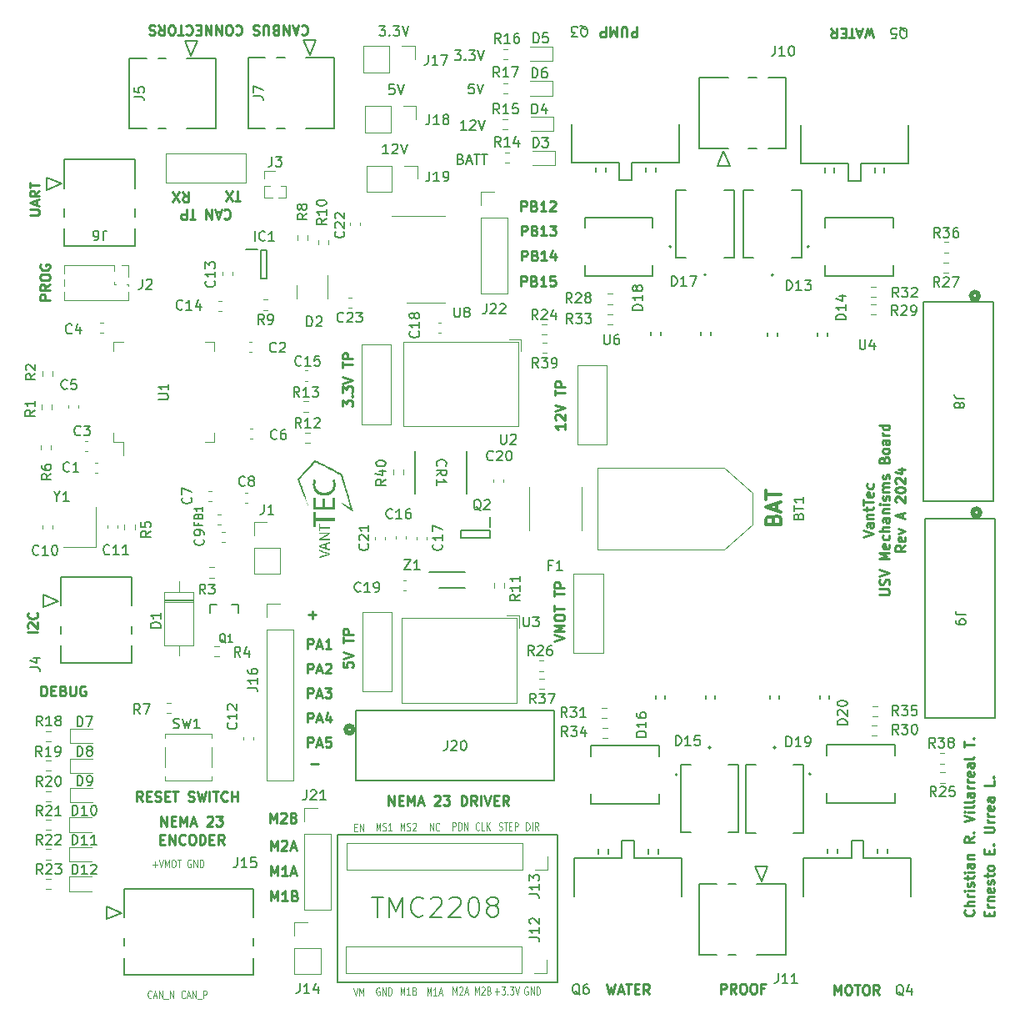
<source format=gbr>
%TF.GenerationSoftware,KiCad,Pcbnew,7.0.10*%
%TF.CreationDate,2024-11-01T12:43:38-06:00*%
%TF.ProjectId,RevA_Mecanismos,52657641-5f4d-4656-9361-6e69736d6f73,rev?*%
%TF.SameCoordinates,Original*%
%TF.FileFunction,Legend,Top*%
%TF.FilePolarity,Positive*%
%FSLAX46Y46*%
G04 Gerber Fmt 4.6, Leading zero omitted, Abs format (unit mm)*
G04 Created by KiCad (PCBNEW 7.0.10) date 2024-11-01 12:43:38*
%MOMM*%
%LPD*%
G01*
G04 APERTURE LIST*
%ADD10C,0.200000*%
%ADD11C,0.250000*%
%ADD12C,0.125000*%
%ADD13C,0.150000*%
%ADD14C,0.300000*%
%ADD15C,0.120000*%
%ADD16C,0.127000*%
%ADD17C,0.152400*%
%ADD18C,0.508000*%
%ADD19C,0.203200*%
G04 APERTURE END LIST*
D10*
X109850800Y-127997700D02*
X132187600Y-127997700D01*
X132187600Y-142997700D01*
X109850800Y-142997700D01*
X109850800Y-127997700D01*
D11*
X132964619Y-86280952D02*
X132964619Y-86852380D01*
X132964619Y-86566666D02*
X131964619Y-86566666D01*
X131964619Y-86566666D02*
X132107476Y-86661904D01*
X132107476Y-86661904D02*
X132202714Y-86757142D01*
X132202714Y-86757142D02*
X132250333Y-86852380D01*
X132059857Y-85899999D02*
X132012238Y-85852380D01*
X132012238Y-85852380D02*
X131964619Y-85757142D01*
X131964619Y-85757142D02*
X131964619Y-85519047D01*
X131964619Y-85519047D02*
X132012238Y-85423809D01*
X132012238Y-85423809D02*
X132059857Y-85376190D01*
X132059857Y-85376190D02*
X132155095Y-85328571D01*
X132155095Y-85328571D02*
X132250333Y-85328571D01*
X132250333Y-85328571D02*
X132393190Y-85376190D01*
X132393190Y-85376190D02*
X132964619Y-85947618D01*
X132964619Y-85947618D02*
X132964619Y-85328571D01*
X131964619Y-85042856D02*
X132964619Y-84709523D01*
X132964619Y-84709523D02*
X131964619Y-84376190D01*
X131964619Y-83423808D02*
X131964619Y-82852380D01*
X132964619Y-83138094D02*
X131964619Y-83138094D01*
X132964619Y-82519046D02*
X131964619Y-82519046D01*
X131964619Y-82519046D02*
X131964619Y-82138094D01*
X131964619Y-82138094D02*
X132012238Y-82042856D01*
X132012238Y-82042856D02*
X132059857Y-81995237D01*
X132059857Y-81995237D02*
X132155095Y-81947618D01*
X132155095Y-81947618D02*
X132297952Y-81947618D01*
X132297952Y-81947618D02*
X132393190Y-81995237D01*
X132393190Y-81995237D02*
X132440809Y-82042856D01*
X132440809Y-82042856D02*
X132488428Y-82138094D01*
X132488428Y-82138094D02*
X132488428Y-82519046D01*
X78565619Y-65109337D02*
X79375142Y-65109337D01*
X79375142Y-65109337D02*
X79470380Y-65061718D01*
X79470380Y-65061718D02*
X79518000Y-65014099D01*
X79518000Y-65014099D02*
X79565619Y-64918861D01*
X79565619Y-64918861D02*
X79565619Y-64728385D01*
X79565619Y-64728385D02*
X79518000Y-64633147D01*
X79518000Y-64633147D02*
X79470380Y-64585528D01*
X79470380Y-64585528D02*
X79375142Y-64537909D01*
X79375142Y-64537909D02*
X78565619Y-64537909D01*
X79279904Y-64109337D02*
X79279904Y-63633147D01*
X79565619Y-64204575D02*
X78565619Y-63871242D01*
X78565619Y-63871242D02*
X79565619Y-63537909D01*
X79565619Y-62633147D02*
X79089428Y-62966480D01*
X79565619Y-63204575D02*
X78565619Y-63204575D01*
X78565619Y-63204575D02*
X78565619Y-62823623D01*
X78565619Y-62823623D02*
X78613238Y-62728385D01*
X78613238Y-62728385D02*
X78660857Y-62680766D01*
X78660857Y-62680766D02*
X78756095Y-62633147D01*
X78756095Y-62633147D02*
X78898952Y-62633147D01*
X78898952Y-62633147D02*
X78994190Y-62680766D01*
X78994190Y-62680766D02*
X79041809Y-62728385D01*
X79041809Y-62728385D02*
X79089428Y-62823623D01*
X79089428Y-62823623D02*
X79089428Y-63204575D01*
X78565619Y-62347432D02*
X78565619Y-61776004D01*
X79565619Y-62061718D02*
X78565619Y-62061718D01*
D12*
X121525372Y-127555495D02*
X121525372Y-126755495D01*
X121525372Y-126755495D02*
X121753943Y-126755495D01*
X121753943Y-126755495D02*
X121811086Y-126793590D01*
X121811086Y-126793590D02*
X121839657Y-126831685D01*
X121839657Y-126831685D02*
X121868229Y-126907876D01*
X121868229Y-126907876D02*
X121868229Y-127022161D01*
X121868229Y-127022161D02*
X121839657Y-127098352D01*
X121839657Y-127098352D02*
X121811086Y-127136447D01*
X121811086Y-127136447D02*
X121753943Y-127174542D01*
X121753943Y-127174542D02*
X121525372Y-127174542D01*
X122125372Y-127555495D02*
X122125372Y-126755495D01*
X122125372Y-126755495D02*
X122268229Y-126755495D01*
X122268229Y-126755495D02*
X122353943Y-126793590D01*
X122353943Y-126793590D02*
X122411086Y-126869780D01*
X122411086Y-126869780D02*
X122439657Y-126945971D01*
X122439657Y-126945971D02*
X122468229Y-127098352D01*
X122468229Y-127098352D02*
X122468229Y-127212638D01*
X122468229Y-127212638D02*
X122439657Y-127365019D01*
X122439657Y-127365019D02*
X122411086Y-127441209D01*
X122411086Y-127441209D02*
X122353943Y-127517400D01*
X122353943Y-127517400D02*
X122268229Y-127555495D01*
X122268229Y-127555495D02*
X122125372Y-127555495D01*
X122725372Y-127555495D02*
X122725372Y-126755495D01*
X122725372Y-126755495D02*
X123068229Y-127555495D01*
X123068229Y-127555495D02*
X123068229Y-126755495D01*
D11*
X176025809Y-136272619D02*
X176025809Y-135939286D01*
X176549619Y-135796429D02*
X176549619Y-136272619D01*
X176549619Y-136272619D02*
X175549619Y-136272619D01*
X175549619Y-136272619D02*
X175549619Y-135796429D01*
X176549619Y-135367857D02*
X175882952Y-135367857D01*
X176073428Y-135367857D02*
X175978190Y-135320238D01*
X175978190Y-135320238D02*
X175930571Y-135272619D01*
X175930571Y-135272619D02*
X175882952Y-135177381D01*
X175882952Y-135177381D02*
X175882952Y-135082143D01*
X175882952Y-134748809D02*
X176549619Y-134748809D01*
X175978190Y-134748809D02*
X175930571Y-134701190D01*
X175930571Y-134701190D02*
X175882952Y-134605952D01*
X175882952Y-134605952D02*
X175882952Y-134463095D01*
X175882952Y-134463095D02*
X175930571Y-134367857D01*
X175930571Y-134367857D02*
X176025809Y-134320238D01*
X176025809Y-134320238D02*
X176549619Y-134320238D01*
X176502000Y-133463095D02*
X176549619Y-133558333D01*
X176549619Y-133558333D02*
X176549619Y-133748809D01*
X176549619Y-133748809D02*
X176502000Y-133844047D01*
X176502000Y-133844047D02*
X176406761Y-133891666D01*
X176406761Y-133891666D02*
X176025809Y-133891666D01*
X176025809Y-133891666D02*
X175930571Y-133844047D01*
X175930571Y-133844047D02*
X175882952Y-133748809D01*
X175882952Y-133748809D02*
X175882952Y-133558333D01*
X175882952Y-133558333D02*
X175930571Y-133463095D01*
X175930571Y-133463095D02*
X176025809Y-133415476D01*
X176025809Y-133415476D02*
X176121047Y-133415476D01*
X176121047Y-133415476D02*
X176216285Y-133891666D01*
X176502000Y-133034523D02*
X176549619Y-132939285D01*
X176549619Y-132939285D02*
X176549619Y-132748809D01*
X176549619Y-132748809D02*
X176502000Y-132653571D01*
X176502000Y-132653571D02*
X176406761Y-132605952D01*
X176406761Y-132605952D02*
X176359142Y-132605952D01*
X176359142Y-132605952D02*
X176263904Y-132653571D01*
X176263904Y-132653571D02*
X176216285Y-132748809D01*
X176216285Y-132748809D02*
X176216285Y-132891666D01*
X176216285Y-132891666D02*
X176168666Y-132986904D01*
X176168666Y-132986904D02*
X176073428Y-133034523D01*
X176073428Y-133034523D02*
X176025809Y-133034523D01*
X176025809Y-133034523D02*
X175930571Y-132986904D01*
X175930571Y-132986904D02*
X175882952Y-132891666D01*
X175882952Y-132891666D02*
X175882952Y-132748809D01*
X175882952Y-132748809D02*
X175930571Y-132653571D01*
X175882952Y-132320237D02*
X175882952Y-131939285D01*
X175549619Y-132177380D02*
X176406761Y-132177380D01*
X176406761Y-132177380D02*
X176502000Y-132129761D01*
X176502000Y-132129761D02*
X176549619Y-132034523D01*
X176549619Y-132034523D02*
X176549619Y-131939285D01*
X176549619Y-131463094D02*
X176502000Y-131558332D01*
X176502000Y-131558332D02*
X176454380Y-131605951D01*
X176454380Y-131605951D02*
X176359142Y-131653570D01*
X176359142Y-131653570D02*
X176073428Y-131653570D01*
X176073428Y-131653570D02*
X175978190Y-131605951D01*
X175978190Y-131605951D02*
X175930571Y-131558332D01*
X175930571Y-131558332D02*
X175882952Y-131463094D01*
X175882952Y-131463094D02*
X175882952Y-131320237D01*
X175882952Y-131320237D02*
X175930571Y-131224999D01*
X175930571Y-131224999D02*
X175978190Y-131177380D01*
X175978190Y-131177380D02*
X176073428Y-131129761D01*
X176073428Y-131129761D02*
X176359142Y-131129761D01*
X176359142Y-131129761D02*
X176454380Y-131177380D01*
X176454380Y-131177380D02*
X176502000Y-131224999D01*
X176502000Y-131224999D02*
X176549619Y-131320237D01*
X176549619Y-131320237D02*
X176549619Y-131463094D01*
X176025809Y-129939284D02*
X176025809Y-129605951D01*
X176549619Y-129463094D02*
X176549619Y-129939284D01*
X176549619Y-129939284D02*
X175549619Y-129939284D01*
X175549619Y-129939284D02*
X175549619Y-129463094D01*
X176454380Y-129034522D02*
X176502000Y-128986903D01*
X176502000Y-128986903D02*
X176549619Y-129034522D01*
X176549619Y-129034522D02*
X176502000Y-129082141D01*
X176502000Y-129082141D02*
X176454380Y-129034522D01*
X176454380Y-129034522D02*
X176549619Y-129034522D01*
X175549619Y-127796427D02*
X176359142Y-127796427D01*
X176359142Y-127796427D02*
X176454380Y-127748808D01*
X176454380Y-127748808D02*
X176502000Y-127701189D01*
X176502000Y-127701189D02*
X176549619Y-127605951D01*
X176549619Y-127605951D02*
X176549619Y-127415475D01*
X176549619Y-127415475D02*
X176502000Y-127320237D01*
X176502000Y-127320237D02*
X176454380Y-127272618D01*
X176454380Y-127272618D02*
X176359142Y-127224999D01*
X176359142Y-127224999D02*
X175549619Y-127224999D01*
X176549619Y-126748808D02*
X175882952Y-126748808D01*
X176073428Y-126748808D02*
X175978190Y-126701189D01*
X175978190Y-126701189D02*
X175930571Y-126653570D01*
X175930571Y-126653570D02*
X175882952Y-126558332D01*
X175882952Y-126558332D02*
X175882952Y-126463094D01*
X176549619Y-126129760D02*
X175882952Y-126129760D01*
X176073428Y-126129760D02*
X175978190Y-126082141D01*
X175978190Y-126082141D02*
X175930571Y-126034522D01*
X175930571Y-126034522D02*
X175882952Y-125939284D01*
X175882952Y-125939284D02*
X175882952Y-125844046D01*
X176502000Y-125129760D02*
X176549619Y-125224998D01*
X176549619Y-125224998D02*
X176549619Y-125415474D01*
X176549619Y-125415474D02*
X176502000Y-125510712D01*
X176502000Y-125510712D02*
X176406761Y-125558331D01*
X176406761Y-125558331D02*
X176025809Y-125558331D01*
X176025809Y-125558331D02*
X175930571Y-125510712D01*
X175930571Y-125510712D02*
X175882952Y-125415474D01*
X175882952Y-125415474D02*
X175882952Y-125224998D01*
X175882952Y-125224998D02*
X175930571Y-125129760D01*
X175930571Y-125129760D02*
X176025809Y-125082141D01*
X176025809Y-125082141D02*
X176121047Y-125082141D01*
X176121047Y-125082141D02*
X176216285Y-125558331D01*
X176549619Y-124224998D02*
X176025809Y-124224998D01*
X176025809Y-124224998D02*
X175930571Y-124272617D01*
X175930571Y-124272617D02*
X175882952Y-124367855D01*
X175882952Y-124367855D02*
X175882952Y-124558331D01*
X175882952Y-124558331D02*
X175930571Y-124653569D01*
X176502000Y-124224998D02*
X176549619Y-124320236D01*
X176549619Y-124320236D02*
X176549619Y-124558331D01*
X176549619Y-124558331D02*
X176502000Y-124653569D01*
X176502000Y-124653569D02*
X176406761Y-124701188D01*
X176406761Y-124701188D02*
X176311523Y-124701188D01*
X176311523Y-124701188D02*
X176216285Y-124653569D01*
X176216285Y-124653569D02*
X176168666Y-124558331D01*
X176168666Y-124558331D02*
X176168666Y-124320236D01*
X176168666Y-124320236D02*
X176121047Y-124224998D01*
X176549619Y-122510712D02*
X176549619Y-122986902D01*
X176549619Y-122986902D02*
X175549619Y-122986902D01*
X176454380Y-122177378D02*
X176502000Y-122129759D01*
X176502000Y-122129759D02*
X176549619Y-122177378D01*
X176549619Y-122177378D02*
X176502000Y-122224997D01*
X176502000Y-122224997D02*
X176454380Y-122177378D01*
X176454380Y-122177378D02*
X176549619Y-122177378D01*
D13*
X122347991Y-59408009D02*
X122490848Y-59455628D01*
X122490848Y-59455628D02*
X122538467Y-59503247D01*
X122538467Y-59503247D02*
X122586086Y-59598485D01*
X122586086Y-59598485D02*
X122586086Y-59741342D01*
X122586086Y-59741342D02*
X122538467Y-59836580D01*
X122538467Y-59836580D02*
X122490848Y-59884200D01*
X122490848Y-59884200D02*
X122395610Y-59931819D01*
X122395610Y-59931819D02*
X122014658Y-59931819D01*
X122014658Y-59931819D02*
X122014658Y-58931819D01*
X122014658Y-58931819D02*
X122347991Y-58931819D01*
X122347991Y-58931819D02*
X122443229Y-58979438D01*
X122443229Y-58979438D02*
X122490848Y-59027057D01*
X122490848Y-59027057D02*
X122538467Y-59122295D01*
X122538467Y-59122295D02*
X122538467Y-59217533D01*
X122538467Y-59217533D02*
X122490848Y-59312771D01*
X122490848Y-59312771D02*
X122443229Y-59360390D01*
X122443229Y-59360390D02*
X122347991Y-59408009D01*
X122347991Y-59408009D02*
X122014658Y-59408009D01*
X122967039Y-59646104D02*
X123443229Y-59646104D01*
X122871801Y-59931819D02*
X123205134Y-58931819D01*
X123205134Y-58931819D02*
X123538467Y-59931819D01*
X123728944Y-58931819D02*
X124300372Y-58931819D01*
X124014658Y-59931819D02*
X124014658Y-58931819D01*
X124490849Y-58931819D02*
X125062277Y-58931819D01*
X124776563Y-59931819D02*
X124776563Y-58931819D01*
D11*
X163291019Y-97797404D02*
X164291019Y-97464071D01*
X164291019Y-97464071D02*
X163291019Y-97130738D01*
X164291019Y-96368833D02*
X163767209Y-96368833D01*
X163767209Y-96368833D02*
X163671971Y-96416452D01*
X163671971Y-96416452D02*
X163624352Y-96511690D01*
X163624352Y-96511690D02*
X163624352Y-96702166D01*
X163624352Y-96702166D02*
X163671971Y-96797404D01*
X164243400Y-96368833D02*
X164291019Y-96464071D01*
X164291019Y-96464071D02*
X164291019Y-96702166D01*
X164291019Y-96702166D02*
X164243400Y-96797404D01*
X164243400Y-96797404D02*
X164148161Y-96845023D01*
X164148161Y-96845023D02*
X164052923Y-96845023D01*
X164052923Y-96845023D02*
X163957685Y-96797404D01*
X163957685Y-96797404D02*
X163910066Y-96702166D01*
X163910066Y-96702166D02*
X163910066Y-96464071D01*
X163910066Y-96464071D02*
X163862447Y-96368833D01*
X163624352Y-95892642D02*
X164291019Y-95892642D01*
X163719590Y-95892642D02*
X163671971Y-95845023D01*
X163671971Y-95845023D02*
X163624352Y-95749785D01*
X163624352Y-95749785D02*
X163624352Y-95606928D01*
X163624352Y-95606928D02*
X163671971Y-95511690D01*
X163671971Y-95511690D02*
X163767209Y-95464071D01*
X163767209Y-95464071D02*
X164291019Y-95464071D01*
X163624352Y-95130737D02*
X163624352Y-94749785D01*
X163291019Y-94987880D02*
X164148161Y-94987880D01*
X164148161Y-94987880D02*
X164243400Y-94940261D01*
X164243400Y-94940261D02*
X164291019Y-94845023D01*
X164291019Y-94845023D02*
X164291019Y-94749785D01*
X163291019Y-94559308D02*
X163291019Y-93987880D01*
X164291019Y-94273594D02*
X163291019Y-94273594D01*
X164243400Y-93273594D02*
X164291019Y-93368832D01*
X164291019Y-93368832D02*
X164291019Y-93559308D01*
X164291019Y-93559308D02*
X164243400Y-93654546D01*
X164243400Y-93654546D02*
X164148161Y-93702165D01*
X164148161Y-93702165D02*
X163767209Y-93702165D01*
X163767209Y-93702165D02*
X163671971Y-93654546D01*
X163671971Y-93654546D02*
X163624352Y-93559308D01*
X163624352Y-93559308D02*
X163624352Y-93368832D01*
X163624352Y-93368832D02*
X163671971Y-93273594D01*
X163671971Y-93273594D02*
X163767209Y-93225975D01*
X163767209Y-93225975D02*
X163862447Y-93225975D01*
X163862447Y-93225975D02*
X163957685Y-93702165D01*
X164243400Y-92368832D02*
X164291019Y-92464070D01*
X164291019Y-92464070D02*
X164291019Y-92654546D01*
X164291019Y-92654546D02*
X164243400Y-92749784D01*
X164243400Y-92749784D02*
X164195780Y-92797403D01*
X164195780Y-92797403D02*
X164100542Y-92845022D01*
X164100542Y-92845022D02*
X163814828Y-92845022D01*
X163814828Y-92845022D02*
X163719590Y-92797403D01*
X163719590Y-92797403D02*
X163671971Y-92749784D01*
X163671971Y-92749784D02*
X163624352Y-92654546D01*
X163624352Y-92654546D02*
X163624352Y-92464070D01*
X163624352Y-92464070D02*
X163671971Y-92368832D01*
X164901019Y-103654547D02*
X165710542Y-103654547D01*
X165710542Y-103654547D02*
X165805780Y-103606928D01*
X165805780Y-103606928D02*
X165853400Y-103559309D01*
X165853400Y-103559309D02*
X165901019Y-103464071D01*
X165901019Y-103464071D02*
X165901019Y-103273595D01*
X165901019Y-103273595D02*
X165853400Y-103178357D01*
X165853400Y-103178357D02*
X165805780Y-103130738D01*
X165805780Y-103130738D02*
X165710542Y-103083119D01*
X165710542Y-103083119D02*
X164901019Y-103083119D01*
X165853400Y-102654547D02*
X165901019Y-102511690D01*
X165901019Y-102511690D02*
X165901019Y-102273595D01*
X165901019Y-102273595D02*
X165853400Y-102178357D01*
X165853400Y-102178357D02*
X165805780Y-102130738D01*
X165805780Y-102130738D02*
X165710542Y-102083119D01*
X165710542Y-102083119D02*
X165615304Y-102083119D01*
X165615304Y-102083119D02*
X165520066Y-102130738D01*
X165520066Y-102130738D02*
X165472447Y-102178357D01*
X165472447Y-102178357D02*
X165424828Y-102273595D01*
X165424828Y-102273595D02*
X165377209Y-102464071D01*
X165377209Y-102464071D02*
X165329590Y-102559309D01*
X165329590Y-102559309D02*
X165281971Y-102606928D01*
X165281971Y-102606928D02*
X165186733Y-102654547D01*
X165186733Y-102654547D02*
X165091495Y-102654547D01*
X165091495Y-102654547D02*
X164996257Y-102606928D01*
X164996257Y-102606928D02*
X164948638Y-102559309D01*
X164948638Y-102559309D02*
X164901019Y-102464071D01*
X164901019Y-102464071D02*
X164901019Y-102225976D01*
X164901019Y-102225976D02*
X164948638Y-102083119D01*
X164901019Y-101797404D02*
X165901019Y-101464071D01*
X165901019Y-101464071D02*
X164901019Y-101130738D01*
X165901019Y-100035499D02*
X164901019Y-100035499D01*
X164901019Y-100035499D02*
X165615304Y-99702166D01*
X165615304Y-99702166D02*
X164901019Y-99368833D01*
X164901019Y-99368833D02*
X165901019Y-99368833D01*
X165853400Y-98511690D02*
X165901019Y-98606928D01*
X165901019Y-98606928D02*
X165901019Y-98797404D01*
X165901019Y-98797404D02*
X165853400Y-98892642D01*
X165853400Y-98892642D02*
X165758161Y-98940261D01*
X165758161Y-98940261D02*
X165377209Y-98940261D01*
X165377209Y-98940261D02*
X165281971Y-98892642D01*
X165281971Y-98892642D02*
X165234352Y-98797404D01*
X165234352Y-98797404D02*
X165234352Y-98606928D01*
X165234352Y-98606928D02*
X165281971Y-98511690D01*
X165281971Y-98511690D02*
X165377209Y-98464071D01*
X165377209Y-98464071D02*
X165472447Y-98464071D01*
X165472447Y-98464071D02*
X165567685Y-98940261D01*
X165853400Y-97606928D02*
X165901019Y-97702166D01*
X165901019Y-97702166D02*
X165901019Y-97892642D01*
X165901019Y-97892642D02*
X165853400Y-97987880D01*
X165853400Y-97987880D02*
X165805780Y-98035499D01*
X165805780Y-98035499D02*
X165710542Y-98083118D01*
X165710542Y-98083118D02*
X165424828Y-98083118D01*
X165424828Y-98083118D02*
X165329590Y-98035499D01*
X165329590Y-98035499D02*
X165281971Y-97987880D01*
X165281971Y-97987880D02*
X165234352Y-97892642D01*
X165234352Y-97892642D02*
X165234352Y-97702166D01*
X165234352Y-97702166D02*
X165281971Y-97606928D01*
X165901019Y-97178356D02*
X164901019Y-97178356D01*
X165901019Y-96749785D02*
X165377209Y-96749785D01*
X165377209Y-96749785D02*
X165281971Y-96797404D01*
X165281971Y-96797404D02*
X165234352Y-96892642D01*
X165234352Y-96892642D02*
X165234352Y-97035499D01*
X165234352Y-97035499D02*
X165281971Y-97130737D01*
X165281971Y-97130737D02*
X165329590Y-97178356D01*
X165901019Y-95845023D02*
X165377209Y-95845023D01*
X165377209Y-95845023D02*
X165281971Y-95892642D01*
X165281971Y-95892642D02*
X165234352Y-95987880D01*
X165234352Y-95987880D02*
X165234352Y-96178356D01*
X165234352Y-96178356D02*
X165281971Y-96273594D01*
X165853400Y-95845023D02*
X165901019Y-95940261D01*
X165901019Y-95940261D02*
X165901019Y-96178356D01*
X165901019Y-96178356D02*
X165853400Y-96273594D01*
X165853400Y-96273594D02*
X165758161Y-96321213D01*
X165758161Y-96321213D02*
X165662923Y-96321213D01*
X165662923Y-96321213D02*
X165567685Y-96273594D01*
X165567685Y-96273594D02*
X165520066Y-96178356D01*
X165520066Y-96178356D02*
X165520066Y-95940261D01*
X165520066Y-95940261D02*
X165472447Y-95845023D01*
X165234352Y-95368832D02*
X165901019Y-95368832D01*
X165329590Y-95368832D02*
X165281971Y-95321213D01*
X165281971Y-95321213D02*
X165234352Y-95225975D01*
X165234352Y-95225975D02*
X165234352Y-95083118D01*
X165234352Y-95083118D02*
X165281971Y-94987880D01*
X165281971Y-94987880D02*
X165377209Y-94940261D01*
X165377209Y-94940261D02*
X165901019Y-94940261D01*
X165901019Y-94464070D02*
X165234352Y-94464070D01*
X164901019Y-94464070D02*
X164948638Y-94511689D01*
X164948638Y-94511689D02*
X164996257Y-94464070D01*
X164996257Y-94464070D02*
X164948638Y-94416451D01*
X164948638Y-94416451D02*
X164901019Y-94464070D01*
X164901019Y-94464070D02*
X164996257Y-94464070D01*
X165853400Y-94035499D02*
X165901019Y-93940261D01*
X165901019Y-93940261D02*
X165901019Y-93749785D01*
X165901019Y-93749785D02*
X165853400Y-93654547D01*
X165853400Y-93654547D02*
X165758161Y-93606928D01*
X165758161Y-93606928D02*
X165710542Y-93606928D01*
X165710542Y-93606928D02*
X165615304Y-93654547D01*
X165615304Y-93654547D02*
X165567685Y-93749785D01*
X165567685Y-93749785D02*
X165567685Y-93892642D01*
X165567685Y-93892642D02*
X165520066Y-93987880D01*
X165520066Y-93987880D02*
X165424828Y-94035499D01*
X165424828Y-94035499D02*
X165377209Y-94035499D01*
X165377209Y-94035499D02*
X165281971Y-93987880D01*
X165281971Y-93987880D02*
X165234352Y-93892642D01*
X165234352Y-93892642D02*
X165234352Y-93749785D01*
X165234352Y-93749785D02*
X165281971Y-93654547D01*
X165901019Y-93178356D02*
X165234352Y-93178356D01*
X165329590Y-93178356D02*
X165281971Y-93130737D01*
X165281971Y-93130737D02*
X165234352Y-93035499D01*
X165234352Y-93035499D02*
X165234352Y-92892642D01*
X165234352Y-92892642D02*
X165281971Y-92797404D01*
X165281971Y-92797404D02*
X165377209Y-92749785D01*
X165377209Y-92749785D02*
X165901019Y-92749785D01*
X165377209Y-92749785D02*
X165281971Y-92702166D01*
X165281971Y-92702166D02*
X165234352Y-92606928D01*
X165234352Y-92606928D02*
X165234352Y-92464071D01*
X165234352Y-92464071D02*
X165281971Y-92368832D01*
X165281971Y-92368832D02*
X165377209Y-92321213D01*
X165377209Y-92321213D02*
X165901019Y-92321213D01*
X165853400Y-91892642D02*
X165901019Y-91797404D01*
X165901019Y-91797404D02*
X165901019Y-91606928D01*
X165901019Y-91606928D02*
X165853400Y-91511690D01*
X165853400Y-91511690D02*
X165758161Y-91464071D01*
X165758161Y-91464071D02*
X165710542Y-91464071D01*
X165710542Y-91464071D02*
X165615304Y-91511690D01*
X165615304Y-91511690D02*
X165567685Y-91606928D01*
X165567685Y-91606928D02*
X165567685Y-91749785D01*
X165567685Y-91749785D02*
X165520066Y-91845023D01*
X165520066Y-91845023D02*
X165424828Y-91892642D01*
X165424828Y-91892642D02*
X165377209Y-91892642D01*
X165377209Y-91892642D02*
X165281971Y-91845023D01*
X165281971Y-91845023D02*
X165234352Y-91749785D01*
X165234352Y-91749785D02*
X165234352Y-91606928D01*
X165234352Y-91606928D02*
X165281971Y-91511690D01*
X165377209Y-89940261D02*
X165424828Y-89797404D01*
X165424828Y-89797404D02*
X165472447Y-89749785D01*
X165472447Y-89749785D02*
X165567685Y-89702166D01*
X165567685Y-89702166D02*
X165710542Y-89702166D01*
X165710542Y-89702166D02*
X165805780Y-89749785D01*
X165805780Y-89749785D02*
X165853400Y-89797404D01*
X165853400Y-89797404D02*
X165901019Y-89892642D01*
X165901019Y-89892642D02*
X165901019Y-90273594D01*
X165901019Y-90273594D02*
X164901019Y-90273594D01*
X164901019Y-90273594D02*
X164901019Y-89940261D01*
X164901019Y-89940261D02*
X164948638Y-89845023D01*
X164948638Y-89845023D02*
X164996257Y-89797404D01*
X164996257Y-89797404D02*
X165091495Y-89749785D01*
X165091495Y-89749785D02*
X165186733Y-89749785D01*
X165186733Y-89749785D02*
X165281971Y-89797404D01*
X165281971Y-89797404D02*
X165329590Y-89845023D01*
X165329590Y-89845023D02*
X165377209Y-89940261D01*
X165377209Y-89940261D02*
X165377209Y-90273594D01*
X165901019Y-89130737D02*
X165853400Y-89225975D01*
X165853400Y-89225975D02*
X165805780Y-89273594D01*
X165805780Y-89273594D02*
X165710542Y-89321213D01*
X165710542Y-89321213D02*
X165424828Y-89321213D01*
X165424828Y-89321213D02*
X165329590Y-89273594D01*
X165329590Y-89273594D02*
X165281971Y-89225975D01*
X165281971Y-89225975D02*
X165234352Y-89130737D01*
X165234352Y-89130737D02*
X165234352Y-88987880D01*
X165234352Y-88987880D02*
X165281971Y-88892642D01*
X165281971Y-88892642D02*
X165329590Y-88845023D01*
X165329590Y-88845023D02*
X165424828Y-88797404D01*
X165424828Y-88797404D02*
X165710542Y-88797404D01*
X165710542Y-88797404D02*
X165805780Y-88845023D01*
X165805780Y-88845023D02*
X165853400Y-88892642D01*
X165853400Y-88892642D02*
X165901019Y-88987880D01*
X165901019Y-88987880D02*
X165901019Y-89130737D01*
X165901019Y-87940261D02*
X165377209Y-87940261D01*
X165377209Y-87940261D02*
X165281971Y-87987880D01*
X165281971Y-87987880D02*
X165234352Y-88083118D01*
X165234352Y-88083118D02*
X165234352Y-88273594D01*
X165234352Y-88273594D02*
X165281971Y-88368832D01*
X165853400Y-87940261D02*
X165901019Y-88035499D01*
X165901019Y-88035499D02*
X165901019Y-88273594D01*
X165901019Y-88273594D02*
X165853400Y-88368832D01*
X165853400Y-88368832D02*
X165758161Y-88416451D01*
X165758161Y-88416451D02*
X165662923Y-88416451D01*
X165662923Y-88416451D02*
X165567685Y-88368832D01*
X165567685Y-88368832D02*
X165520066Y-88273594D01*
X165520066Y-88273594D02*
X165520066Y-88035499D01*
X165520066Y-88035499D02*
X165472447Y-87940261D01*
X165901019Y-87464070D02*
X165234352Y-87464070D01*
X165424828Y-87464070D02*
X165329590Y-87416451D01*
X165329590Y-87416451D02*
X165281971Y-87368832D01*
X165281971Y-87368832D02*
X165234352Y-87273594D01*
X165234352Y-87273594D02*
X165234352Y-87178356D01*
X165901019Y-86416451D02*
X164901019Y-86416451D01*
X165853400Y-86416451D02*
X165901019Y-86511689D01*
X165901019Y-86511689D02*
X165901019Y-86702165D01*
X165901019Y-86702165D02*
X165853400Y-86797403D01*
X165853400Y-86797403D02*
X165805780Y-86845022D01*
X165805780Y-86845022D02*
X165710542Y-86892641D01*
X165710542Y-86892641D02*
X165424828Y-86892641D01*
X165424828Y-86892641D02*
X165329590Y-86845022D01*
X165329590Y-86845022D02*
X165281971Y-86797403D01*
X165281971Y-86797403D02*
X165234352Y-86702165D01*
X165234352Y-86702165D02*
X165234352Y-86511689D01*
X165234352Y-86511689D02*
X165281971Y-86416451D01*
X167511019Y-98630738D02*
X167034828Y-98964071D01*
X167511019Y-99202166D02*
X166511019Y-99202166D01*
X166511019Y-99202166D02*
X166511019Y-98821214D01*
X166511019Y-98821214D02*
X166558638Y-98725976D01*
X166558638Y-98725976D02*
X166606257Y-98678357D01*
X166606257Y-98678357D02*
X166701495Y-98630738D01*
X166701495Y-98630738D02*
X166844352Y-98630738D01*
X166844352Y-98630738D02*
X166939590Y-98678357D01*
X166939590Y-98678357D02*
X166987209Y-98725976D01*
X166987209Y-98725976D02*
X167034828Y-98821214D01*
X167034828Y-98821214D02*
X167034828Y-99202166D01*
X167463400Y-97821214D02*
X167511019Y-97916452D01*
X167511019Y-97916452D02*
X167511019Y-98106928D01*
X167511019Y-98106928D02*
X167463400Y-98202166D01*
X167463400Y-98202166D02*
X167368161Y-98249785D01*
X167368161Y-98249785D02*
X166987209Y-98249785D01*
X166987209Y-98249785D02*
X166891971Y-98202166D01*
X166891971Y-98202166D02*
X166844352Y-98106928D01*
X166844352Y-98106928D02*
X166844352Y-97916452D01*
X166844352Y-97916452D02*
X166891971Y-97821214D01*
X166891971Y-97821214D02*
X166987209Y-97773595D01*
X166987209Y-97773595D02*
X167082447Y-97773595D01*
X167082447Y-97773595D02*
X167177685Y-98249785D01*
X166844352Y-97440261D02*
X167511019Y-97202166D01*
X167511019Y-97202166D02*
X166844352Y-96964071D01*
X167225304Y-95868832D02*
X167225304Y-95392642D01*
X167511019Y-95964070D02*
X166511019Y-95630737D01*
X166511019Y-95630737D02*
X167511019Y-95297404D01*
X166606257Y-94249784D02*
X166558638Y-94202165D01*
X166558638Y-94202165D02*
X166511019Y-94106927D01*
X166511019Y-94106927D02*
X166511019Y-93868832D01*
X166511019Y-93868832D02*
X166558638Y-93773594D01*
X166558638Y-93773594D02*
X166606257Y-93725975D01*
X166606257Y-93725975D02*
X166701495Y-93678356D01*
X166701495Y-93678356D02*
X166796733Y-93678356D01*
X166796733Y-93678356D02*
X166939590Y-93725975D01*
X166939590Y-93725975D02*
X167511019Y-94297403D01*
X167511019Y-94297403D02*
X167511019Y-93678356D01*
X166511019Y-93059308D02*
X166511019Y-92964070D01*
X166511019Y-92964070D02*
X166558638Y-92868832D01*
X166558638Y-92868832D02*
X166606257Y-92821213D01*
X166606257Y-92821213D02*
X166701495Y-92773594D01*
X166701495Y-92773594D02*
X166891971Y-92725975D01*
X166891971Y-92725975D02*
X167130066Y-92725975D01*
X167130066Y-92725975D02*
X167320542Y-92773594D01*
X167320542Y-92773594D02*
X167415780Y-92821213D01*
X167415780Y-92821213D02*
X167463400Y-92868832D01*
X167463400Y-92868832D02*
X167511019Y-92964070D01*
X167511019Y-92964070D02*
X167511019Y-93059308D01*
X167511019Y-93059308D02*
X167463400Y-93154546D01*
X167463400Y-93154546D02*
X167415780Y-93202165D01*
X167415780Y-93202165D02*
X167320542Y-93249784D01*
X167320542Y-93249784D02*
X167130066Y-93297403D01*
X167130066Y-93297403D02*
X166891971Y-93297403D01*
X166891971Y-93297403D02*
X166701495Y-93249784D01*
X166701495Y-93249784D02*
X166606257Y-93202165D01*
X166606257Y-93202165D02*
X166558638Y-93154546D01*
X166558638Y-93154546D02*
X166511019Y-93059308D01*
X166606257Y-92345022D02*
X166558638Y-92297403D01*
X166558638Y-92297403D02*
X166511019Y-92202165D01*
X166511019Y-92202165D02*
X166511019Y-91964070D01*
X166511019Y-91964070D02*
X166558638Y-91868832D01*
X166558638Y-91868832D02*
X166606257Y-91821213D01*
X166606257Y-91821213D02*
X166701495Y-91773594D01*
X166701495Y-91773594D02*
X166796733Y-91773594D01*
X166796733Y-91773594D02*
X166939590Y-91821213D01*
X166939590Y-91821213D02*
X167511019Y-92392641D01*
X167511019Y-92392641D02*
X167511019Y-91773594D01*
X166844352Y-90916451D02*
X167511019Y-90916451D01*
X166463400Y-91154546D02*
X167177685Y-91392641D01*
X167177685Y-91392641D02*
X167177685Y-90773594D01*
D12*
X94942857Y-130558690D02*
X94885715Y-130520595D01*
X94885715Y-130520595D02*
X94800000Y-130520595D01*
X94800000Y-130520595D02*
X94714286Y-130558690D01*
X94714286Y-130558690D02*
X94657143Y-130634880D01*
X94657143Y-130634880D02*
X94628572Y-130711071D01*
X94628572Y-130711071D02*
X94600000Y-130863452D01*
X94600000Y-130863452D02*
X94600000Y-130977738D01*
X94600000Y-130977738D02*
X94628572Y-131130119D01*
X94628572Y-131130119D02*
X94657143Y-131206309D01*
X94657143Y-131206309D02*
X94714286Y-131282500D01*
X94714286Y-131282500D02*
X94800000Y-131320595D01*
X94800000Y-131320595D02*
X94857143Y-131320595D01*
X94857143Y-131320595D02*
X94942857Y-131282500D01*
X94942857Y-131282500D02*
X94971429Y-131244404D01*
X94971429Y-131244404D02*
X94971429Y-130977738D01*
X94971429Y-130977738D02*
X94857143Y-130977738D01*
X95228572Y-131320595D02*
X95228572Y-130520595D01*
X95228572Y-130520595D02*
X95571429Y-131320595D01*
X95571429Y-131320595D02*
X95571429Y-130520595D01*
X95857143Y-131320595D02*
X95857143Y-130520595D01*
X95857143Y-130520595D02*
X96000000Y-130520595D01*
X96000000Y-130520595D02*
X96085714Y-130558690D01*
X96085714Y-130558690D02*
X96142857Y-130634880D01*
X96142857Y-130634880D02*
X96171428Y-130711071D01*
X96171428Y-130711071D02*
X96200000Y-130863452D01*
X96200000Y-130863452D02*
X96200000Y-130977738D01*
X96200000Y-130977738D02*
X96171428Y-131130119D01*
X96171428Y-131130119D02*
X96142857Y-131206309D01*
X96142857Y-131206309D02*
X96085714Y-131282500D01*
X96085714Y-131282500D02*
X96000000Y-131320595D01*
X96000000Y-131320595D02*
X95857143Y-131320595D01*
D14*
X154077914Y-96012989D02*
X154149342Y-95798703D01*
X154149342Y-95798703D02*
X154220771Y-95727274D01*
X154220771Y-95727274D02*
X154363628Y-95655846D01*
X154363628Y-95655846D02*
X154577914Y-95655846D01*
X154577914Y-95655846D02*
X154720771Y-95727274D01*
X154720771Y-95727274D02*
X154792200Y-95798703D01*
X154792200Y-95798703D02*
X154863628Y-95941560D01*
X154863628Y-95941560D02*
X154863628Y-96512989D01*
X154863628Y-96512989D02*
X153363628Y-96512989D01*
X153363628Y-96512989D02*
X153363628Y-96012989D01*
X153363628Y-96012989D02*
X153435057Y-95870132D01*
X153435057Y-95870132D02*
X153506485Y-95798703D01*
X153506485Y-95798703D02*
X153649342Y-95727274D01*
X153649342Y-95727274D02*
X153792200Y-95727274D01*
X153792200Y-95727274D02*
X153935057Y-95798703D01*
X153935057Y-95798703D02*
X154006485Y-95870132D01*
X154006485Y-95870132D02*
X154077914Y-96012989D01*
X154077914Y-96012989D02*
X154077914Y-96512989D01*
X154435057Y-95084417D02*
X154435057Y-94370132D01*
X154863628Y-95227274D02*
X153363628Y-94727274D01*
X153363628Y-94727274D02*
X154863628Y-94227274D01*
X153363628Y-93941560D02*
X153363628Y-93084418D01*
X154863628Y-93512989D02*
X153363628Y-93512989D01*
D11*
X140253942Y-46015980D02*
X140253942Y-47015980D01*
X140253942Y-47015980D02*
X139872990Y-47015980D01*
X139872990Y-47015980D02*
X139777752Y-46968361D01*
X139777752Y-46968361D02*
X139730133Y-46920742D01*
X139730133Y-46920742D02*
X139682514Y-46825504D01*
X139682514Y-46825504D02*
X139682514Y-46682647D01*
X139682514Y-46682647D02*
X139730133Y-46587409D01*
X139730133Y-46587409D02*
X139777752Y-46539790D01*
X139777752Y-46539790D02*
X139872990Y-46492171D01*
X139872990Y-46492171D02*
X140253942Y-46492171D01*
X139253942Y-47015980D02*
X139253942Y-46206457D01*
X139253942Y-46206457D02*
X139206323Y-46111219D01*
X139206323Y-46111219D02*
X139158704Y-46063600D01*
X139158704Y-46063600D02*
X139063466Y-46015980D01*
X139063466Y-46015980D02*
X138872990Y-46015980D01*
X138872990Y-46015980D02*
X138777752Y-46063600D01*
X138777752Y-46063600D02*
X138730133Y-46111219D01*
X138730133Y-46111219D02*
X138682514Y-46206457D01*
X138682514Y-46206457D02*
X138682514Y-47015980D01*
X138206323Y-46015980D02*
X138206323Y-47015980D01*
X138206323Y-47015980D02*
X137872990Y-46301695D01*
X137872990Y-46301695D02*
X137539657Y-47015980D01*
X137539657Y-47015980D02*
X137539657Y-46015980D01*
X137063466Y-46015980D02*
X137063466Y-47015980D01*
X137063466Y-47015980D02*
X136682514Y-47015980D01*
X136682514Y-47015980D02*
X136587276Y-46968361D01*
X136587276Y-46968361D02*
X136539657Y-46920742D01*
X136539657Y-46920742D02*
X136492038Y-46825504D01*
X136492038Y-46825504D02*
X136492038Y-46682647D01*
X136492038Y-46682647D02*
X136539657Y-46587409D01*
X136539657Y-46587409D02*
X136587276Y-46539790D01*
X136587276Y-46539790D02*
X136682514Y-46492171D01*
X136682514Y-46492171D02*
X137063466Y-46492171D01*
D12*
X116227886Y-144294095D02*
X116227886Y-143494095D01*
X116227886Y-143494095D02*
X116427886Y-144065523D01*
X116427886Y-144065523D02*
X116627886Y-143494095D01*
X116627886Y-143494095D02*
X116627886Y-144294095D01*
X117227885Y-144294095D02*
X116885028Y-144294095D01*
X117056457Y-144294095D02*
X117056457Y-143494095D01*
X117056457Y-143494095D02*
X116999314Y-143608380D01*
X116999314Y-143608380D02*
X116942171Y-143684571D01*
X116942171Y-143684571D02*
X116885028Y-143722666D01*
X117685029Y-143875047D02*
X117770743Y-143913142D01*
X117770743Y-143913142D02*
X117799314Y-143951238D01*
X117799314Y-143951238D02*
X117827886Y-144027428D01*
X117827886Y-144027428D02*
X117827886Y-144141714D01*
X117827886Y-144141714D02*
X117799314Y-144217904D01*
X117799314Y-144217904D02*
X117770743Y-144256000D01*
X117770743Y-144256000D02*
X117713600Y-144294095D01*
X117713600Y-144294095D02*
X117485029Y-144294095D01*
X117485029Y-144294095D02*
X117485029Y-143494095D01*
X117485029Y-143494095D02*
X117685029Y-143494095D01*
X117685029Y-143494095D02*
X117742172Y-143532190D01*
X117742172Y-143532190D02*
X117770743Y-143570285D01*
X117770743Y-143570285D02*
X117799314Y-143646476D01*
X117799314Y-143646476D02*
X117799314Y-143722666D01*
X117799314Y-143722666D02*
X117770743Y-143798857D01*
X117770743Y-143798857D02*
X117742172Y-143836952D01*
X117742172Y-143836952D02*
X117685029Y-143875047D01*
X117685029Y-143875047D02*
X117485029Y-143875047D01*
D11*
X128527968Y-67173819D02*
X128527968Y-66173819D01*
X128527968Y-66173819D02*
X128908920Y-66173819D01*
X128908920Y-66173819D02*
X129004158Y-66221438D01*
X129004158Y-66221438D02*
X129051777Y-66269057D01*
X129051777Y-66269057D02*
X129099396Y-66364295D01*
X129099396Y-66364295D02*
X129099396Y-66507152D01*
X129099396Y-66507152D02*
X129051777Y-66602390D01*
X129051777Y-66602390D02*
X129004158Y-66650009D01*
X129004158Y-66650009D02*
X128908920Y-66697628D01*
X128908920Y-66697628D02*
X128527968Y-66697628D01*
X129861301Y-66650009D02*
X130004158Y-66697628D01*
X130004158Y-66697628D02*
X130051777Y-66745247D01*
X130051777Y-66745247D02*
X130099396Y-66840485D01*
X130099396Y-66840485D02*
X130099396Y-66983342D01*
X130099396Y-66983342D02*
X130051777Y-67078580D01*
X130051777Y-67078580D02*
X130004158Y-67126200D01*
X130004158Y-67126200D02*
X129908920Y-67173819D01*
X129908920Y-67173819D02*
X129527968Y-67173819D01*
X129527968Y-67173819D02*
X129527968Y-66173819D01*
X129527968Y-66173819D02*
X129861301Y-66173819D01*
X129861301Y-66173819D02*
X129956539Y-66221438D01*
X129956539Y-66221438D02*
X130004158Y-66269057D01*
X130004158Y-66269057D02*
X130051777Y-66364295D01*
X130051777Y-66364295D02*
X130051777Y-66459533D01*
X130051777Y-66459533D02*
X130004158Y-66554771D01*
X130004158Y-66554771D02*
X129956539Y-66602390D01*
X129956539Y-66602390D02*
X129861301Y-66650009D01*
X129861301Y-66650009D02*
X129527968Y-66650009D01*
X131051777Y-67173819D02*
X130480349Y-67173819D01*
X130766063Y-67173819D02*
X130766063Y-66173819D01*
X130766063Y-66173819D02*
X130670825Y-66316676D01*
X130670825Y-66316676D02*
X130575587Y-66411914D01*
X130575587Y-66411914D02*
X130480349Y-66459533D01*
X131385111Y-66173819D02*
X132004158Y-66173819D01*
X132004158Y-66173819D02*
X131670825Y-66554771D01*
X131670825Y-66554771D02*
X131813682Y-66554771D01*
X131813682Y-66554771D02*
X131908920Y-66602390D01*
X131908920Y-66602390D02*
X131956539Y-66650009D01*
X131956539Y-66650009D02*
X132004158Y-66745247D01*
X132004158Y-66745247D02*
X132004158Y-66983342D01*
X132004158Y-66983342D02*
X131956539Y-67078580D01*
X131956539Y-67078580D02*
X131908920Y-67126200D01*
X131908920Y-67126200D02*
X131813682Y-67173819D01*
X131813682Y-67173819D02*
X131527968Y-67173819D01*
X131527968Y-67173819D02*
X131432730Y-67126200D01*
X131432730Y-67126200D02*
X131385111Y-67078580D01*
D12*
X129012000Y-127580895D02*
X129012000Y-126780895D01*
X129012000Y-126780895D02*
X129154857Y-126780895D01*
X129154857Y-126780895D02*
X129240571Y-126818990D01*
X129240571Y-126818990D02*
X129297714Y-126895180D01*
X129297714Y-126895180D02*
X129326285Y-126971371D01*
X129326285Y-126971371D02*
X129354857Y-127123752D01*
X129354857Y-127123752D02*
X129354857Y-127238038D01*
X129354857Y-127238038D02*
X129326285Y-127390419D01*
X129326285Y-127390419D02*
X129297714Y-127466609D01*
X129297714Y-127466609D02*
X129240571Y-127542800D01*
X129240571Y-127542800D02*
X129154857Y-127580895D01*
X129154857Y-127580895D02*
X129012000Y-127580895D01*
X129612000Y-127580895D02*
X129612000Y-126780895D01*
X130240571Y-127580895D02*
X130040571Y-127199942D01*
X129897714Y-127580895D02*
X129897714Y-126780895D01*
X129897714Y-126780895D02*
X130126285Y-126780895D01*
X130126285Y-126780895D02*
X130183428Y-126818990D01*
X130183428Y-126818990D02*
X130211999Y-126857085D01*
X130211999Y-126857085D02*
X130240571Y-126933276D01*
X130240571Y-126933276D02*
X130240571Y-127047561D01*
X130240571Y-127047561D02*
X130211999Y-127123752D01*
X130211999Y-127123752D02*
X130183428Y-127161847D01*
X130183428Y-127161847D02*
X130126285Y-127199942D01*
X130126285Y-127199942D02*
X129897714Y-127199942D01*
X129154857Y-143506790D02*
X129097715Y-143468695D01*
X129097715Y-143468695D02*
X129012000Y-143468695D01*
X129012000Y-143468695D02*
X128926286Y-143506790D01*
X128926286Y-143506790D02*
X128869143Y-143582980D01*
X128869143Y-143582980D02*
X128840572Y-143659171D01*
X128840572Y-143659171D02*
X128812000Y-143811552D01*
X128812000Y-143811552D02*
X128812000Y-143925838D01*
X128812000Y-143925838D02*
X128840572Y-144078219D01*
X128840572Y-144078219D02*
X128869143Y-144154409D01*
X128869143Y-144154409D02*
X128926286Y-144230600D01*
X128926286Y-144230600D02*
X129012000Y-144268695D01*
X129012000Y-144268695D02*
X129069143Y-144268695D01*
X129069143Y-144268695D02*
X129154857Y-144230600D01*
X129154857Y-144230600D02*
X129183429Y-144192504D01*
X129183429Y-144192504D02*
X129183429Y-143925838D01*
X129183429Y-143925838D02*
X129069143Y-143925838D01*
X129440572Y-144268695D02*
X129440572Y-143468695D01*
X129440572Y-143468695D02*
X129783429Y-144268695D01*
X129783429Y-144268695D02*
X129783429Y-143468695D01*
X130069143Y-144268695D02*
X130069143Y-143468695D01*
X130069143Y-143468695D02*
X130212000Y-143468695D01*
X130212000Y-143468695D02*
X130297714Y-143506790D01*
X130297714Y-143506790D02*
X130354857Y-143582980D01*
X130354857Y-143582980D02*
X130383428Y-143659171D01*
X130383428Y-143659171D02*
X130412000Y-143811552D01*
X130412000Y-143811552D02*
X130412000Y-143925838D01*
X130412000Y-143925838D02*
X130383428Y-144078219D01*
X130383428Y-144078219D02*
X130354857Y-144154409D01*
X130354857Y-144154409D02*
X130297714Y-144230600D01*
X130297714Y-144230600D02*
X130212000Y-144268695D01*
X130212000Y-144268695D02*
X130069143Y-144268695D01*
X121553943Y-144243295D02*
X121553943Y-143443295D01*
X121553943Y-143443295D02*
X121753943Y-144014723D01*
X121753943Y-144014723D02*
X121953943Y-143443295D01*
X121953943Y-143443295D02*
X121953943Y-144243295D01*
X122211085Y-143519485D02*
X122239657Y-143481390D01*
X122239657Y-143481390D02*
X122296800Y-143443295D01*
X122296800Y-143443295D02*
X122439657Y-143443295D01*
X122439657Y-143443295D02*
X122496800Y-143481390D01*
X122496800Y-143481390D02*
X122525371Y-143519485D01*
X122525371Y-143519485D02*
X122553942Y-143595676D01*
X122553942Y-143595676D02*
X122553942Y-143671866D01*
X122553942Y-143671866D02*
X122525371Y-143786152D01*
X122525371Y-143786152D02*
X122182514Y-144243295D01*
X122182514Y-144243295D02*
X122553942Y-144243295D01*
X122782514Y-144014723D02*
X123068229Y-144014723D01*
X122725371Y-144243295D02*
X122925371Y-143443295D01*
X122925371Y-143443295D02*
X123125371Y-144243295D01*
D11*
X106809768Y-109128719D02*
X106809768Y-108128719D01*
X106809768Y-108128719D02*
X107190720Y-108128719D01*
X107190720Y-108128719D02*
X107285958Y-108176338D01*
X107285958Y-108176338D02*
X107333577Y-108223957D01*
X107333577Y-108223957D02*
X107381196Y-108319195D01*
X107381196Y-108319195D02*
X107381196Y-108462052D01*
X107381196Y-108462052D02*
X107333577Y-108557290D01*
X107333577Y-108557290D02*
X107285958Y-108604909D01*
X107285958Y-108604909D02*
X107190720Y-108652528D01*
X107190720Y-108652528D02*
X106809768Y-108652528D01*
X107762149Y-108843004D02*
X108238339Y-108843004D01*
X107666911Y-109128719D02*
X108000244Y-108128719D01*
X108000244Y-108128719D02*
X108333577Y-109128719D01*
X109190720Y-109128719D02*
X108619292Y-109128719D01*
X108905006Y-109128719D02*
X108905006Y-108128719D01*
X108905006Y-108128719D02*
X108809768Y-108271576D01*
X108809768Y-108271576D02*
X108714530Y-108366814D01*
X108714530Y-108366814D02*
X108619292Y-108414433D01*
D13*
X123685977Y-51780219D02*
X123209787Y-51780219D01*
X123209787Y-51780219D02*
X123162168Y-52256409D01*
X123162168Y-52256409D02*
X123209787Y-52208790D01*
X123209787Y-52208790D02*
X123305025Y-52161171D01*
X123305025Y-52161171D02*
X123543120Y-52161171D01*
X123543120Y-52161171D02*
X123638358Y-52208790D01*
X123638358Y-52208790D02*
X123685977Y-52256409D01*
X123685977Y-52256409D02*
X123733596Y-52351647D01*
X123733596Y-52351647D02*
X123733596Y-52589742D01*
X123733596Y-52589742D02*
X123685977Y-52684980D01*
X123685977Y-52684980D02*
X123638358Y-52732600D01*
X123638358Y-52732600D02*
X123543120Y-52780219D01*
X123543120Y-52780219D02*
X123305025Y-52780219D01*
X123305025Y-52780219D02*
X123209787Y-52732600D01*
X123209787Y-52732600D02*
X123162168Y-52684980D01*
X124019311Y-51780219D02*
X124352644Y-52780219D01*
X124352644Y-52780219D02*
X124685977Y-51780219D01*
D11*
X106179571Y-45913919D02*
X106227190Y-45866300D01*
X106227190Y-45866300D02*
X106370047Y-45818680D01*
X106370047Y-45818680D02*
X106465285Y-45818680D01*
X106465285Y-45818680D02*
X106608142Y-45866300D01*
X106608142Y-45866300D02*
X106703380Y-45961538D01*
X106703380Y-45961538D02*
X106750999Y-46056776D01*
X106750999Y-46056776D02*
X106798618Y-46247252D01*
X106798618Y-46247252D02*
X106798618Y-46390109D01*
X106798618Y-46390109D02*
X106750999Y-46580585D01*
X106750999Y-46580585D02*
X106703380Y-46675823D01*
X106703380Y-46675823D02*
X106608142Y-46771061D01*
X106608142Y-46771061D02*
X106465285Y-46818680D01*
X106465285Y-46818680D02*
X106370047Y-46818680D01*
X106370047Y-46818680D02*
X106227190Y-46771061D01*
X106227190Y-46771061D02*
X106179571Y-46723442D01*
X105798618Y-46104395D02*
X105322428Y-46104395D01*
X105893856Y-45818680D02*
X105560523Y-46818680D01*
X105560523Y-46818680D02*
X105227190Y-45818680D01*
X104893856Y-45818680D02*
X104893856Y-46818680D01*
X104893856Y-46818680D02*
X104322428Y-45818680D01*
X104322428Y-45818680D02*
X104322428Y-46818680D01*
X103512904Y-46342490D02*
X103370047Y-46294871D01*
X103370047Y-46294871D02*
X103322428Y-46247252D01*
X103322428Y-46247252D02*
X103274809Y-46152014D01*
X103274809Y-46152014D02*
X103274809Y-46009157D01*
X103274809Y-46009157D02*
X103322428Y-45913919D01*
X103322428Y-45913919D02*
X103370047Y-45866300D01*
X103370047Y-45866300D02*
X103465285Y-45818680D01*
X103465285Y-45818680D02*
X103846237Y-45818680D01*
X103846237Y-45818680D02*
X103846237Y-46818680D01*
X103846237Y-46818680D02*
X103512904Y-46818680D01*
X103512904Y-46818680D02*
X103417666Y-46771061D01*
X103417666Y-46771061D02*
X103370047Y-46723442D01*
X103370047Y-46723442D02*
X103322428Y-46628204D01*
X103322428Y-46628204D02*
X103322428Y-46532966D01*
X103322428Y-46532966D02*
X103370047Y-46437728D01*
X103370047Y-46437728D02*
X103417666Y-46390109D01*
X103417666Y-46390109D02*
X103512904Y-46342490D01*
X103512904Y-46342490D02*
X103846237Y-46342490D01*
X102846237Y-46818680D02*
X102846237Y-46009157D01*
X102846237Y-46009157D02*
X102798618Y-45913919D01*
X102798618Y-45913919D02*
X102750999Y-45866300D01*
X102750999Y-45866300D02*
X102655761Y-45818680D01*
X102655761Y-45818680D02*
X102465285Y-45818680D01*
X102465285Y-45818680D02*
X102370047Y-45866300D01*
X102370047Y-45866300D02*
X102322428Y-45913919D01*
X102322428Y-45913919D02*
X102274809Y-46009157D01*
X102274809Y-46009157D02*
X102274809Y-46818680D01*
X101846237Y-45866300D02*
X101703380Y-45818680D01*
X101703380Y-45818680D02*
X101465285Y-45818680D01*
X101465285Y-45818680D02*
X101370047Y-45866300D01*
X101370047Y-45866300D02*
X101322428Y-45913919D01*
X101322428Y-45913919D02*
X101274809Y-46009157D01*
X101274809Y-46009157D02*
X101274809Y-46104395D01*
X101274809Y-46104395D02*
X101322428Y-46199633D01*
X101322428Y-46199633D02*
X101370047Y-46247252D01*
X101370047Y-46247252D02*
X101465285Y-46294871D01*
X101465285Y-46294871D02*
X101655761Y-46342490D01*
X101655761Y-46342490D02*
X101750999Y-46390109D01*
X101750999Y-46390109D02*
X101798618Y-46437728D01*
X101798618Y-46437728D02*
X101846237Y-46532966D01*
X101846237Y-46532966D02*
X101846237Y-46628204D01*
X101846237Y-46628204D02*
X101798618Y-46723442D01*
X101798618Y-46723442D02*
X101750999Y-46771061D01*
X101750999Y-46771061D02*
X101655761Y-46818680D01*
X101655761Y-46818680D02*
X101417666Y-46818680D01*
X101417666Y-46818680D02*
X101274809Y-46771061D01*
X99512904Y-45913919D02*
X99560523Y-45866300D01*
X99560523Y-45866300D02*
X99703380Y-45818680D01*
X99703380Y-45818680D02*
X99798618Y-45818680D01*
X99798618Y-45818680D02*
X99941475Y-45866300D01*
X99941475Y-45866300D02*
X100036713Y-45961538D01*
X100036713Y-45961538D02*
X100084332Y-46056776D01*
X100084332Y-46056776D02*
X100131951Y-46247252D01*
X100131951Y-46247252D02*
X100131951Y-46390109D01*
X100131951Y-46390109D02*
X100084332Y-46580585D01*
X100084332Y-46580585D02*
X100036713Y-46675823D01*
X100036713Y-46675823D02*
X99941475Y-46771061D01*
X99941475Y-46771061D02*
X99798618Y-46818680D01*
X99798618Y-46818680D02*
X99703380Y-46818680D01*
X99703380Y-46818680D02*
X99560523Y-46771061D01*
X99560523Y-46771061D02*
X99512904Y-46723442D01*
X98893856Y-46818680D02*
X98703380Y-46818680D01*
X98703380Y-46818680D02*
X98608142Y-46771061D01*
X98608142Y-46771061D02*
X98512904Y-46675823D01*
X98512904Y-46675823D02*
X98465285Y-46485347D01*
X98465285Y-46485347D02*
X98465285Y-46152014D01*
X98465285Y-46152014D02*
X98512904Y-45961538D01*
X98512904Y-45961538D02*
X98608142Y-45866300D01*
X98608142Y-45866300D02*
X98703380Y-45818680D01*
X98703380Y-45818680D02*
X98893856Y-45818680D01*
X98893856Y-45818680D02*
X98989094Y-45866300D01*
X98989094Y-45866300D02*
X99084332Y-45961538D01*
X99084332Y-45961538D02*
X99131951Y-46152014D01*
X99131951Y-46152014D02*
X99131951Y-46485347D01*
X99131951Y-46485347D02*
X99084332Y-46675823D01*
X99084332Y-46675823D02*
X98989094Y-46771061D01*
X98989094Y-46771061D02*
X98893856Y-46818680D01*
X98036713Y-45818680D02*
X98036713Y-46818680D01*
X98036713Y-46818680D02*
X97465285Y-45818680D01*
X97465285Y-45818680D02*
X97465285Y-46818680D01*
X96989094Y-45818680D02*
X96989094Y-46818680D01*
X96989094Y-46818680D02*
X96417666Y-45818680D01*
X96417666Y-45818680D02*
X96417666Y-46818680D01*
X95941475Y-46342490D02*
X95608142Y-46342490D01*
X95465285Y-45818680D02*
X95941475Y-45818680D01*
X95941475Y-45818680D02*
X95941475Y-46818680D01*
X95941475Y-46818680D02*
X95465285Y-46818680D01*
X94465285Y-45913919D02*
X94512904Y-45866300D01*
X94512904Y-45866300D02*
X94655761Y-45818680D01*
X94655761Y-45818680D02*
X94750999Y-45818680D01*
X94750999Y-45818680D02*
X94893856Y-45866300D01*
X94893856Y-45866300D02*
X94989094Y-45961538D01*
X94989094Y-45961538D02*
X95036713Y-46056776D01*
X95036713Y-46056776D02*
X95084332Y-46247252D01*
X95084332Y-46247252D02*
X95084332Y-46390109D01*
X95084332Y-46390109D02*
X95036713Y-46580585D01*
X95036713Y-46580585D02*
X94989094Y-46675823D01*
X94989094Y-46675823D02*
X94893856Y-46771061D01*
X94893856Y-46771061D02*
X94750999Y-46818680D01*
X94750999Y-46818680D02*
X94655761Y-46818680D01*
X94655761Y-46818680D02*
X94512904Y-46771061D01*
X94512904Y-46771061D02*
X94465285Y-46723442D01*
X94179570Y-46818680D02*
X93608142Y-46818680D01*
X93893856Y-45818680D02*
X93893856Y-46818680D01*
X93084332Y-46818680D02*
X92893856Y-46818680D01*
X92893856Y-46818680D02*
X92798618Y-46771061D01*
X92798618Y-46771061D02*
X92703380Y-46675823D01*
X92703380Y-46675823D02*
X92655761Y-46485347D01*
X92655761Y-46485347D02*
X92655761Y-46152014D01*
X92655761Y-46152014D02*
X92703380Y-45961538D01*
X92703380Y-45961538D02*
X92798618Y-45866300D01*
X92798618Y-45866300D02*
X92893856Y-45818680D01*
X92893856Y-45818680D02*
X93084332Y-45818680D01*
X93084332Y-45818680D02*
X93179570Y-45866300D01*
X93179570Y-45866300D02*
X93274808Y-45961538D01*
X93274808Y-45961538D02*
X93322427Y-46152014D01*
X93322427Y-46152014D02*
X93322427Y-46485347D01*
X93322427Y-46485347D02*
X93274808Y-46675823D01*
X93274808Y-46675823D02*
X93179570Y-46771061D01*
X93179570Y-46771061D02*
X93084332Y-46818680D01*
X91655761Y-45818680D02*
X91989094Y-46294871D01*
X92227189Y-45818680D02*
X92227189Y-46818680D01*
X92227189Y-46818680D02*
X91846237Y-46818680D01*
X91846237Y-46818680D02*
X91750999Y-46771061D01*
X91750999Y-46771061D02*
X91703380Y-46723442D01*
X91703380Y-46723442D02*
X91655761Y-46628204D01*
X91655761Y-46628204D02*
X91655761Y-46485347D01*
X91655761Y-46485347D02*
X91703380Y-46390109D01*
X91703380Y-46390109D02*
X91750999Y-46342490D01*
X91750999Y-46342490D02*
X91846237Y-46294871D01*
X91846237Y-46294871D02*
X92227189Y-46294871D01*
X91274808Y-45866300D02*
X91131951Y-45818680D01*
X91131951Y-45818680D02*
X90893856Y-45818680D01*
X90893856Y-45818680D02*
X90798618Y-45866300D01*
X90798618Y-45866300D02*
X90750999Y-45913919D01*
X90750999Y-45913919D02*
X90703380Y-46009157D01*
X90703380Y-46009157D02*
X90703380Y-46104395D01*
X90703380Y-46104395D02*
X90750999Y-46199633D01*
X90750999Y-46199633D02*
X90798618Y-46247252D01*
X90798618Y-46247252D02*
X90893856Y-46294871D01*
X90893856Y-46294871D02*
X91084332Y-46342490D01*
X91084332Y-46342490D02*
X91179570Y-46390109D01*
X91179570Y-46390109D02*
X91227189Y-46437728D01*
X91227189Y-46437728D02*
X91274808Y-46532966D01*
X91274808Y-46532966D02*
X91274808Y-46628204D01*
X91274808Y-46628204D02*
X91227189Y-46723442D01*
X91227189Y-46723442D02*
X91179570Y-46771061D01*
X91179570Y-46771061D02*
X91084332Y-46818680D01*
X91084332Y-46818680D02*
X90846237Y-46818680D01*
X90846237Y-46818680D02*
X90703380Y-46771061D01*
X103090568Y-134728119D02*
X103090568Y-133728119D01*
X103090568Y-133728119D02*
X103423901Y-134442404D01*
X103423901Y-134442404D02*
X103757234Y-133728119D01*
X103757234Y-133728119D02*
X103757234Y-134728119D01*
X104757234Y-134728119D02*
X104185806Y-134728119D01*
X104471520Y-134728119D02*
X104471520Y-133728119D01*
X104471520Y-133728119D02*
X104376282Y-133870976D01*
X104376282Y-133870976D02*
X104281044Y-133966214D01*
X104281044Y-133966214D02*
X104185806Y-134013833D01*
X105519139Y-134204309D02*
X105661996Y-134251928D01*
X105661996Y-134251928D02*
X105709615Y-134299547D01*
X105709615Y-134299547D02*
X105757234Y-134394785D01*
X105757234Y-134394785D02*
X105757234Y-134537642D01*
X105757234Y-134537642D02*
X105709615Y-134632880D01*
X105709615Y-134632880D02*
X105661996Y-134680500D01*
X105661996Y-134680500D02*
X105566758Y-134728119D01*
X105566758Y-134728119D02*
X105185806Y-134728119D01*
X105185806Y-134728119D02*
X105185806Y-133728119D01*
X105185806Y-133728119D02*
X105519139Y-133728119D01*
X105519139Y-133728119D02*
X105614377Y-133775738D01*
X105614377Y-133775738D02*
X105661996Y-133823357D01*
X105661996Y-133823357D02*
X105709615Y-133918595D01*
X105709615Y-133918595D02*
X105709615Y-134013833D01*
X105709615Y-134013833D02*
X105661996Y-134109071D01*
X105661996Y-134109071D02*
X105614377Y-134156690D01*
X105614377Y-134156690D02*
X105519139Y-134204309D01*
X105519139Y-134204309D02*
X105185806Y-134204309D01*
X164302275Y-47105380D02*
X164064180Y-46105380D01*
X164064180Y-46105380D02*
X163873704Y-46819666D01*
X163873704Y-46819666D02*
X163683228Y-46105380D01*
X163683228Y-46105380D02*
X163445133Y-47105380D01*
X163111799Y-46391095D02*
X162635609Y-46391095D01*
X163207037Y-46105380D02*
X162873704Y-47105380D01*
X162873704Y-47105380D02*
X162540371Y-46105380D01*
X162349894Y-47105380D02*
X161778466Y-47105380D01*
X162064180Y-46105380D02*
X162064180Y-47105380D01*
X161445132Y-46629190D02*
X161111799Y-46629190D01*
X160968942Y-46105380D02*
X161445132Y-46105380D01*
X161445132Y-46105380D02*
X161445132Y-47105380D01*
X161445132Y-47105380D02*
X160968942Y-47105380D01*
X159968942Y-46105380D02*
X160302275Y-46581571D01*
X160540370Y-46105380D02*
X160540370Y-47105380D01*
X160540370Y-47105380D02*
X160159418Y-47105380D01*
X160159418Y-47105380D02*
X160064180Y-47057761D01*
X160064180Y-47057761D02*
X160016561Y-47010142D01*
X160016561Y-47010142D02*
X159968942Y-46914904D01*
X159968942Y-46914904D02*
X159968942Y-46772047D01*
X159968942Y-46772047D02*
X160016561Y-46676809D01*
X160016561Y-46676809D02*
X160064180Y-46629190D01*
X160064180Y-46629190D02*
X160159418Y-46581571D01*
X160159418Y-46581571D02*
X160540370Y-46581571D01*
X106809768Y-114128719D02*
X106809768Y-113128719D01*
X106809768Y-113128719D02*
X107190720Y-113128719D01*
X107190720Y-113128719D02*
X107285958Y-113176338D01*
X107285958Y-113176338D02*
X107333577Y-113223957D01*
X107333577Y-113223957D02*
X107381196Y-113319195D01*
X107381196Y-113319195D02*
X107381196Y-113462052D01*
X107381196Y-113462052D02*
X107333577Y-113557290D01*
X107333577Y-113557290D02*
X107285958Y-113604909D01*
X107285958Y-113604909D02*
X107190720Y-113652528D01*
X107190720Y-113652528D02*
X106809768Y-113652528D01*
X107762149Y-113843004D02*
X108238339Y-113843004D01*
X107666911Y-114128719D02*
X108000244Y-113128719D01*
X108000244Y-113128719D02*
X108333577Y-114128719D01*
X108571673Y-113128719D02*
X109190720Y-113128719D01*
X109190720Y-113128719D02*
X108857387Y-113509671D01*
X108857387Y-113509671D02*
X109000244Y-113509671D01*
X109000244Y-113509671D02*
X109095482Y-113557290D01*
X109095482Y-113557290D02*
X109143101Y-113604909D01*
X109143101Y-113604909D02*
X109190720Y-113700147D01*
X109190720Y-113700147D02*
X109190720Y-113938242D01*
X109190720Y-113938242D02*
X109143101Y-114033480D01*
X109143101Y-114033480D02*
X109095482Y-114081100D01*
X109095482Y-114081100D02*
X109000244Y-114128719D01*
X109000244Y-114128719D02*
X108714530Y-114128719D01*
X108714530Y-114128719D02*
X108619292Y-114081100D01*
X108619292Y-114081100D02*
X108571673Y-114033480D01*
X128553368Y-69713819D02*
X128553368Y-68713819D01*
X128553368Y-68713819D02*
X128934320Y-68713819D01*
X128934320Y-68713819D02*
X129029558Y-68761438D01*
X129029558Y-68761438D02*
X129077177Y-68809057D01*
X129077177Y-68809057D02*
X129124796Y-68904295D01*
X129124796Y-68904295D02*
X129124796Y-69047152D01*
X129124796Y-69047152D02*
X129077177Y-69142390D01*
X129077177Y-69142390D02*
X129029558Y-69190009D01*
X129029558Y-69190009D02*
X128934320Y-69237628D01*
X128934320Y-69237628D02*
X128553368Y-69237628D01*
X129886701Y-69190009D02*
X130029558Y-69237628D01*
X130029558Y-69237628D02*
X130077177Y-69285247D01*
X130077177Y-69285247D02*
X130124796Y-69380485D01*
X130124796Y-69380485D02*
X130124796Y-69523342D01*
X130124796Y-69523342D02*
X130077177Y-69618580D01*
X130077177Y-69618580D02*
X130029558Y-69666200D01*
X130029558Y-69666200D02*
X129934320Y-69713819D01*
X129934320Y-69713819D02*
X129553368Y-69713819D01*
X129553368Y-69713819D02*
X129553368Y-68713819D01*
X129553368Y-68713819D02*
X129886701Y-68713819D01*
X129886701Y-68713819D02*
X129981939Y-68761438D01*
X129981939Y-68761438D02*
X130029558Y-68809057D01*
X130029558Y-68809057D02*
X130077177Y-68904295D01*
X130077177Y-68904295D02*
X130077177Y-68999533D01*
X130077177Y-68999533D02*
X130029558Y-69094771D01*
X130029558Y-69094771D02*
X129981939Y-69142390D01*
X129981939Y-69142390D02*
X129886701Y-69190009D01*
X129886701Y-69190009D02*
X129553368Y-69190009D01*
X131077177Y-69713819D02*
X130505749Y-69713819D01*
X130791463Y-69713819D02*
X130791463Y-68713819D01*
X130791463Y-68713819D02*
X130696225Y-68856676D01*
X130696225Y-68856676D02*
X130600987Y-68951914D01*
X130600987Y-68951914D02*
X130505749Y-68999533D01*
X131934320Y-69047152D02*
X131934320Y-69713819D01*
X131696225Y-68666200D02*
X131458130Y-69380485D01*
X131458130Y-69380485D02*
X132077177Y-69380485D01*
X106809768Y-116628719D02*
X106809768Y-115628719D01*
X106809768Y-115628719D02*
X107190720Y-115628719D01*
X107190720Y-115628719D02*
X107285958Y-115676338D01*
X107285958Y-115676338D02*
X107333577Y-115723957D01*
X107333577Y-115723957D02*
X107381196Y-115819195D01*
X107381196Y-115819195D02*
X107381196Y-115962052D01*
X107381196Y-115962052D02*
X107333577Y-116057290D01*
X107333577Y-116057290D02*
X107285958Y-116104909D01*
X107285958Y-116104909D02*
X107190720Y-116152528D01*
X107190720Y-116152528D02*
X106809768Y-116152528D01*
X107762149Y-116343004D02*
X108238339Y-116343004D01*
X107666911Y-116628719D02*
X108000244Y-115628719D01*
X108000244Y-115628719D02*
X108333577Y-116628719D01*
X109095482Y-115962052D02*
X109095482Y-116628719D01*
X108857387Y-115581100D02*
X108619292Y-116295385D01*
X108619292Y-116295385D02*
X109238339Y-116295385D01*
X160297695Y-144252819D02*
X160297695Y-143252819D01*
X160297695Y-143252819D02*
X160631028Y-143967104D01*
X160631028Y-143967104D02*
X160964361Y-143252819D01*
X160964361Y-143252819D02*
X160964361Y-144252819D01*
X161631028Y-143252819D02*
X161821504Y-143252819D01*
X161821504Y-143252819D02*
X161916742Y-143300438D01*
X161916742Y-143300438D02*
X162011980Y-143395676D01*
X162011980Y-143395676D02*
X162059599Y-143586152D01*
X162059599Y-143586152D02*
X162059599Y-143919485D01*
X162059599Y-143919485D02*
X162011980Y-144109961D01*
X162011980Y-144109961D02*
X161916742Y-144205200D01*
X161916742Y-144205200D02*
X161821504Y-144252819D01*
X161821504Y-144252819D02*
X161631028Y-144252819D01*
X161631028Y-144252819D02*
X161535790Y-144205200D01*
X161535790Y-144205200D02*
X161440552Y-144109961D01*
X161440552Y-144109961D02*
X161392933Y-143919485D01*
X161392933Y-143919485D02*
X161392933Y-143586152D01*
X161392933Y-143586152D02*
X161440552Y-143395676D01*
X161440552Y-143395676D02*
X161535790Y-143300438D01*
X161535790Y-143300438D02*
X161631028Y-143252819D01*
X162345314Y-143252819D02*
X162916742Y-143252819D01*
X162631028Y-144252819D02*
X162631028Y-143252819D01*
X163440552Y-143252819D02*
X163631028Y-143252819D01*
X163631028Y-143252819D02*
X163726266Y-143300438D01*
X163726266Y-143300438D02*
X163821504Y-143395676D01*
X163821504Y-143395676D02*
X163869123Y-143586152D01*
X163869123Y-143586152D02*
X163869123Y-143919485D01*
X163869123Y-143919485D02*
X163821504Y-144109961D01*
X163821504Y-144109961D02*
X163726266Y-144205200D01*
X163726266Y-144205200D02*
X163631028Y-144252819D01*
X163631028Y-144252819D02*
X163440552Y-144252819D01*
X163440552Y-144252819D02*
X163345314Y-144205200D01*
X163345314Y-144205200D02*
X163250076Y-144109961D01*
X163250076Y-144109961D02*
X163202457Y-143919485D01*
X163202457Y-143919485D02*
X163202457Y-143586152D01*
X163202457Y-143586152D02*
X163250076Y-143395676D01*
X163250076Y-143395676D02*
X163345314Y-143300438D01*
X163345314Y-143300438D02*
X163440552Y-143252819D01*
X164869123Y-144252819D02*
X164535790Y-143776628D01*
X164297695Y-144252819D02*
X164297695Y-143252819D01*
X164297695Y-143252819D02*
X164678647Y-143252819D01*
X164678647Y-143252819D02*
X164773885Y-143300438D01*
X164773885Y-143300438D02*
X164821504Y-143348057D01*
X164821504Y-143348057D02*
X164869123Y-143443295D01*
X164869123Y-143443295D02*
X164869123Y-143586152D01*
X164869123Y-143586152D02*
X164821504Y-143681390D01*
X164821504Y-143681390D02*
X164773885Y-143729009D01*
X164773885Y-143729009D02*
X164678647Y-143776628D01*
X164678647Y-143776628D02*
X164297695Y-143776628D01*
D12*
X90922829Y-144545104D02*
X90894257Y-144583200D01*
X90894257Y-144583200D02*
X90808543Y-144621295D01*
X90808543Y-144621295D02*
X90751400Y-144621295D01*
X90751400Y-144621295D02*
X90665686Y-144583200D01*
X90665686Y-144583200D02*
X90608543Y-144507009D01*
X90608543Y-144507009D02*
X90579972Y-144430819D01*
X90579972Y-144430819D02*
X90551400Y-144278438D01*
X90551400Y-144278438D02*
X90551400Y-144164152D01*
X90551400Y-144164152D02*
X90579972Y-144011771D01*
X90579972Y-144011771D02*
X90608543Y-143935580D01*
X90608543Y-143935580D02*
X90665686Y-143859390D01*
X90665686Y-143859390D02*
X90751400Y-143821295D01*
X90751400Y-143821295D02*
X90808543Y-143821295D01*
X90808543Y-143821295D02*
X90894257Y-143859390D01*
X90894257Y-143859390D02*
X90922829Y-143897485D01*
X91151400Y-144392723D02*
X91437115Y-144392723D01*
X91094257Y-144621295D02*
X91294257Y-143821295D01*
X91294257Y-143821295D02*
X91494257Y-144621295D01*
X91694258Y-144621295D02*
X91694258Y-143821295D01*
X91694258Y-143821295D02*
X92037115Y-144621295D01*
X92037115Y-144621295D02*
X92037115Y-143821295D01*
X92179972Y-144697485D02*
X92637114Y-144697485D01*
X92779972Y-144621295D02*
X92779972Y-143821295D01*
X92779972Y-143821295D02*
X93122829Y-144621295D01*
X93122829Y-144621295D02*
X93122829Y-143821295D01*
D11*
X110367419Y-84530994D02*
X110367419Y-83911947D01*
X110367419Y-83911947D02*
X110748371Y-84245280D01*
X110748371Y-84245280D02*
X110748371Y-84102423D01*
X110748371Y-84102423D02*
X110795990Y-84007185D01*
X110795990Y-84007185D02*
X110843609Y-83959566D01*
X110843609Y-83959566D02*
X110938847Y-83911947D01*
X110938847Y-83911947D02*
X111176942Y-83911947D01*
X111176942Y-83911947D02*
X111272180Y-83959566D01*
X111272180Y-83959566D02*
X111319800Y-84007185D01*
X111319800Y-84007185D02*
X111367419Y-84102423D01*
X111367419Y-84102423D02*
X111367419Y-84388137D01*
X111367419Y-84388137D02*
X111319800Y-84483375D01*
X111319800Y-84483375D02*
X111272180Y-84530994D01*
X111272180Y-83483375D02*
X111319800Y-83435756D01*
X111319800Y-83435756D02*
X111367419Y-83483375D01*
X111367419Y-83483375D02*
X111319800Y-83530994D01*
X111319800Y-83530994D02*
X111272180Y-83483375D01*
X111272180Y-83483375D02*
X111367419Y-83483375D01*
X110367419Y-83102423D02*
X110367419Y-82483376D01*
X110367419Y-82483376D02*
X110748371Y-82816709D01*
X110748371Y-82816709D02*
X110748371Y-82673852D01*
X110748371Y-82673852D02*
X110795990Y-82578614D01*
X110795990Y-82578614D02*
X110843609Y-82530995D01*
X110843609Y-82530995D02*
X110938847Y-82483376D01*
X110938847Y-82483376D02*
X111176942Y-82483376D01*
X111176942Y-82483376D02*
X111272180Y-82530995D01*
X111272180Y-82530995D02*
X111319800Y-82578614D01*
X111319800Y-82578614D02*
X111367419Y-82673852D01*
X111367419Y-82673852D02*
X111367419Y-82959566D01*
X111367419Y-82959566D02*
X111319800Y-83054804D01*
X111319800Y-83054804D02*
X111272180Y-83102423D01*
X110367419Y-82197661D02*
X111367419Y-81864328D01*
X111367419Y-81864328D02*
X110367419Y-81530995D01*
X110367419Y-80578613D02*
X110367419Y-80007185D01*
X111367419Y-80292899D02*
X110367419Y-80292899D01*
X111367419Y-79673851D02*
X110367419Y-79673851D01*
X110367419Y-79673851D02*
X110367419Y-79292899D01*
X110367419Y-79292899D02*
X110415038Y-79197661D01*
X110415038Y-79197661D02*
X110462657Y-79150042D01*
X110462657Y-79150042D02*
X110557895Y-79102423D01*
X110557895Y-79102423D02*
X110700752Y-79102423D01*
X110700752Y-79102423D02*
X110795990Y-79150042D01*
X110795990Y-79150042D02*
X110843609Y-79197661D01*
X110843609Y-79197661D02*
X110891228Y-79292899D01*
X110891228Y-79292899D02*
X110891228Y-79673851D01*
X80607019Y-73707213D02*
X79607019Y-73707213D01*
X79607019Y-73707213D02*
X79607019Y-73326261D01*
X79607019Y-73326261D02*
X79654638Y-73231023D01*
X79654638Y-73231023D02*
X79702257Y-73183404D01*
X79702257Y-73183404D02*
X79797495Y-73135785D01*
X79797495Y-73135785D02*
X79940352Y-73135785D01*
X79940352Y-73135785D02*
X80035590Y-73183404D01*
X80035590Y-73183404D02*
X80083209Y-73231023D01*
X80083209Y-73231023D02*
X80130828Y-73326261D01*
X80130828Y-73326261D02*
X80130828Y-73707213D01*
X80607019Y-72135785D02*
X80130828Y-72469118D01*
X80607019Y-72707213D02*
X79607019Y-72707213D01*
X79607019Y-72707213D02*
X79607019Y-72326261D01*
X79607019Y-72326261D02*
X79654638Y-72231023D01*
X79654638Y-72231023D02*
X79702257Y-72183404D01*
X79702257Y-72183404D02*
X79797495Y-72135785D01*
X79797495Y-72135785D02*
X79940352Y-72135785D01*
X79940352Y-72135785D02*
X80035590Y-72183404D01*
X80035590Y-72183404D02*
X80083209Y-72231023D01*
X80083209Y-72231023D02*
X80130828Y-72326261D01*
X80130828Y-72326261D02*
X80130828Y-72707213D01*
X79607019Y-71516737D02*
X79607019Y-71326261D01*
X79607019Y-71326261D02*
X79654638Y-71231023D01*
X79654638Y-71231023D02*
X79749876Y-71135785D01*
X79749876Y-71135785D02*
X79940352Y-71088166D01*
X79940352Y-71088166D02*
X80273685Y-71088166D01*
X80273685Y-71088166D02*
X80464161Y-71135785D01*
X80464161Y-71135785D02*
X80559400Y-71231023D01*
X80559400Y-71231023D02*
X80607019Y-71326261D01*
X80607019Y-71326261D02*
X80607019Y-71516737D01*
X80607019Y-71516737D02*
X80559400Y-71611975D01*
X80559400Y-71611975D02*
X80464161Y-71707213D01*
X80464161Y-71707213D02*
X80273685Y-71754832D01*
X80273685Y-71754832D02*
X79940352Y-71754832D01*
X79940352Y-71754832D02*
X79749876Y-71707213D01*
X79749876Y-71707213D02*
X79654638Y-71611975D01*
X79654638Y-71611975D02*
X79607019Y-71516737D01*
X79654638Y-70135785D02*
X79607019Y-70231023D01*
X79607019Y-70231023D02*
X79607019Y-70373880D01*
X79607019Y-70373880D02*
X79654638Y-70516737D01*
X79654638Y-70516737D02*
X79749876Y-70611975D01*
X79749876Y-70611975D02*
X79845114Y-70659594D01*
X79845114Y-70659594D02*
X80035590Y-70707213D01*
X80035590Y-70707213D02*
X80178447Y-70707213D01*
X80178447Y-70707213D02*
X80368923Y-70659594D01*
X80368923Y-70659594D02*
X80464161Y-70611975D01*
X80464161Y-70611975D02*
X80559400Y-70516737D01*
X80559400Y-70516737D02*
X80607019Y-70373880D01*
X80607019Y-70373880D02*
X80607019Y-70278642D01*
X80607019Y-70278642D02*
X80559400Y-70135785D01*
X80559400Y-70135785D02*
X80511780Y-70088166D01*
X80511780Y-70088166D02*
X80178447Y-70088166D01*
X80178447Y-70088166D02*
X80178447Y-70278642D01*
D12*
X125795800Y-143938533D02*
X126252943Y-143938533D01*
X126024371Y-144243295D02*
X126024371Y-143633771D01*
X126481514Y-143443295D02*
X126852942Y-143443295D01*
X126852942Y-143443295D02*
X126652942Y-143748057D01*
X126652942Y-143748057D02*
X126738657Y-143748057D01*
X126738657Y-143748057D02*
X126795800Y-143786152D01*
X126795800Y-143786152D02*
X126824371Y-143824247D01*
X126824371Y-143824247D02*
X126852942Y-143900438D01*
X126852942Y-143900438D02*
X126852942Y-144090914D01*
X126852942Y-144090914D02*
X126824371Y-144167104D01*
X126824371Y-144167104D02*
X126795800Y-144205200D01*
X126795800Y-144205200D02*
X126738657Y-144243295D01*
X126738657Y-144243295D02*
X126567228Y-144243295D01*
X126567228Y-144243295D02*
X126510085Y-144205200D01*
X126510085Y-144205200D02*
X126481514Y-144167104D01*
X127110086Y-144167104D02*
X127138657Y-144205200D01*
X127138657Y-144205200D02*
X127110086Y-144243295D01*
X127110086Y-144243295D02*
X127081514Y-144205200D01*
X127081514Y-144205200D02*
X127110086Y-144167104D01*
X127110086Y-144167104D02*
X127110086Y-144243295D01*
X127338657Y-143443295D02*
X127710085Y-143443295D01*
X127710085Y-143443295D02*
X127510085Y-143748057D01*
X127510085Y-143748057D02*
X127595800Y-143748057D01*
X127595800Y-143748057D02*
X127652943Y-143786152D01*
X127652943Y-143786152D02*
X127681514Y-143824247D01*
X127681514Y-143824247D02*
X127710085Y-143900438D01*
X127710085Y-143900438D02*
X127710085Y-144090914D01*
X127710085Y-144090914D02*
X127681514Y-144167104D01*
X127681514Y-144167104D02*
X127652943Y-144205200D01*
X127652943Y-144205200D02*
X127595800Y-144243295D01*
X127595800Y-144243295D02*
X127424371Y-144243295D01*
X127424371Y-144243295D02*
X127367228Y-144205200D01*
X127367228Y-144205200D02*
X127338657Y-144167104D01*
X127881514Y-143443295D02*
X128081514Y-144243295D01*
X128081514Y-144243295D02*
X128281514Y-143443295D01*
X126227571Y-127517400D02*
X126313286Y-127555495D01*
X126313286Y-127555495D02*
X126456143Y-127555495D01*
X126456143Y-127555495D02*
X126513286Y-127517400D01*
X126513286Y-127517400D02*
X126541857Y-127479304D01*
X126541857Y-127479304D02*
X126570428Y-127403114D01*
X126570428Y-127403114D02*
X126570428Y-127326923D01*
X126570428Y-127326923D02*
X126541857Y-127250733D01*
X126541857Y-127250733D02*
X126513286Y-127212638D01*
X126513286Y-127212638D02*
X126456143Y-127174542D01*
X126456143Y-127174542D02*
X126341857Y-127136447D01*
X126341857Y-127136447D02*
X126284714Y-127098352D01*
X126284714Y-127098352D02*
X126256143Y-127060257D01*
X126256143Y-127060257D02*
X126227571Y-126984066D01*
X126227571Y-126984066D02*
X126227571Y-126907876D01*
X126227571Y-126907876D02*
X126256143Y-126831685D01*
X126256143Y-126831685D02*
X126284714Y-126793590D01*
X126284714Y-126793590D02*
X126341857Y-126755495D01*
X126341857Y-126755495D02*
X126484714Y-126755495D01*
X126484714Y-126755495D02*
X126570428Y-126793590D01*
X126741857Y-126755495D02*
X127084715Y-126755495D01*
X126913286Y-127555495D02*
X126913286Y-126755495D01*
X127284715Y-127136447D02*
X127484715Y-127136447D01*
X127570429Y-127555495D02*
X127284715Y-127555495D01*
X127284715Y-127555495D02*
X127284715Y-126755495D01*
X127284715Y-126755495D02*
X127570429Y-126755495D01*
X127827572Y-127555495D02*
X127827572Y-126755495D01*
X127827572Y-126755495D02*
X128056143Y-126755495D01*
X128056143Y-126755495D02*
X128113286Y-126793590D01*
X128113286Y-126793590D02*
X128141857Y-126831685D01*
X128141857Y-126831685D02*
X128170429Y-126907876D01*
X128170429Y-126907876D02*
X128170429Y-127022161D01*
X128170429Y-127022161D02*
X128141857Y-127098352D01*
X128141857Y-127098352D02*
X128113286Y-127136447D01*
X128113286Y-127136447D02*
X128056143Y-127174542D01*
X128056143Y-127174542D02*
X127827572Y-127174542D01*
X124225657Y-127504704D02*
X124197085Y-127542800D01*
X124197085Y-127542800D02*
X124111371Y-127580895D01*
X124111371Y-127580895D02*
X124054228Y-127580895D01*
X124054228Y-127580895D02*
X123968514Y-127542800D01*
X123968514Y-127542800D02*
X123911371Y-127466609D01*
X123911371Y-127466609D02*
X123882800Y-127390419D01*
X123882800Y-127390419D02*
X123854228Y-127238038D01*
X123854228Y-127238038D02*
X123854228Y-127123752D01*
X123854228Y-127123752D02*
X123882800Y-126971371D01*
X123882800Y-126971371D02*
X123911371Y-126895180D01*
X123911371Y-126895180D02*
X123968514Y-126818990D01*
X123968514Y-126818990D02*
X124054228Y-126780895D01*
X124054228Y-126780895D02*
X124111371Y-126780895D01*
X124111371Y-126780895D02*
X124197085Y-126818990D01*
X124197085Y-126818990D02*
X124225657Y-126857085D01*
X124768514Y-127580895D02*
X124482800Y-127580895D01*
X124482800Y-127580895D02*
X124482800Y-126780895D01*
X124968514Y-127580895D02*
X124968514Y-126780895D01*
X125311371Y-127580895D02*
X125054228Y-127123752D01*
X125311371Y-126780895D02*
X124968514Y-127238038D01*
D13*
X114073810Y-45894819D02*
X114692857Y-45894819D01*
X114692857Y-45894819D02*
X114359524Y-46275771D01*
X114359524Y-46275771D02*
X114502381Y-46275771D01*
X114502381Y-46275771D02*
X114597619Y-46323390D01*
X114597619Y-46323390D02*
X114645238Y-46371009D01*
X114645238Y-46371009D02*
X114692857Y-46466247D01*
X114692857Y-46466247D02*
X114692857Y-46704342D01*
X114692857Y-46704342D02*
X114645238Y-46799580D01*
X114645238Y-46799580D02*
X114597619Y-46847200D01*
X114597619Y-46847200D02*
X114502381Y-46894819D01*
X114502381Y-46894819D02*
X114216667Y-46894819D01*
X114216667Y-46894819D02*
X114121429Y-46847200D01*
X114121429Y-46847200D02*
X114073810Y-46799580D01*
X115121429Y-46799580D02*
X115169048Y-46847200D01*
X115169048Y-46847200D02*
X115121429Y-46894819D01*
X115121429Y-46894819D02*
X115073810Y-46847200D01*
X115073810Y-46847200D02*
X115121429Y-46799580D01*
X115121429Y-46799580D02*
X115121429Y-46894819D01*
X115502381Y-45894819D02*
X116121428Y-45894819D01*
X116121428Y-45894819D02*
X115788095Y-46275771D01*
X115788095Y-46275771D02*
X115930952Y-46275771D01*
X115930952Y-46275771D02*
X116026190Y-46323390D01*
X116026190Y-46323390D02*
X116073809Y-46371009D01*
X116073809Y-46371009D02*
X116121428Y-46466247D01*
X116121428Y-46466247D02*
X116121428Y-46704342D01*
X116121428Y-46704342D02*
X116073809Y-46799580D01*
X116073809Y-46799580D02*
X116026190Y-46847200D01*
X116026190Y-46847200D02*
X115930952Y-46894819D01*
X115930952Y-46894819D02*
X115645238Y-46894819D01*
X115645238Y-46894819D02*
X115550000Y-46847200D01*
X115550000Y-46847200D02*
X115502381Y-46799580D01*
X116407143Y-45894819D02*
X116740476Y-46894819D01*
X116740476Y-46894819D02*
X117073809Y-45894819D01*
D11*
X107154568Y-120808966D02*
X107916473Y-120808966D01*
X98331162Y-64606319D02*
X98378781Y-64558700D01*
X98378781Y-64558700D02*
X98521638Y-64511080D01*
X98521638Y-64511080D02*
X98616876Y-64511080D01*
X98616876Y-64511080D02*
X98759733Y-64558700D01*
X98759733Y-64558700D02*
X98854971Y-64653938D01*
X98854971Y-64653938D02*
X98902590Y-64749176D01*
X98902590Y-64749176D02*
X98950209Y-64939652D01*
X98950209Y-64939652D02*
X98950209Y-65082509D01*
X98950209Y-65082509D02*
X98902590Y-65272985D01*
X98902590Y-65272985D02*
X98854971Y-65368223D01*
X98854971Y-65368223D02*
X98759733Y-65463461D01*
X98759733Y-65463461D02*
X98616876Y-65511080D01*
X98616876Y-65511080D02*
X98521638Y-65511080D01*
X98521638Y-65511080D02*
X98378781Y-65463461D01*
X98378781Y-65463461D02*
X98331162Y-65415842D01*
X97950209Y-64796795D02*
X97474019Y-64796795D01*
X98045447Y-64511080D02*
X97712114Y-65511080D01*
X97712114Y-65511080D02*
X97378781Y-64511080D01*
X97045447Y-64511080D02*
X97045447Y-65511080D01*
X97045447Y-65511080D02*
X96474019Y-64511080D01*
X96474019Y-64511080D02*
X96474019Y-65511080D01*
X95378780Y-65511080D02*
X94807352Y-65511080D01*
X95093066Y-64511080D02*
X95093066Y-65511080D01*
X94474018Y-64511080D02*
X94474018Y-65511080D01*
X94474018Y-65511080D02*
X94093066Y-65511080D01*
X94093066Y-65511080D02*
X93997828Y-65463461D01*
X93997828Y-65463461D02*
X93950209Y-65415842D01*
X93950209Y-65415842D02*
X93902590Y-65320604D01*
X93902590Y-65320604D02*
X93902590Y-65177747D01*
X93902590Y-65177747D02*
X93950209Y-65082509D01*
X93950209Y-65082509D02*
X93997828Y-65034890D01*
X93997828Y-65034890D02*
X94093066Y-64987271D01*
X94093066Y-64987271D02*
X94474018Y-64987271D01*
D13*
X121744178Y-48382819D02*
X122363225Y-48382819D01*
X122363225Y-48382819D02*
X122029892Y-48763771D01*
X122029892Y-48763771D02*
X122172749Y-48763771D01*
X122172749Y-48763771D02*
X122267987Y-48811390D01*
X122267987Y-48811390D02*
X122315606Y-48859009D01*
X122315606Y-48859009D02*
X122363225Y-48954247D01*
X122363225Y-48954247D02*
X122363225Y-49192342D01*
X122363225Y-49192342D02*
X122315606Y-49287580D01*
X122315606Y-49287580D02*
X122267987Y-49335200D01*
X122267987Y-49335200D02*
X122172749Y-49382819D01*
X122172749Y-49382819D02*
X121887035Y-49382819D01*
X121887035Y-49382819D02*
X121791797Y-49335200D01*
X121791797Y-49335200D02*
X121744178Y-49287580D01*
X122791797Y-49287580D02*
X122839416Y-49335200D01*
X122839416Y-49335200D02*
X122791797Y-49382819D01*
X122791797Y-49382819D02*
X122744178Y-49335200D01*
X122744178Y-49335200D02*
X122791797Y-49287580D01*
X122791797Y-49287580D02*
X122791797Y-49382819D01*
X123172749Y-48382819D02*
X123791796Y-48382819D01*
X123791796Y-48382819D02*
X123458463Y-48763771D01*
X123458463Y-48763771D02*
X123601320Y-48763771D01*
X123601320Y-48763771D02*
X123696558Y-48811390D01*
X123696558Y-48811390D02*
X123744177Y-48859009D01*
X123744177Y-48859009D02*
X123791796Y-48954247D01*
X123791796Y-48954247D02*
X123791796Y-49192342D01*
X123791796Y-49192342D02*
X123744177Y-49287580D01*
X123744177Y-49287580D02*
X123696558Y-49335200D01*
X123696558Y-49335200D02*
X123601320Y-49382819D01*
X123601320Y-49382819D02*
X123315606Y-49382819D01*
X123315606Y-49382819D02*
X123220368Y-49335200D01*
X123220368Y-49335200D02*
X123172749Y-49287580D01*
X124077511Y-48382819D02*
X124410844Y-49382819D01*
X124410844Y-49382819D02*
X124744177Y-48382819D01*
D11*
X106809768Y-111628719D02*
X106809768Y-110628719D01*
X106809768Y-110628719D02*
X107190720Y-110628719D01*
X107190720Y-110628719D02*
X107285958Y-110676338D01*
X107285958Y-110676338D02*
X107333577Y-110723957D01*
X107333577Y-110723957D02*
X107381196Y-110819195D01*
X107381196Y-110819195D02*
X107381196Y-110962052D01*
X107381196Y-110962052D02*
X107333577Y-111057290D01*
X107333577Y-111057290D02*
X107285958Y-111104909D01*
X107285958Y-111104909D02*
X107190720Y-111152528D01*
X107190720Y-111152528D02*
X106809768Y-111152528D01*
X107762149Y-111343004D02*
X108238339Y-111343004D01*
X107666911Y-111628719D02*
X108000244Y-110628719D01*
X108000244Y-110628719D02*
X108333577Y-111628719D01*
X108619292Y-110723957D02*
X108666911Y-110676338D01*
X108666911Y-110676338D02*
X108762149Y-110628719D01*
X108762149Y-110628719D02*
X109000244Y-110628719D01*
X109000244Y-110628719D02*
X109095482Y-110676338D01*
X109095482Y-110676338D02*
X109143101Y-110723957D01*
X109143101Y-110723957D02*
X109190720Y-110819195D01*
X109190720Y-110819195D02*
X109190720Y-110914433D01*
X109190720Y-110914433D02*
X109143101Y-111057290D01*
X109143101Y-111057290D02*
X108571673Y-111628719D01*
X108571673Y-111628719D02*
X109190720Y-111628719D01*
X79735505Y-113910719D02*
X79735505Y-112910719D01*
X79735505Y-112910719D02*
X79973600Y-112910719D01*
X79973600Y-112910719D02*
X80116457Y-112958338D01*
X80116457Y-112958338D02*
X80211695Y-113053576D01*
X80211695Y-113053576D02*
X80259314Y-113148814D01*
X80259314Y-113148814D02*
X80306933Y-113339290D01*
X80306933Y-113339290D02*
X80306933Y-113482147D01*
X80306933Y-113482147D02*
X80259314Y-113672623D01*
X80259314Y-113672623D02*
X80211695Y-113767861D01*
X80211695Y-113767861D02*
X80116457Y-113863100D01*
X80116457Y-113863100D02*
X79973600Y-113910719D01*
X79973600Y-113910719D02*
X79735505Y-113910719D01*
X80735505Y-113386909D02*
X81068838Y-113386909D01*
X81211695Y-113910719D02*
X80735505Y-113910719D01*
X80735505Y-113910719D02*
X80735505Y-112910719D01*
X80735505Y-112910719D02*
X81211695Y-112910719D01*
X81973600Y-113386909D02*
X82116457Y-113434528D01*
X82116457Y-113434528D02*
X82164076Y-113482147D01*
X82164076Y-113482147D02*
X82211695Y-113577385D01*
X82211695Y-113577385D02*
X82211695Y-113720242D01*
X82211695Y-113720242D02*
X82164076Y-113815480D01*
X82164076Y-113815480D02*
X82116457Y-113863100D01*
X82116457Y-113863100D02*
X82021219Y-113910719D01*
X82021219Y-113910719D02*
X81640267Y-113910719D01*
X81640267Y-113910719D02*
X81640267Y-112910719D01*
X81640267Y-112910719D02*
X81973600Y-112910719D01*
X81973600Y-112910719D02*
X82068838Y-112958338D01*
X82068838Y-112958338D02*
X82116457Y-113005957D01*
X82116457Y-113005957D02*
X82164076Y-113101195D01*
X82164076Y-113101195D02*
X82164076Y-113196433D01*
X82164076Y-113196433D02*
X82116457Y-113291671D01*
X82116457Y-113291671D02*
X82068838Y-113339290D01*
X82068838Y-113339290D02*
X81973600Y-113386909D01*
X81973600Y-113386909D02*
X81640267Y-113386909D01*
X82640267Y-112910719D02*
X82640267Y-113720242D01*
X82640267Y-113720242D02*
X82687886Y-113815480D01*
X82687886Y-113815480D02*
X82735505Y-113863100D01*
X82735505Y-113863100D02*
X82830743Y-113910719D01*
X82830743Y-113910719D02*
X83021219Y-113910719D01*
X83021219Y-113910719D02*
X83116457Y-113863100D01*
X83116457Y-113863100D02*
X83164076Y-113815480D01*
X83164076Y-113815480D02*
X83211695Y-113720242D01*
X83211695Y-113720242D02*
X83211695Y-112910719D01*
X84211695Y-112958338D02*
X84116457Y-112910719D01*
X84116457Y-112910719D02*
X83973600Y-112910719D01*
X83973600Y-112910719D02*
X83830743Y-112958338D01*
X83830743Y-112958338D02*
X83735505Y-113053576D01*
X83735505Y-113053576D02*
X83687886Y-113148814D01*
X83687886Y-113148814D02*
X83640267Y-113339290D01*
X83640267Y-113339290D02*
X83640267Y-113482147D01*
X83640267Y-113482147D02*
X83687886Y-113672623D01*
X83687886Y-113672623D02*
X83735505Y-113767861D01*
X83735505Y-113767861D02*
X83830743Y-113863100D01*
X83830743Y-113863100D02*
X83973600Y-113910719D01*
X83973600Y-113910719D02*
X84068838Y-113910719D01*
X84068838Y-113910719D02*
X84211695Y-113863100D01*
X84211695Y-113863100D02*
X84259314Y-113815480D01*
X84259314Y-113815480D02*
X84259314Y-113482147D01*
X84259314Y-113482147D02*
X84068838Y-113482147D01*
X106809768Y-119128719D02*
X106809768Y-118128719D01*
X106809768Y-118128719D02*
X107190720Y-118128719D01*
X107190720Y-118128719D02*
X107285958Y-118176338D01*
X107285958Y-118176338D02*
X107333577Y-118223957D01*
X107333577Y-118223957D02*
X107381196Y-118319195D01*
X107381196Y-118319195D02*
X107381196Y-118462052D01*
X107381196Y-118462052D02*
X107333577Y-118557290D01*
X107333577Y-118557290D02*
X107285958Y-118604909D01*
X107285958Y-118604909D02*
X107190720Y-118652528D01*
X107190720Y-118652528D02*
X106809768Y-118652528D01*
X107762149Y-118843004D02*
X108238339Y-118843004D01*
X107666911Y-119128719D02*
X108000244Y-118128719D01*
X108000244Y-118128719D02*
X108333577Y-119128719D01*
X109143101Y-118128719D02*
X108666911Y-118128719D01*
X108666911Y-118128719D02*
X108619292Y-118604909D01*
X108619292Y-118604909D02*
X108666911Y-118557290D01*
X108666911Y-118557290D02*
X108762149Y-118509671D01*
X108762149Y-118509671D02*
X109000244Y-118509671D01*
X109000244Y-118509671D02*
X109095482Y-118557290D01*
X109095482Y-118557290D02*
X109143101Y-118604909D01*
X109143101Y-118604909D02*
X109190720Y-118700147D01*
X109190720Y-118700147D02*
X109190720Y-118938242D01*
X109190720Y-118938242D02*
X109143101Y-119033480D01*
X109143101Y-119033480D02*
X109095482Y-119081100D01*
X109095482Y-119081100D02*
X109000244Y-119128719D01*
X109000244Y-119128719D02*
X108762149Y-119128719D01*
X108762149Y-119128719D02*
X108666911Y-119081100D01*
X108666911Y-119081100D02*
X108619292Y-119033480D01*
X115028571Y-125039619D02*
X115028571Y-124039619D01*
X115028571Y-124039619D02*
X115599999Y-125039619D01*
X115599999Y-125039619D02*
X115599999Y-124039619D01*
X116076190Y-124515809D02*
X116409523Y-124515809D01*
X116552380Y-125039619D02*
X116076190Y-125039619D01*
X116076190Y-125039619D02*
X116076190Y-124039619D01*
X116076190Y-124039619D02*
X116552380Y-124039619D01*
X116980952Y-125039619D02*
X116980952Y-124039619D01*
X116980952Y-124039619D02*
X117314285Y-124753904D01*
X117314285Y-124753904D02*
X117647618Y-124039619D01*
X117647618Y-124039619D02*
X117647618Y-125039619D01*
X118076190Y-124753904D02*
X118552380Y-124753904D01*
X117980952Y-125039619D02*
X118314285Y-124039619D01*
X118314285Y-124039619D02*
X118647618Y-125039619D01*
X119695238Y-124134857D02*
X119742857Y-124087238D01*
X119742857Y-124087238D02*
X119838095Y-124039619D01*
X119838095Y-124039619D02*
X120076190Y-124039619D01*
X120076190Y-124039619D02*
X120171428Y-124087238D01*
X120171428Y-124087238D02*
X120219047Y-124134857D01*
X120219047Y-124134857D02*
X120266666Y-124230095D01*
X120266666Y-124230095D02*
X120266666Y-124325333D01*
X120266666Y-124325333D02*
X120219047Y-124468190D01*
X120219047Y-124468190D02*
X119647619Y-125039619D01*
X119647619Y-125039619D02*
X120266666Y-125039619D01*
X120600000Y-124039619D02*
X121219047Y-124039619D01*
X121219047Y-124039619D02*
X120885714Y-124420571D01*
X120885714Y-124420571D02*
X121028571Y-124420571D01*
X121028571Y-124420571D02*
X121123809Y-124468190D01*
X121123809Y-124468190D02*
X121171428Y-124515809D01*
X121171428Y-124515809D02*
X121219047Y-124611047D01*
X121219047Y-124611047D02*
X121219047Y-124849142D01*
X121219047Y-124849142D02*
X121171428Y-124944380D01*
X121171428Y-124944380D02*
X121123809Y-124992000D01*
X121123809Y-124992000D02*
X121028571Y-125039619D01*
X121028571Y-125039619D02*
X120742857Y-125039619D01*
X120742857Y-125039619D02*
X120647619Y-124992000D01*
X120647619Y-124992000D02*
X120600000Y-124944380D01*
X122409524Y-125039619D02*
X122409524Y-124039619D01*
X122409524Y-124039619D02*
X122647619Y-124039619D01*
X122647619Y-124039619D02*
X122790476Y-124087238D01*
X122790476Y-124087238D02*
X122885714Y-124182476D01*
X122885714Y-124182476D02*
X122933333Y-124277714D01*
X122933333Y-124277714D02*
X122980952Y-124468190D01*
X122980952Y-124468190D02*
X122980952Y-124611047D01*
X122980952Y-124611047D02*
X122933333Y-124801523D01*
X122933333Y-124801523D02*
X122885714Y-124896761D01*
X122885714Y-124896761D02*
X122790476Y-124992000D01*
X122790476Y-124992000D02*
X122647619Y-125039619D01*
X122647619Y-125039619D02*
X122409524Y-125039619D01*
X123980952Y-125039619D02*
X123647619Y-124563428D01*
X123409524Y-125039619D02*
X123409524Y-124039619D01*
X123409524Y-124039619D02*
X123790476Y-124039619D01*
X123790476Y-124039619D02*
X123885714Y-124087238D01*
X123885714Y-124087238D02*
X123933333Y-124134857D01*
X123933333Y-124134857D02*
X123980952Y-124230095D01*
X123980952Y-124230095D02*
X123980952Y-124372952D01*
X123980952Y-124372952D02*
X123933333Y-124468190D01*
X123933333Y-124468190D02*
X123885714Y-124515809D01*
X123885714Y-124515809D02*
X123790476Y-124563428D01*
X123790476Y-124563428D02*
X123409524Y-124563428D01*
X124409524Y-125039619D02*
X124409524Y-124039619D01*
X124742857Y-124039619D02*
X125076190Y-125039619D01*
X125076190Y-125039619D02*
X125409523Y-124039619D01*
X125742857Y-124515809D02*
X126076190Y-124515809D01*
X126219047Y-125039619D02*
X125742857Y-125039619D01*
X125742857Y-125039619D02*
X125742857Y-124039619D01*
X125742857Y-124039619D02*
X126219047Y-124039619D01*
X127219047Y-125039619D02*
X126885714Y-124563428D01*
X126647619Y-125039619D02*
X126647619Y-124039619D01*
X126647619Y-124039619D02*
X127028571Y-124039619D01*
X127028571Y-124039619D02*
X127123809Y-124087238D01*
X127123809Y-124087238D02*
X127171428Y-124134857D01*
X127171428Y-124134857D02*
X127219047Y-124230095D01*
X127219047Y-124230095D02*
X127219047Y-124372952D01*
X127219047Y-124372952D02*
X127171428Y-124468190D01*
X127171428Y-124468190D02*
X127123809Y-124515809D01*
X127123809Y-124515809D02*
X127028571Y-124563428D01*
X127028571Y-124563428D02*
X126647619Y-124563428D01*
X91838368Y-128488509D02*
X92171701Y-128488509D01*
X92314558Y-129012319D02*
X91838368Y-129012319D01*
X91838368Y-129012319D02*
X91838368Y-128012319D01*
X91838368Y-128012319D02*
X92314558Y-128012319D01*
X92743130Y-129012319D02*
X92743130Y-128012319D01*
X92743130Y-128012319D02*
X93314558Y-129012319D01*
X93314558Y-129012319D02*
X93314558Y-128012319D01*
X94362177Y-128917080D02*
X94314558Y-128964700D01*
X94314558Y-128964700D02*
X94171701Y-129012319D01*
X94171701Y-129012319D02*
X94076463Y-129012319D01*
X94076463Y-129012319D02*
X93933606Y-128964700D01*
X93933606Y-128964700D02*
X93838368Y-128869461D01*
X93838368Y-128869461D02*
X93790749Y-128774223D01*
X93790749Y-128774223D02*
X93743130Y-128583747D01*
X93743130Y-128583747D02*
X93743130Y-128440890D01*
X93743130Y-128440890D02*
X93790749Y-128250414D01*
X93790749Y-128250414D02*
X93838368Y-128155176D01*
X93838368Y-128155176D02*
X93933606Y-128059938D01*
X93933606Y-128059938D02*
X94076463Y-128012319D01*
X94076463Y-128012319D02*
X94171701Y-128012319D01*
X94171701Y-128012319D02*
X94314558Y-128059938D01*
X94314558Y-128059938D02*
X94362177Y-128107557D01*
X94981225Y-128012319D02*
X95171701Y-128012319D01*
X95171701Y-128012319D02*
X95266939Y-128059938D01*
X95266939Y-128059938D02*
X95362177Y-128155176D01*
X95362177Y-128155176D02*
X95409796Y-128345652D01*
X95409796Y-128345652D02*
X95409796Y-128678985D01*
X95409796Y-128678985D02*
X95362177Y-128869461D01*
X95362177Y-128869461D02*
X95266939Y-128964700D01*
X95266939Y-128964700D02*
X95171701Y-129012319D01*
X95171701Y-129012319D02*
X94981225Y-129012319D01*
X94981225Y-129012319D02*
X94885987Y-128964700D01*
X94885987Y-128964700D02*
X94790749Y-128869461D01*
X94790749Y-128869461D02*
X94743130Y-128678985D01*
X94743130Y-128678985D02*
X94743130Y-128345652D01*
X94743130Y-128345652D02*
X94790749Y-128155176D01*
X94790749Y-128155176D02*
X94885987Y-128059938D01*
X94885987Y-128059938D02*
X94981225Y-128012319D01*
X95838368Y-129012319D02*
X95838368Y-128012319D01*
X95838368Y-128012319D02*
X96076463Y-128012319D01*
X96076463Y-128012319D02*
X96219320Y-128059938D01*
X96219320Y-128059938D02*
X96314558Y-128155176D01*
X96314558Y-128155176D02*
X96362177Y-128250414D01*
X96362177Y-128250414D02*
X96409796Y-128440890D01*
X96409796Y-128440890D02*
X96409796Y-128583747D01*
X96409796Y-128583747D02*
X96362177Y-128774223D01*
X96362177Y-128774223D02*
X96314558Y-128869461D01*
X96314558Y-128869461D02*
X96219320Y-128964700D01*
X96219320Y-128964700D02*
X96076463Y-129012319D01*
X96076463Y-129012319D02*
X95838368Y-129012319D01*
X96838368Y-128488509D02*
X97171701Y-128488509D01*
X97314558Y-129012319D02*
X96838368Y-129012319D01*
X96838368Y-129012319D02*
X96838368Y-128012319D01*
X96838368Y-128012319D02*
X97314558Y-128012319D01*
X98314558Y-129012319D02*
X97981225Y-128536128D01*
X97743130Y-129012319D02*
X97743130Y-128012319D01*
X97743130Y-128012319D02*
X98124082Y-128012319D01*
X98124082Y-128012319D02*
X98219320Y-128059938D01*
X98219320Y-128059938D02*
X98266939Y-128107557D01*
X98266939Y-128107557D02*
X98314558Y-128202795D01*
X98314558Y-128202795D02*
X98314558Y-128345652D01*
X98314558Y-128345652D02*
X98266939Y-128440890D01*
X98266939Y-128440890D02*
X98219320Y-128488509D01*
X98219320Y-128488509D02*
X98124082Y-128536128D01*
X98124082Y-128536128D02*
X97743130Y-128536128D01*
D12*
X94340714Y-144545104D02*
X94312142Y-144583200D01*
X94312142Y-144583200D02*
X94226428Y-144621295D01*
X94226428Y-144621295D02*
X94169285Y-144621295D01*
X94169285Y-144621295D02*
X94083571Y-144583200D01*
X94083571Y-144583200D02*
X94026428Y-144507009D01*
X94026428Y-144507009D02*
X93997857Y-144430819D01*
X93997857Y-144430819D02*
X93969285Y-144278438D01*
X93969285Y-144278438D02*
X93969285Y-144164152D01*
X93969285Y-144164152D02*
X93997857Y-144011771D01*
X93997857Y-144011771D02*
X94026428Y-143935580D01*
X94026428Y-143935580D02*
X94083571Y-143859390D01*
X94083571Y-143859390D02*
X94169285Y-143821295D01*
X94169285Y-143821295D02*
X94226428Y-143821295D01*
X94226428Y-143821295D02*
X94312142Y-143859390D01*
X94312142Y-143859390D02*
X94340714Y-143897485D01*
X94569285Y-144392723D02*
X94855000Y-144392723D01*
X94512142Y-144621295D02*
X94712142Y-143821295D01*
X94712142Y-143821295D02*
X94912142Y-144621295D01*
X95112143Y-144621295D02*
X95112143Y-143821295D01*
X95112143Y-143821295D02*
X95455000Y-144621295D01*
X95455000Y-144621295D02*
X95455000Y-143821295D01*
X95597857Y-144697485D02*
X96054999Y-144697485D01*
X96197857Y-144621295D02*
X96197857Y-143821295D01*
X96197857Y-143821295D02*
X96426428Y-143821295D01*
X96426428Y-143821295D02*
X96483571Y-143859390D01*
X96483571Y-143859390D02*
X96512142Y-143897485D01*
X96512142Y-143897485D02*
X96540714Y-143973676D01*
X96540714Y-143973676D02*
X96540714Y-144087961D01*
X96540714Y-144087961D02*
X96512142Y-144164152D01*
X96512142Y-144164152D02*
X96483571Y-144202247D01*
X96483571Y-144202247D02*
X96426428Y-144240342D01*
X96426428Y-144240342D02*
X96197857Y-144240342D01*
X116242171Y-127606295D02*
X116242171Y-126806295D01*
X116242171Y-126806295D02*
X116442171Y-127377723D01*
X116442171Y-127377723D02*
X116642171Y-126806295D01*
X116642171Y-126806295D02*
X116642171Y-127606295D01*
X116899313Y-127568200D02*
X116985028Y-127606295D01*
X116985028Y-127606295D02*
X117127885Y-127606295D01*
X117127885Y-127606295D02*
X117185028Y-127568200D01*
X117185028Y-127568200D02*
X117213599Y-127530104D01*
X117213599Y-127530104D02*
X117242170Y-127453914D01*
X117242170Y-127453914D02*
X117242170Y-127377723D01*
X117242170Y-127377723D02*
X117213599Y-127301533D01*
X117213599Y-127301533D02*
X117185028Y-127263438D01*
X117185028Y-127263438D02*
X117127885Y-127225342D01*
X117127885Y-127225342D02*
X117013599Y-127187247D01*
X117013599Y-127187247D02*
X116956456Y-127149152D01*
X116956456Y-127149152D02*
X116927885Y-127111057D01*
X116927885Y-127111057D02*
X116899313Y-127034866D01*
X116899313Y-127034866D02*
X116899313Y-126958676D01*
X116899313Y-126958676D02*
X116927885Y-126882485D01*
X116927885Y-126882485D02*
X116956456Y-126844390D01*
X116956456Y-126844390D02*
X117013599Y-126806295D01*
X117013599Y-126806295D02*
X117156456Y-126806295D01*
X117156456Y-126806295D02*
X117242170Y-126844390D01*
X117470742Y-126882485D02*
X117499314Y-126844390D01*
X117499314Y-126844390D02*
X117556457Y-126806295D01*
X117556457Y-126806295D02*
X117699314Y-126806295D01*
X117699314Y-126806295D02*
X117756457Y-126844390D01*
X117756457Y-126844390D02*
X117785028Y-126882485D01*
X117785028Y-126882485D02*
X117813599Y-126958676D01*
X117813599Y-126958676D02*
X117813599Y-127034866D01*
X117813599Y-127034866D02*
X117785028Y-127149152D01*
X117785028Y-127149152D02*
X117442171Y-127606295D01*
X117442171Y-127606295D02*
X117813599Y-127606295D01*
D11*
X91920371Y-127132719D02*
X91920371Y-126132719D01*
X91920371Y-126132719D02*
X92491799Y-127132719D01*
X92491799Y-127132719D02*
X92491799Y-126132719D01*
X92967990Y-126608909D02*
X93301323Y-126608909D01*
X93444180Y-127132719D02*
X92967990Y-127132719D01*
X92967990Y-127132719D02*
X92967990Y-126132719D01*
X92967990Y-126132719D02*
X93444180Y-126132719D01*
X93872752Y-127132719D02*
X93872752Y-126132719D01*
X93872752Y-126132719D02*
X94206085Y-126847004D01*
X94206085Y-126847004D02*
X94539418Y-126132719D01*
X94539418Y-126132719D02*
X94539418Y-127132719D01*
X94967990Y-126847004D02*
X95444180Y-126847004D01*
X94872752Y-127132719D02*
X95206085Y-126132719D01*
X95206085Y-126132719D02*
X95539418Y-127132719D01*
X96587038Y-126227957D02*
X96634657Y-126180338D01*
X96634657Y-126180338D02*
X96729895Y-126132719D01*
X96729895Y-126132719D02*
X96967990Y-126132719D01*
X96967990Y-126132719D02*
X97063228Y-126180338D01*
X97063228Y-126180338D02*
X97110847Y-126227957D01*
X97110847Y-126227957D02*
X97158466Y-126323195D01*
X97158466Y-126323195D02*
X97158466Y-126418433D01*
X97158466Y-126418433D02*
X97110847Y-126561290D01*
X97110847Y-126561290D02*
X96539419Y-127132719D01*
X96539419Y-127132719D02*
X97158466Y-127132719D01*
X97491800Y-126132719D02*
X98110847Y-126132719D01*
X98110847Y-126132719D02*
X97777514Y-126513671D01*
X97777514Y-126513671D02*
X97920371Y-126513671D01*
X97920371Y-126513671D02*
X98015609Y-126561290D01*
X98015609Y-126561290D02*
X98063228Y-126608909D01*
X98063228Y-126608909D02*
X98110847Y-126704147D01*
X98110847Y-126704147D02*
X98110847Y-126942242D01*
X98110847Y-126942242D02*
X98063228Y-127037480D01*
X98063228Y-127037480D02*
X98015609Y-127085100D01*
X98015609Y-127085100D02*
X97920371Y-127132719D01*
X97920371Y-127132719D02*
X97634657Y-127132719D01*
X97634657Y-127132719D02*
X97539419Y-127085100D01*
X97539419Y-127085100D02*
X97491800Y-127037480D01*
D13*
X115597923Y-51840619D02*
X115121733Y-51840619D01*
X115121733Y-51840619D02*
X115074114Y-52316809D01*
X115074114Y-52316809D02*
X115121733Y-52269190D01*
X115121733Y-52269190D02*
X115216971Y-52221571D01*
X115216971Y-52221571D02*
X115455066Y-52221571D01*
X115455066Y-52221571D02*
X115550304Y-52269190D01*
X115550304Y-52269190D02*
X115597923Y-52316809D01*
X115597923Y-52316809D02*
X115645542Y-52412047D01*
X115645542Y-52412047D02*
X115645542Y-52650142D01*
X115645542Y-52650142D02*
X115597923Y-52745380D01*
X115597923Y-52745380D02*
X115550304Y-52793000D01*
X115550304Y-52793000D02*
X115455066Y-52840619D01*
X115455066Y-52840619D02*
X115216971Y-52840619D01*
X115216971Y-52840619D02*
X115121733Y-52793000D01*
X115121733Y-52793000D02*
X115074114Y-52745380D01*
X115931257Y-51840619D02*
X116264590Y-52840619D01*
X116264590Y-52840619D02*
X116597923Y-51840619D01*
D11*
X137178924Y-143202019D02*
X137417019Y-144202019D01*
X137417019Y-144202019D02*
X137607495Y-143487733D01*
X137607495Y-143487733D02*
X137797971Y-144202019D01*
X137797971Y-144202019D02*
X138036067Y-143202019D01*
X138369400Y-143916304D02*
X138845590Y-143916304D01*
X138274162Y-144202019D02*
X138607495Y-143202019D01*
X138607495Y-143202019D02*
X138940828Y-144202019D01*
X139131305Y-143202019D02*
X139702733Y-143202019D01*
X139417019Y-144202019D02*
X139417019Y-143202019D01*
X140036067Y-143678209D02*
X140369400Y-143678209D01*
X140512257Y-144202019D02*
X140036067Y-144202019D01*
X140036067Y-144202019D02*
X140036067Y-143202019D01*
X140036067Y-143202019D02*
X140512257Y-143202019D01*
X141512257Y-144202019D02*
X141178924Y-143725828D01*
X140940829Y-144202019D02*
X140940829Y-143202019D01*
X140940829Y-143202019D02*
X141321781Y-143202019D01*
X141321781Y-143202019D02*
X141417019Y-143249638D01*
X141417019Y-143249638D02*
X141464638Y-143297257D01*
X141464638Y-143297257D02*
X141512257Y-143392495D01*
X141512257Y-143392495D02*
X141512257Y-143535352D01*
X141512257Y-143535352D02*
X141464638Y-143630590D01*
X141464638Y-143630590D02*
X141417019Y-143678209D01*
X141417019Y-143678209D02*
X141321781Y-143725828D01*
X141321781Y-143725828D02*
X140940829Y-143725828D01*
X106875168Y-105695966D02*
X107637073Y-105695966D01*
X107256120Y-106076919D02*
X107256120Y-105315014D01*
D12*
X111466942Y-143570295D02*
X111666942Y-144370295D01*
X111666942Y-144370295D02*
X111866942Y-143570295D01*
X112066943Y-144370295D02*
X112066943Y-143570295D01*
X112066943Y-143570295D02*
X112266943Y-144141723D01*
X112266943Y-144141723D02*
X112466943Y-143570295D01*
X112466943Y-143570295D02*
X112466943Y-144370295D01*
D11*
X103039768Y-129597319D02*
X103039768Y-128597319D01*
X103039768Y-128597319D02*
X103373101Y-129311604D01*
X103373101Y-129311604D02*
X103706434Y-128597319D01*
X103706434Y-128597319D02*
X103706434Y-129597319D01*
X104135006Y-128692557D02*
X104182625Y-128644938D01*
X104182625Y-128644938D02*
X104277863Y-128597319D01*
X104277863Y-128597319D02*
X104515958Y-128597319D01*
X104515958Y-128597319D02*
X104611196Y-128644938D01*
X104611196Y-128644938D02*
X104658815Y-128692557D01*
X104658815Y-128692557D02*
X104706434Y-128787795D01*
X104706434Y-128787795D02*
X104706434Y-128883033D01*
X104706434Y-128883033D02*
X104658815Y-129025890D01*
X104658815Y-129025890D02*
X104087387Y-129597319D01*
X104087387Y-129597319D02*
X104706434Y-129597319D01*
X105087387Y-129311604D02*
X105563577Y-129311604D01*
X104992149Y-129597319D02*
X105325482Y-128597319D01*
X105325482Y-128597319D02*
X105658815Y-129597319D01*
X79362419Y-107467089D02*
X78362419Y-107467089D01*
X78457657Y-107038518D02*
X78410038Y-106990899D01*
X78410038Y-106990899D02*
X78362419Y-106895661D01*
X78362419Y-106895661D02*
X78362419Y-106657566D01*
X78362419Y-106657566D02*
X78410038Y-106562328D01*
X78410038Y-106562328D02*
X78457657Y-106514709D01*
X78457657Y-106514709D02*
X78552895Y-106467090D01*
X78552895Y-106467090D02*
X78648133Y-106467090D01*
X78648133Y-106467090D02*
X78790990Y-106514709D01*
X78790990Y-106514709D02*
X79362419Y-107086137D01*
X79362419Y-107086137D02*
X79362419Y-106467090D01*
X79267180Y-105467090D02*
X79314800Y-105514709D01*
X79314800Y-105514709D02*
X79362419Y-105657566D01*
X79362419Y-105657566D02*
X79362419Y-105752804D01*
X79362419Y-105752804D02*
X79314800Y-105895661D01*
X79314800Y-105895661D02*
X79219561Y-105990899D01*
X79219561Y-105990899D02*
X79124323Y-106038518D01*
X79124323Y-106038518D02*
X78933847Y-106086137D01*
X78933847Y-106086137D02*
X78790990Y-106086137D01*
X78790990Y-106086137D02*
X78600514Y-106038518D01*
X78600514Y-106038518D02*
X78505276Y-105990899D01*
X78505276Y-105990899D02*
X78410038Y-105895661D01*
X78410038Y-105895661D02*
X78362419Y-105752804D01*
X78362419Y-105752804D02*
X78362419Y-105657566D01*
X78362419Y-105657566D02*
X78410038Y-105514709D01*
X78410038Y-105514709D02*
X78457657Y-105467090D01*
X110407019Y-110514381D02*
X110407019Y-110990571D01*
X110407019Y-110990571D02*
X110883209Y-111038190D01*
X110883209Y-111038190D02*
X110835590Y-110990571D01*
X110835590Y-110990571D02*
X110787971Y-110895333D01*
X110787971Y-110895333D02*
X110787971Y-110657238D01*
X110787971Y-110657238D02*
X110835590Y-110562000D01*
X110835590Y-110562000D02*
X110883209Y-110514381D01*
X110883209Y-110514381D02*
X110978447Y-110466762D01*
X110978447Y-110466762D02*
X111216542Y-110466762D01*
X111216542Y-110466762D02*
X111311780Y-110514381D01*
X111311780Y-110514381D02*
X111359400Y-110562000D01*
X111359400Y-110562000D02*
X111407019Y-110657238D01*
X111407019Y-110657238D02*
X111407019Y-110895333D01*
X111407019Y-110895333D02*
X111359400Y-110990571D01*
X111359400Y-110990571D02*
X111311780Y-111038190D01*
X110407019Y-110181047D02*
X111407019Y-109847714D01*
X111407019Y-109847714D02*
X110407019Y-109514381D01*
X110407019Y-108561999D02*
X110407019Y-107990571D01*
X111407019Y-108276285D02*
X110407019Y-108276285D01*
X111407019Y-107657237D02*
X110407019Y-107657237D01*
X110407019Y-107657237D02*
X110407019Y-107276285D01*
X110407019Y-107276285D02*
X110454638Y-107181047D01*
X110454638Y-107181047D02*
X110502257Y-107133428D01*
X110502257Y-107133428D02*
X110597495Y-107085809D01*
X110597495Y-107085809D02*
X110740352Y-107085809D01*
X110740352Y-107085809D02*
X110835590Y-107133428D01*
X110835590Y-107133428D02*
X110883209Y-107181047D01*
X110883209Y-107181047D02*
X110930828Y-107276285D01*
X110930828Y-107276285D02*
X110930828Y-107657237D01*
D12*
X119209172Y-127631695D02*
X119209172Y-126831695D01*
X119209172Y-126831695D02*
X119552029Y-127631695D01*
X119552029Y-127631695D02*
X119552029Y-126831695D01*
X120180600Y-127555504D02*
X120152028Y-127593600D01*
X120152028Y-127593600D02*
X120066314Y-127631695D01*
X120066314Y-127631695D02*
X120009171Y-127631695D01*
X120009171Y-127631695D02*
X119923457Y-127593600D01*
X119923457Y-127593600D02*
X119866314Y-127517409D01*
X119866314Y-127517409D02*
X119837743Y-127441219D01*
X119837743Y-127441219D02*
X119809171Y-127288838D01*
X119809171Y-127288838D02*
X119809171Y-127174552D01*
X119809171Y-127174552D02*
X119837743Y-127022171D01*
X119837743Y-127022171D02*
X119866314Y-126945980D01*
X119866314Y-126945980D02*
X119923457Y-126869790D01*
X119923457Y-126869790D02*
X120009171Y-126831695D01*
X120009171Y-126831695D02*
X120066314Y-126831695D01*
X120066314Y-126831695D02*
X120152028Y-126869790D01*
X120152028Y-126869790D02*
X120180600Y-126907885D01*
D11*
X94102403Y-62726080D02*
X94435736Y-63202271D01*
X94673831Y-62726080D02*
X94673831Y-63726080D01*
X94673831Y-63726080D02*
X94292879Y-63726080D01*
X94292879Y-63726080D02*
X94197641Y-63678461D01*
X94197641Y-63678461D02*
X94150022Y-63630842D01*
X94150022Y-63630842D02*
X94102403Y-63535604D01*
X94102403Y-63535604D02*
X94102403Y-63392747D01*
X94102403Y-63392747D02*
X94150022Y-63297509D01*
X94150022Y-63297509D02*
X94197641Y-63249890D01*
X94197641Y-63249890D02*
X94292879Y-63202271D01*
X94292879Y-63202271D02*
X94673831Y-63202271D01*
X93769069Y-63726080D02*
X93102403Y-62726080D01*
X93102403Y-63726080D02*
X93769069Y-62726080D01*
D12*
X91053572Y-131040833D02*
X91510715Y-131040833D01*
X91282143Y-131345595D02*
X91282143Y-130736071D01*
X91710714Y-130545595D02*
X91910714Y-131345595D01*
X91910714Y-131345595D02*
X92110714Y-130545595D01*
X92310715Y-131345595D02*
X92310715Y-130545595D01*
X92310715Y-130545595D02*
X92510715Y-131117023D01*
X92510715Y-131117023D02*
X92710715Y-130545595D01*
X92710715Y-130545595D02*
X92710715Y-131345595D01*
X93110714Y-130545595D02*
X93225000Y-130545595D01*
X93225000Y-130545595D02*
X93282143Y-130583690D01*
X93282143Y-130583690D02*
X93339286Y-130659880D01*
X93339286Y-130659880D02*
X93367857Y-130812261D01*
X93367857Y-130812261D02*
X93367857Y-131078928D01*
X93367857Y-131078928D02*
X93339286Y-131231309D01*
X93339286Y-131231309D02*
X93282143Y-131307500D01*
X93282143Y-131307500D02*
X93225000Y-131345595D01*
X93225000Y-131345595D02*
X93110714Y-131345595D01*
X93110714Y-131345595D02*
X93053572Y-131307500D01*
X93053572Y-131307500D02*
X92996429Y-131231309D01*
X92996429Y-131231309D02*
X92967857Y-131078928D01*
X92967857Y-131078928D02*
X92967857Y-130812261D01*
X92967857Y-130812261D02*
X92996429Y-130659880D01*
X92996429Y-130659880D02*
X93053572Y-130583690D01*
X93053572Y-130583690D02*
X93110714Y-130545595D01*
X93539285Y-130545595D02*
X93882143Y-130545595D01*
X93710714Y-131345595D02*
X93710714Y-130545595D01*
D13*
X113309190Y-134364338D02*
X114452047Y-134364338D01*
X113880618Y-136364338D02*
X113880618Y-134364338D01*
X115118714Y-136364338D02*
X115118714Y-134364338D01*
X115118714Y-134364338D02*
X115785381Y-135792909D01*
X115785381Y-135792909D02*
X116452047Y-134364338D01*
X116452047Y-134364338D02*
X116452047Y-136364338D01*
X118547285Y-136173861D02*
X118452047Y-136269100D01*
X118452047Y-136269100D02*
X118166333Y-136364338D01*
X118166333Y-136364338D02*
X117975857Y-136364338D01*
X117975857Y-136364338D02*
X117690142Y-136269100D01*
X117690142Y-136269100D02*
X117499666Y-136078623D01*
X117499666Y-136078623D02*
X117404428Y-135888147D01*
X117404428Y-135888147D02*
X117309190Y-135507195D01*
X117309190Y-135507195D02*
X117309190Y-135221480D01*
X117309190Y-135221480D02*
X117404428Y-134840528D01*
X117404428Y-134840528D02*
X117499666Y-134650052D01*
X117499666Y-134650052D02*
X117690142Y-134459576D01*
X117690142Y-134459576D02*
X117975857Y-134364338D01*
X117975857Y-134364338D02*
X118166333Y-134364338D01*
X118166333Y-134364338D02*
X118452047Y-134459576D01*
X118452047Y-134459576D02*
X118547285Y-134554814D01*
X119309190Y-134554814D02*
X119404428Y-134459576D01*
X119404428Y-134459576D02*
X119594904Y-134364338D01*
X119594904Y-134364338D02*
X120071095Y-134364338D01*
X120071095Y-134364338D02*
X120261571Y-134459576D01*
X120261571Y-134459576D02*
X120356809Y-134554814D01*
X120356809Y-134554814D02*
X120452047Y-134745290D01*
X120452047Y-134745290D02*
X120452047Y-134935766D01*
X120452047Y-134935766D02*
X120356809Y-135221480D01*
X120356809Y-135221480D02*
X119213952Y-136364338D01*
X119213952Y-136364338D02*
X120452047Y-136364338D01*
X121213952Y-134554814D02*
X121309190Y-134459576D01*
X121309190Y-134459576D02*
X121499666Y-134364338D01*
X121499666Y-134364338D02*
X121975857Y-134364338D01*
X121975857Y-134364338D02*
X122166333Y-134459576D01*
X122166333Y-134459576D02*
X122261571Y-134554814D01*
X122261571Y-134554814D02*
X122356809Y-134745290D01*
X122356809Y-134745290D02*
X122356809Y-134935766D01*
X122356809Y-134935766D02*
X122261571Y-135221480D01*
X122261571Y-135221480D02*
X121118714Y-136364338D01*
X121118714Y-136364338D02*
X122356809Y-136364338D01*
X123594904Y-134364338D02*
X123785381Y-134364338D01*
X123785381Y-134364338D02*
X123975857Y-134459576D01*
X123975857Y-134459576D02*
X124071095Y-134554814D01*
X124071095Y-134554814D02*
X124166333Y-134745290D01*
X124166333Y-134745290D02*
X124261571Y-135126242D01*
X124261571Y-135126242D02*
X124261571Y-135602433D01*
X124261571Y-135602433D02*
X124166333Y-135983385D01*
X124166333Y-135983385D02*
X124071095Y-136173861D01*
X124071095Y-136173861D02*
X123975857Y-136269100D01*
X123975857Y-136269100D02*
X123785381Y-136364338D01*
X123785381Y-136364338D02*
X123594904Y-136364338D01*
X123594904Y-136364338D02*
X123404428Y-136269100D01*
X123404428Y-136269100D02*
X123309190Y-136173861D01*
X123309190Y-136173861D02*
X123213952Y-135983385D01*
X123213952Y-135983385D02*
X123118714Y-135602433D01*
X123118714Y-135602433D02*
X123118714Y-135126242D01*
X123118714Y-135126242D02*
X123213952Y-134745290D01*
X123213952Y-134745290D02*
X123309190Y-134554814D01*
X123309190Y-134554814D02*
X123404428Y-134459576D01*
X123404428Y-134459576D02*
X123594904Y-134364338D01*
X125404428Y-135221480D02*
X125213952Y-135126242D01*
X125213952Y-135126242D02*
X125118714Y-135031004D01*
X125118714Y-135031004D02*
X125023476Y-134840528D01*
X125023476Y-134840528D02*
X125023476Y-134745290D01*
X125023476Y-134745290D02*
X125118714Y-134554814D01*
X125118714Y-134554814D02*
X125213952Y-134459576D01*
X125213952Y-134459576D02*
X125404428Y-134364338D01*
X125404428Y-134364338D02*
X125785381Y-134364338D01*
X125785381Y-134364338D02*
X125975857Y-134459576D01*
X125975857Y-134459576D02*
X126071095Y-134554814D01*
X126071095Y-134554814D02*
X126166333Y-134745290D01*
X126166333Y-134745290D02*
X126166333Y-134840528D01*
X126166333Y-134840528D02*
X126071095Y-135031004D01*
X126071095Y-135031004D02*
X125975857Y-135126242D01*
X125975857Y-135126242D02*
X125785381Y-135221480D01*
X125785381Y-135221480D02*
X125404428Y-135221480D01*
X125404428Y-135221480D02*
X125213952Y-135316719D01*
X125213952Y-135316719D02*
X125118714Y-135411957D01*
X125118714Y-135411957D02*
X125023476Y-135602433D01*
X125023476Y-135602433D02*
X125023476Y-135983385D01*
X125023476Y-135983385D02*
X125118714Y-136173861D01*
X125118714Y-136173861D02*
X125213952Y-136269100D01*
X125213952Y-136269100D02*
X125404428Y-136364338D01*
X125404428Y-136364338D02*
X125785381Y-136364338D01*
X125785381Y-136364338D02*
X125975857Y-136269100D01*
X125975857Y-136269100D02*
X126071095Y-136173861D01*
X126071095Y-136173861D02*
X126166333Y-135983385D01*
X126166333Y-135983385D02*
X126166333Y-135602433D01*
X126166333Y-135602433D02*
X126071095Y-135411957D01*
X126071095Y-135411957D02*
X125975857Y-135316719D01*
X125975857Y-135316719D02*
X125785381Y-135221480D01*
D11*
X102963568Y-126803319D02*
X102963568Y-125803319D01*
X102963568Y-125803319D02*
X103296901Y-126517604D01*
X103296901Y-126517604D02*
X103630234Y-125803319D01*
X103630234Y-125803319D02*
X103630234Y-126803319D01*
X104058806Y-125898557D02*
X104106425Y-125850938D01*
X104106425Y-125850938D02*
X104201663Y-125803319D01*
X104201663Y-125803319D02*
X104439758Y-125803319D01*
X104439758Y-125803319D02*
X104534996Y-125850938D01*
X104534996Y-125850938D02*
X104582615Y-125898557D01*
X104582615Y-125898557D02*
X104630234Y-125993795D01*
X104630234Y-125993795D02*
X104630234Y-126089033D01*
X104630234Y-126089033D02*
X104582615Y-126231890D01*
X104582615Y-126231890D02*
X104011187Y-126803319D01*
X104011187Y-126803319D02*
X104630234Y-126803319D01*
X105392139Y-126279509D02*
X105534996Y-126327128D01*
X105534996Y-126327128D02*
X105582615Y-126374747D01*
X105582615Y-126374747D02*
X105630234Y-126469985D01*
X105630234Y-126469985D02*
X105630234Y-126612842D01*
X105630234Y-126612842D02*
X105582615Y-126708080D01*
X105582615Y-126708080D02*
X105534996Y-126755700D01*
X105534996Y-126755700D02*
X105439758Y-126803319D01*
X105439758Y-126803319D02*
X105058806Y-126803319D01*
X105058806Y-126803319D02*
X105058806Y-125803319D01*
X105058806Y-125803319D02*
X105392139Y-125803319D01*
X105392139Y-125803319D02*
X105487377Y-125850938D01*
X105487377Y-125850938D02*
X105534996Y-125898557D01*
X105534996Y-125898557D02*
X105582615Y-125993795D01*
X105582615Y-125993795D02*
X105582615Y-126089033D01*
X105582615Y-126089033D02*
X105534996Y-126184271D01*
X105534996Y-126184271D02*
X105487377Y-126231890D01*
X105487377Y-126231890D02*
X105392139Y-126279509D01*
X105392139Y-126279509D02*
X105058806Y-126279509D01*
X174404380Y-135653572D02*
X174452000Y-135701191D01*
X174452000Y-135701191D02*
X174499619Y-135844048D01*
X174499619Y-135844048D02*
X174499619Y-135939286D01*
X174499619Y-135939286D02*
X174452000Y-136082143D01*
X174452000Y-136082143D02*
X174356761Y-136177381D01*
X174356761Y-136177381D02*
X174261523Y-136225000D01*
X174261523Y-136225000D02*
X174071047Y-136272619D01*
X174071047Y-136272619D02*
X173928190Y-136272619D01*
X173928190Y-136272619D02*
X173737714Y-136225000D01*
X173737714Y-136225000D02*
X173642476Y-136177381D01*
X173642476Y-136177381D02*
X173547238Y-136082143D01*
X173547238Y-136082143D02*
X173499619Y-135939286D01*
X173499619Y-135939286D02*
X173499619Y-135844048D01*
X173499619Y-135844048D02*
X173547238Y-135701191D01*
X173547238Y-135701191D02*
X173594857Y-135653572D01*
X174499619Y-135225000D02*
X173499619Y-135225000D01*
X174499619Y-134796429D02*
X173975809Y-134796429D01*
X173975809Y-134796429D02*
X173880571Y-134844048D01*
X173880571Y-134844048D02*
X173832952Y-134939286D01*
X173832952Y-134939286D02*
X173832952Y-135082143D01*
X173832952Y-135082143D02*
X173880571Y-135177381D01*
X173880571Y-135177381D02*
X173928190Y-135225000D01*
X174499619Y-134320238D02*
X173832952Y-134320238D01*
X174023428Y-134320238D02*
X173928190Y-134272619D01*
X173928190Y-134272619D02*
X173880571Y-134225000D01*
X173880571Y-134225000D02*
X173832952Y-134129762D01*
X173832952Y-134129762D02*
X173832952Y-134034524D01*
X174499619Y-133701190D02*
X173832952Y-133701190D01*
X173499619Y-133701190D02*
X173547238Y-133748809D01*
X173547238Y-133748809D02*
X173594857Y-133701190D01*
X173594857Y-133701190D02*
X173547238Y-133653571D01*
X173547238Y-133653571D02*
X173499619Y-133701190D01*
X173499619Y-133701190D02*
X173594857Y-133701190D01*
X174452000Y-133272619D02*
X174499619Y-133177381D01*
X174499619Y-133177381D02*
X174499619Y-132986905D01*
X174499619Y-132986905D02*
X174452000Y-132891667D01*
X174452000Y-132891667D02*
X174356761Y-132844048D01*
X174356761Y-132844048D02*
X174309142Y-132844048D01*
X174309142Y-132844048D02*
X174213904Y-132891667D01*
X174213904Y-132891667D02*
X174166285Y-132986905D01*
X174166285Y-132986905D02*
X174166285Y-133129762D01*
X174166285Y-133129762D02*
X174118666Y-133225000D01*
X174118666Y-133225000D02*
X174023428Y-133272619D01*
X174023428Y-133272619D02*
X173975809Y-133272619D01*
X173975809Y-133272619D02*
X173880571Y-133225000D01*
X173880571Y-133225000D02*
X173832952Y-133129762D01*
X173832952Y-133129762D02*
X173832952Y-132986905D01*
X173832952Y-132986905D02*
X173880571Y-132891667D01*
X173832952Y-132558333D02*
X173832952Y-132177381D01*
X173499619Y-132415476D02*
X174356761Y-132415476D01*
X174356761Y-132415476D02*
X174452000Y-132367857D01*
X174452000Y-132367857D02*
X174499619Y-132272619D01*
X174499619Y-132272619D02*
X174499619Y-132177381D01*
X174499619Y-131844047D02*
X173832952Y-131844047D01*
X173499619Y-131844047D02*
X173547238Y-131891666D01*
X173547238Y-131891666D02*
X173594857Y-131844047D01*
X173594857Y-131844047D02*
X173547238Y-131796428D01*
X173547238Y-131796428D02*
X173499619Y-131844047D01*
X173499619Y-131844047D02*
X173594857Y-131844047D01*
X174499619Y-130939286D02*
X173975809Y-130939286D01*
X173975809Y-130939286D02*
X173880571Y-130986905D01*
X173880571Y-130986905D02*
X173832952Y-131082143D01*
X173832952Y-131082143D02*
X173832952Y-131272619D01*
X173832952Y-131272619D02*
X173880571Y-131367857D01*
X174452000Y-130939286D02*
X174499619Y-131034524D01*
X174499619Y-131034524D02*
X174499619Y-131272619D01*
X174499619Y-131272619D02*
X174452000Y-131367857D01*
X174452000Y-131367857D02*
X174356761Y-131415476D01*
X174356761Y-131415476D02*
X174261523Y-131415476D01*
X174261523Y-131415476D02*
X174166285Y-131367857D01*
X174166285Y-131367857D02*
X174118666Y-131272619D01*
X174118666Y-131272619D02*
X174118666Y-131034524D01*
X174118666Y-131034524D02*
X174071047Y-130939286D01*
X173832952Y-130463095D02*
X174499619Y-130463095D01*
X173928190Y-130463095D02*
X173880571Y-130415476D01*
X173880571Y-130415476D02*
X173832952Y-130320238D01*
X173832952Y-130320238D02*
X173832952Y-130177381D01*
X173832952Y-130177381D02*
X173880571Y-130082143D01*
X173880571Y-130082143D02*
X173975809Y-130034524D01*
X173975809Y-130034524D02*
X174499619Y-130034524D01*
X174499619Y-128225000D02*
X174023428Y-128558333D01*
X174499619Y-128796428D02*
X173499619Y-128796428D01*
X173499619Y-128796428D02*
X173499619Y-128415476D01*
X173499619Y-128415476D02*
X173547238Y-128320238D01*
X173547238Y-128320238D02*
X173594857Y-128272619D01*
X173594857Y-128272619D02*
X173690095Y-128225000D01*
X173690095Y-128225000D02*
X173832952Y-128225000D01*
X173832952Y-128225000D02*
X173928190Y-128272619D01*
X173928190Y-128272619D02*
X173975809Y-128320238D01*
X173975809Y-128320238D02*
X174023428Y-128415476D01*
X174023428Y-128415476D02*
X174023428Y-128796428D01*
X174404380Y-127796428D02*
X174452000Y-127748809D01*
X174452000Y-127748809D02*
X174499619Y-127796428D01*
X174499619Y-127796428D02*
X174452000Y-127844047D01*
X174452000Y-127844047D02*
X174404380Y-127796428D01*
X174404380Y-127796428D02*
X174499619Y-127796428D01*
X173499619Y-126701190D02*
X174499619Y-126367857D01*
X174499619Y-126367857D02*
X173499619Y-126034524D01*
X174499619Y-125701190D02*
X173832952Y-125701190D01*
X173499619Y-125701190D02*
X173547238Y-125748809D01*
X173547238Y-125748809D02*
X173594857Y-125701190D01*
X173594857Y-125701190D02*
X173547238Y-125653571D01*
X173547238Y-125653571D02*
X173499619Y-125701190D01*
X173499619Y-125701190D02*
X173594857Y-125701190D01*
X174499619Y-125082143D02*
X174452000Y-125177381D01*
X174452000Y-125177381D02*
X174356761Y-125225000D01*
X174356761Y-125225000D02*
X173499619Y-125225000D01*
X174499619Y-124558333D02*
X174452000Y-124653571D01*
X174452000Y-124653571D02*
X174356761Y-124701190D01*
X174356761Y-124701190D02*
X173499619Y-124701190D01*
X174499619Y-123748809D02*
X173975809Y-123748809D01*
X173975809Y-123748809D02*
X173880571Y-123796428D01*
X173880571Y-123796428D02*
X173832952Y-123891666D01*
X173832952Y-123891666D02*
X173832952Y-124082142D01*
X173832952Y-124082142D02*
X173880571Y-124177380D01*
X174452000Y-123748809D02*
X174499619Y-123844047D01*
X174499619Y-123844047D02*
X174499619Y-124082142D01*
X174499619Y-124082142D02*
X174452000Y-124177380D01*
X174452000Y-124177380D02*
X174356761Y-124224999D01*
X174356761Y-124224999D02*
X174261523Y-124224999D01*
X174261523Y-124224999D02*
X174166285Y-124177380D01*
X174166285Y-124177380D02*
X174118666Y-124082142D01*
X174118666Y-124082142D02*
X174118666Y-123844047D01*
X174118666Y-123844047D02*
X174071047Y-123748809D01*
X174499619Y-123272618D02*
X173832952Y-123272618D01*
X174023428Y-123272618D02*
X173928190Y-123224999D01*
X173928190Y-123224999D02*
X173880571Y-123177380D01*
X173880571Y-123177380D02*
X173832952Y-123082142D01*
X173832952Y-123082142D02*
X173832952Y-122986904D01*
X174499619Y-122653570D02*
X173832952Y-122653570D01*
X174023428Y-122653570D02*
X173928190Y-122605951D01*
X173928190Y-122605951D02*
X173880571Y-122558332D01*
X173880571Y-122558332D02*
X173832952Y-122463094D01*
X173832952Y-122463094D02*
X173832952Y-122367856D01*
X174452000Y-121653570D02*
X174499619Y-121748808D01*
X174499619Y-121748808D02*
X174499619Y-121939284D01*
X174499619Y-121939284D02*
X174452000Y-122034522D01*
X174452000Y-122034522D02*
X174356761Y-122082141D01*
X174356761Y-122082141D02*
X173975809Y-122082141D01*
X173975809Y-122082141D02*
X173880571Y-122034522D01*
X173880571Y-122034522D02*
X173832952Y-121939284D01*
X173832952Y-121939284D02*
X173832952Y-121748808D01*
X173832952Y-121748808D02*
X173880571Y-121653570D01*
X173880571Y-121653570D02*
X173975809Y-121605951D01*
X173975809Y-121605951D02*
X174071047Y-121605951D01*
X174071047Y-121605951D02*
X174166285Y-122082141D01*
X174499619Y-120748808D02*
X173975809Y-120748808D01*
X173975809Y-120748808D02*
X173880571Y-120796427D01*
X173880571Y-120796427D02*
X173832952Y-120891665D01*
X173832952Y-120891665D02*
X173832952Y-121082141D01*
X173832952Y-121082141D02*
X173880571Y-121177379D01*
X174452000Y-120748808D02*
X174499619Y-120844046D01*
X174499619Y-120844046D02*
X174499619Y-121082141D01*
X174499619Y-121082141D02*
X174452000Y-121177379D01*
X174452000Y-121177379D02*
X174356761Y-121224998D01*
X174356761Y-121224998D02*
X174261523Y-121224998D01*
X174261523Y-121224998D02*
X174166285Y-121177379D01*
X174166285Y-121177379D02*
X174118666Y-121082141D01*
X174118666Y-121082141D02*
X174118666Y-120844046D01*
X174118666Y-120844046D02*
X174071047Y-120748808D01*
X174499619Y-120129760D02*
X174452000Y-120224998D01*
X174452000Y-120224998D02*
X174356761Y-120272617D01*
X174356761Y-120272617D02*
X173499619Y-120272617D01*
X173499619Y-119129759D02*
X173499619Y-118558331D01*
X174499619Y-118844045D02*
X173499619Y-118844045D01*
X174404380Y-118224997D02*
X174452000Y-118177378D01*
X174452000Y-118177378D02*
X174499619Y-118224997D01*
X174499619Y-118224997D02*
X174452000Y-118272616D01*
X174452000Y-118272616D02*
X174404380Y-118224997D01*
X174404380Y-118224997D02*
X174499619Y-118224997D01*
X128502568Y-72304619D02*
X128502568Y-71304619D01*
X128502568Y-71304619D02*
X128883520Y-71304619D01*
X128883520Y-71304619D02*
X128978758Y-71352238D01*
X128978758Y-71352238D02*
X129026377Y-71399857D01*
X129026377Y-71399857D02*
X129073996Y-71495095D01*
X129073996Y-71495095D02*
X129073996Y-71637952D01*
X129073996Y-71637952D02*
X129026377Y-71733190D01*
X129026377Y-71733190D02*
X128978758Y-71780809D01*
X128978758Y-71780809D02*
X128883520Y-71828428D01*
X128883520Y-71828428D02*
X128502568Y-71828428D01*
X129835901Y-71780809D02*
X129978758Y-71828428D01*
X129978758Y-71828428D02*
X130026377Y-71876047D01*
X130026377Y-71876047D02*
X130073996Y-71971285D01*
X130073996Y-71971285D02*
X130073996Y-72114142D01*
X130073996Y-72114142D02*
X130026377Y-72209380D01*
X130026377Y-72209380D02*
X129978758Y-72257000D01*
X129978758Y-72257000D02*
X129883520Y-72304619D01*
X129883520Y-72304619D02*
X129502568Y-72304619D01*
X129502568Y-72304619D02*
X129502568Y-71304619D01*
X129502568Y-71304619D02*
X129835901Y-71304619D01*
X129835901Y-71304619D02*
X129931139Y-71352238D01*
X129931139Y-71352238D02*
X129978758Y-71399857D01*
X129978758Y-71399857D02*
X130026377Y-71495095D01*
X130026377Y-71495095D02*
X130026377Y-71590333D01*
X130026377Y-71590333D02*
X129978758Y-71685571D01*
X129978758Y-71685571D02*
X129931139Y-71733190D01*
X129931139Y-71733190D02*
X129835901Y-71780809D01*
X129835901Y-71780809D02*
X129502568Y-71780809D01*
X131026377Y-72304619D02*
X130454949Y-72304619D01*
X130740663Y-72304619D02*
X130740663Y-71304619D01*
X130740663Y-71304619D02*
X130645425Y-71447476D01*
X130645425Y-71447476D02*
X130550187Y-71542714D01*
X130550187Y-71542714D02*
X130454949Y-71590333D01*
X131931139Y-71304619D02*
X131454949Y-71304619D01*
X131454949Y-71304619D02*
X131407330Y-71780809D01*
X131407330Y-71780809D02*
X131454949Y-71733190D01*
X131454949Y-71733190D02*
X131550187Y-71685571D01*
X131550187Y-71685571D02*
X131788282Y-71685571D01*
X131788282Y-71685571D02*
X131883520Y-71733190D01*
X131883520Y-71733190D02*
X131931139Y-71780809D01*
X131931139Y-71780809D02*
X131978758Y-71876047D01*
X131978758Y-71876047D02*
X131978758Y-72114142D01*
X131978758Y-72114142D02*
X131931139Y-72209380D01*
X131931139Y-72209380D02*
X131883520Y-72257000D01*
X131883520Y-72257000D02*
X131788282Y-72304619D01*
X131788282Y-72304619D02*
X131550187Y-72304619D01*
X131550187Y-72304619D02*
X131454949Y-72257000D01*
X131454949Y-72257000D02*
X131407330Y-72209380D01*
X128502568Y-64684619D02*
X128502568Y-63684619D01*
X128502568Y-63684619D02*
X128883520Y-63684619D01*
X128883520Y-63684619D02*
X128978758Y-63732238D01*
X128978758Y-63732238D02*
X129026377Y-63779857D01*
X129026377Y-63779857D02*
X129073996Y-63875095D01*
X129073996Y-63875095D02*
X129073996Y-64017952D01*
X129073996Y-64017952D02*
X129026377Y-64113190D01*
X129026377Y-64113190D02*
X128978758Y-64160809D01*
X128978758Y-64160809D02*
X128883520Y-64208428D01*
X128883520Y-64208428D02*
X128502568Y-64208428D01*
X129835901Y-64160809D02*
X129978758Y-64208428D01*
X129978758Y-64208428D02*
X130026377Y-64256047D01*
X130026377Y-64256047D02*
X130073996Y-64351285D01*
X130073996Y-64351285D02*
X130073996Y-64494142D01*
X130073996Y-64494142D02*
X130026377Y-64589380D01*
X130026377Y-64589380D02*
X129978758Y-64637000D01*
X129978758Y-64637000D02*
X129883520Y-64684619D01*
X129883520Y-64684619D02*
X129502568Y-64684619D01*
X129502568Y-64684619D02*
X129502568Y-63684619D01*
X129502568Y-63684619D02*
X129835901Y-63684619D01*
X129835901Y-63684619D02*
X129931139Y-63732238D01*
X129931139Y-63732238D02*
X129978758Y-63779857D01*
X129978758Y-63779857D02*
X130026377Y-63875095D01*
X130026377Y-63875095D02*
X130026377Y-63970333D01*
X130026377Y-63970333D02*
X129978758Y-64065571D01*
X129978758Y-64065571D02*
X129931139Y-64113190D01*
X129931139Y-64113190D02*
X129835901Y-64160809D01*
X129835901Y-64160809D02*
X129502568Y-64160809D01*
X131026377Y-64684619D02*
X130454949Y-64684619D01*
X130740663Y-64684619D02*
X130740663Y-63684619D01*
X130740663Y-63684619D02*
X130645425Y-63827476D01*
X130645425Y-63827476D02*
X130550187Y-63922714D01*
X130550187Y-63922714D02*
X130454949Y-63970333D01*
X131407330Y-63779857D02*
X131454949Y-63732238D01*
X131454949Y-63732238D02*
X131550187Y-63684619D01*
X131550187Y-63684619D02*
X131788282Y-63684619D01*
X131788282Y-63684619D02*
X131883520Y-63732238D01*
X131883520Y-63732238D02*
X131931139Y-63779857D01*
X131931139Y-63779857D02*
X131978758Y-63875095D01*
X131978758Y-63875095D02*
X131978758Y-63970333D01*
X131978758Y-63970333D02*
X131931139Y-64113190D01*
X131931139Y-64113190D02*
X131359711Y-64684619D01*
X131359711Y-64684619D02*
X131978758Y-64684619D01*
D12*
X123797086Y-144268695D02*
X123797086Y-143468695D01*
X123797086Y-143468695D02*
X123997086Y-144040123D01*
X123997086Y-144040123D02*
X124197086Y-143468695D01*
X124197086Y-143468695D02*
X124197086Y-144268695D01*
X124454228Y-143544885D02*
X124482800Y-143506790D01*
X124482800Y-143506790D02*
X124539943Y-143468695D01*
X124539943Y-143468695D02*
X124682800Y-143468695D01*
X124682800Y-143468695D02*
X124739943Y-143506790D01*
X124739943Y-143506790D02*
X124768514Y-143544885D01*
X124768514Y-143544885D02*
X124797085Y-143621076D01*
X124797085Y-143621076D02*
X124797085Y-143697266D01*
X124797085Y-143697266D02*
X124768514Y-143811552D01*
X124768514Y-143811552D02*
X124425657Y-144268695D01*
X124425657Y-144268695D02*
X124797085Y-144268695D01*
X125254229Y-143849647D02*
X125339943Y-143887742D01*
X125339943Y-143887742D02*
X125368514Y-143925838D01*
X125368514Y-143925838D02*
X125397086Y-144002028D01*
X125397086Y-144002028D02*
X125397086Y-144116314D01*
X125397086Y-144116314D02*
X125368514Y-144192504D01*
X125368514Y-144192504D02*
X125339943Y-144230600D01*
X125339943Y-144230600D02*
X125282800Y-144268695D01*
X125282800Y-144268695D02*
X125054229Y-144268695D01*
X125054229Y-144268695D02*
X125054229Y-143468695D01*
X125054229Y-143468695D02*
X125254229Y-143468695D01*
X125254229Y-143468695D02*
X125311372Y-143506790D01*
X125311372Y-143506790D02*
X125339943Y-143544885D01*
X125339943Y-143544885D02*
X125368514Y-143621076D01*
X125368514Y-143621076D02*
X125368514Y-143697266D01*
X125368514Y-143697266D02*
X125339943Y-143773457D01*
X125339943Y-143773457D02*
X125311372Y-143811552D01*
X125311372Y-143811552D02*
X125254229Y-143849647D01*
X125254229Y-143849647D02*
X125054229Y-143849647D01*
D13*
X122918415Y-56469119D02*
X122346987Y-56469119D01*
X122632701Y-56469119D02*
X122632701Y-55469119D01*
X122632701Y-55469119D02*
X122537463Y-55611976D01*
X122537463Y-55611976D02*
X122442225Y-55707214D01*
X122442225Y-55707214D02*
X122346987Y-55754833D01*
X123299368Y-55564357D02*
X123346987Y-55516738D01*
X123346987Y-55516738D02*
X123442225Y-55469119D01*
X123442225Y-55469119D02*
X123680320Y-55469119D01*
X123680320Y-55469119D02*
X123775558Y-55516738D01*
X123775558Y-55516738D02*
X123823177Y-55564357D01*
X123823177Y-55564357D02*
X123870796Y-55659595D01*
X123870796Y-55659595D02*
X123870796Y-55754833D01*
X123870796Y-55754833D02*
X123823177Y-55897690D01*
X123823177Y-55897690D02*
X123251749Y-56469119D01*
X123251749Y-56469119D02*
X123870796Y-56469119D01*
X124156511Y-55469119D02*
X124489844Y-56469119D01*
X124489844Y-56469119D02*
X124823177Y-55469119D01*
D11*
X99966688Y-63676080D02*
X99395260Y-63676080D01*
X99680974Y-62676080D02*
X99680974Y-63676080D01*
X99157164Y-63676080D02*
X98490498Y-62676080D01*
X98490498Y-63676080D02*
X99157164Y-62676080D01*
D12*
X118937743Y-144319495D02*
X118937743Y-143519495D01*
X118937743Y-143519495D02*
X119137743Y-144090923D01*
X119137743Y-144090923D02*
X119337743Y-143519495D01*
X119337743Y-143519495D02*
X119337743Y-144319495D01*
X119937742Y-144319495D02*
X119594885Y-144319495D01*
X119766314Y-144319495D02*
X119766314Y-143519495D01*
X119766314Y-143519495D02*
X119709171Y-143633780D01*
X119709171Y-143633780D02*
X119652028Y-143709971D01*
X119652028Y-143709971D02*
X119594885Y-143748066D01*
X120166314Y-144090923D02*
X120452029Y-144090923D01*
X120109171Y-144319495D02*
X120309171Y-143519495D01*
X120309171Y-143519495D02*
X120509171Y-144319495D01*
D11*
X131880219Y-108393928D02*
X132880219Y-108060595D01*
X132880219Y-108060595D02*
X131880219Y-107727262D01*
X132880219Y-107393928D02*
X131880219Y-107393928D01*
X131880219Y-107393928D02*
X132594504Y-107060595D01*
X132594504Y-107060595D02*
X131880219Y-106727262D01*
X131880219Y-106727262D02*
X132880219Y-106727262D01*
X131880219Y-106060595D02*
X131880219Y-105870119D01*
X131880219Y-105870119D02*
X131927838Y-105774881D01*
X131927838Y-105774881D02*
X132023076Y-105679643D01*
X132023076Y-105679643D02*
X132213552Y-105632024D01*
X132213552Y-105632024D02*
X132546885Y-105632024D01*
X132546885Y-105632024D02*
X132737361Y-105679643D01*
X132737361Y-105679643D02*
X132832600Y-105774881D01*
X132832600Y-105774881D02*
X132880219Y-105870119D01*
X132880219Y-105870119D02*
X132880219Y-106060595D01*
X132880219Y-106060595D02*
X132832600Y-106155833D01*
X132832600Y-106155833D02*
X132737361Y-106251071D01*
X132737361Y-106251071D02*
X132546885Y-106298690D01*
X132546885Y-106298690D02*
X132213552Y-106298690D01*
X132213552Y-106298690D02*
X132023076Y-106251071D01*
X132023076Y-106251071D02*
X131927838Y-106155833D01*
X131927838Y-106155833D02*
X131880219Y-106060595D01*
X131880219Y-105346309D02*
X131880219Y-104774881D01*
X132880219Y-105060595D02*
X131880219Y-105060595D01*
X131880219Y-103822499D02*
X131880219Y-103251071D01*
X132880219Y-103536785D02*
X131880219Y-103536785D01*
X132880219Y-102917737D02*
X131880219Y-102917737D01*
X131880219Y-102917737D02*
X131880219Y-102536785D01*
X131880219Y-102536785D02*
X131927838Y-102441547D01*
X131927838Y-102441547D02*
X131975457Y-102393928D01*
X131975457Y-102393928D02*
X132070695Y-102346309D01*
X132070695Y-102346309D02*
X132213552Y-102346309D01*
X132213552Y-102346309D02*
X132308790Y-102393928D01*
X132308790Y-102393928D02*
X132356409Y-102441547D01*
X132356409Y-102441547D02*
X132404028Y-102536785D01*
X132404028Y-102536785D02*
X132404028Y-102917737D01*
D12*
X114092657Y-143557590D02*
X114035515Y-143519495D01*
X114035515Y-143519495D02*
X113949800Y-143519495D01*
X113949800Y-143519495D02*
X113864086Y-143557590D01*
X113864086Y-143557590D02*
X113806943Y-143633780D01*
X113806943Y-143633780D02*
X113778372Y-143709971D01*
X113778372Y-143709971D02*
X113749800Y-143862352D01*
X113749800Y-143862352D02*
X113749800Y-143976638D01*
X113749800Y-143976638D02*
X113778372Y-144129019D01*
X113778372Y-144129019D02*
X113806943Y-144205209D01*
X113806943Y-144205209D02*
X113864086Y-144281400D01*
X113864086Y-144281400D02*
X113949800Y-144319495D01*
X113949800Y-144319495D02*
X114006943Y-144319495D01*
X114006943Y-144319495D02*
X114092657Y-144281400D01*
X114092657Y-144281400D02*
X114121229Y-144243304D01*
X114121229Y-144243304D02*
X114121229Y-143976638D01*
X114121229Y-143976638D02*
X114006943Y-143976638D01*
X114378372Y-144319495D02*
X114378372Y-143519495D01*
X114378372Y-143519495D02*
X114721229Y-144319495D01*
X114721229Y-144319495D02*
X114721229Y-143519495D01*
X115006943Y-144319495D02*
X115006943Y-143519495D01*
X115006943Y-143519495D02*
X115149800Y-143519495D01*
X115149800Y-143519495D02*
X115235514Y-143557590D01*
X115235514Y-143557590D02*
X115292657Y-143633780D01*
X115292657Y-143633780D02*
X115321228Y-143709971D01*
X115321228Y-143709971D02*
X115349800Y-143862352D01*
X115349800Y-143862352D02*
X115349800Y-143976638D01*
X115349800Y-143976638D02*
X115321228Y-144129019D01*
X115321228Y-144129019D02*
X115292657Y-144205209D01*
X115292657Y-144205209D02*
X115235514Y-144281400D01*
X115235514Y-144281400D02*
X115149800Y-144319495D01*
X115149800Y-144319495D02*
X115006943Y-144319495D01*
X111566943Y-127263447D02*
X111766943Y-127263447D01*
X111852657Y-127682495D02*
X111566943Y-127682495D01*
X111566943Y-127682495D02*
X111566943Y-126882495D01*
X111566943Y-126882495D02*
X111852657Y-126882495D01*
X112109800Y-127682495D02*
X112109800Y-126882495D01*
X112109800Y-126882495D02*
X112452657Y-127682495D01*
X112452657Y-127682495D02*
X112452657Y-126882495D01*
D11*
X103090568Y-132162719D02*
X103090568Y-131162719D01*
X103090568Y-131162719D02*
X103423901Y-131877004D01*
X103423901Y-131877004D02*
X103757234Y-131162719D01*
X103757234Y-131162719D02*
X103757234Y-132162719D01*
X104757234Y-132162719D02*
X104185806Y-132162719D01*
X104471520Y-132162719D02*
X104471520Y-131162719D01*
X104471520Y-131162719D02*
X104376282Y-131305576D01*
X104376282Y-131305576D02*
X104281044Y-131400814D01*
X104281044Y-131400814D02*
X104185806Y-131448433D01*
X105138187Y-131877004D02*
X105614377Y-131877004D01*
X105042949Y-132162719D02*
X105376282Y-131162719D01*
X105376282Y-131162719D02*
X105709615Y-132162719D01*
X90022196Y-124618119D02*
X89688863Y-124141928D01*
X89450768Y-124618119D02*
X89450768Y-123618119D01*
X89450768Y-123618119D02*
X89831720Y-123618119D01*
X89831720Y-123618119D02*
X89926958Y-123665738D01*
X89926958Y-123665738D02*
X89974577Y-123713357D01*
X89974577Y-123713357D02*
X90022196Y-123808595D01*
X90022196Y-123808595D02*
X90022196Y-123951452D01*
X90022196Y-123951452D02*
X89974577Y-124046690D01*
X89974577Y-124046690D02*
X89926958Y-124094309D01*
X89926958Y-124094309D02*
X89831720Y-124141928D01*
X89831720Y-124141928D02*
X89450768Y-124141928D01*
X90450768Y-124094309D02*
X90784101Y-124094309D01*
X90926958Y-124618119D02*
X90450768Y-124618119D01*
X90450768Y-124618119D02*
X90450768Y-123618119D01*
X90450768Y-123618119D02*
X90926958Y-123618119D01*
X91307911Y-124570500D02*
X91450768Y-124618119D01*
X91450768Y-124618119D02*
X91688863Y-124618119D01*
X91688863Y-124618119D02*
X91784101Y-124570500D01*
X91784101Y-124570500D02*
X91831720Y-124522880D01*
X91831720Y-124522880D02*
X91879339Y-124427642D01*
X91879339Y-124427642D02*
X91879339Y-124332404D01*
X91879339Y-124332404D02*
X91831720Y-124237166D01*
X91831720Y-124237166D02*
X91784101Y-124189547D01*
X91784101Y-124189547D02*
X91688863Y-124141928D01*
X91688863Y-124141928D02*
X91498387Y-124094309D01*
X91498387Y-124094309D02*
X91403149Y-124046690D01*
X91403149Y-124046690D02*
X91355530Y-123999071D01*
X91355530Y-123999071D02*
X91307911Y-123903833D01*
X91307911Y-123903833D02*
X91307911Y-123808595D01*
X91307911Y-123808595D02*
X91355530Y-123713357D01*
X91355530Y-123713357D02*
X91403149Y-123665738D01*
X91403149Y-123665738D02*
X91498387Y-123618119D01*
X91498387Y-123618119D02*
X91736482Y-123618119D01*
X91736482Y-123618119D02*
X91879339Y-123665738D01*
X92307911Y-124094309D02*
X92641244Y-124094309D01*
X92784101Y-124618119D02*
X92307911Y-124618119D01*
X92307911Y-124618119D02*
X92307911Y-123618119D01*
X92307911Y-123618119D02*
X92784101Y-123618119D01*
X93069816Y-123618119D02*
X93641244Y-123618119D01*
X93355530Y-124618119D02*
X93355530Y-123618119D01*
X94688864Y-124570500D02*
X94831721Y-124618119D01*
X94831721Y-124618119D02*
X95069816Y-124618119D01*
X95069816Y-124618119D02*
X95165054Y-124570500D01*
X95165054Y-124570500D02*
X95212673Y-124522880D01*
X95212673Y-124522880D02*
X95260292Y-124427642D01*
X95260292Y-124427642D02*
X95260292Y-124332404D01*
X95260292Y-124332404D02*
X95212673Y-124237166D01*
X95212673Y-124237166D02*
X95165054Y-124189547D01*
X95165054Y-124189547D02*
X95069816Y-124141928D01*
X95069816Y-124141928D02*
X94879340Y-124094309D01*
X94879340Y-124094309D02*
X94784102Y-124046690D01*
X94784102Y-124046690D02*
X94736483Y-123999071D01*
X94736483Y-123999071D02*
X94688864Y-123903833D01*
X94688864Y-123903833D02*
X94688864Y-123808595D01*
X94688864Y-123808595D02*
X94736483Y-123713357D01*
X94736483Y-123713357D02*
X94784102Y-123665738D01*
X94784102Y-123665738D02*
X94879340Y-123618119D01*
X94879340Y-123618119D02*
X95117435Y-123618119D01*
X95117435Y-123618119D02*
X95260292Y-123665738D01*
X95593626Y-123618119D02*
X95831721Y-124618119D01*
X95831721Y-124618119D02*
X96022197Y-123903833D01*
X96022197Y-123903833D02*
X96212673Y-124618119D01*
X96212673Y-124618119D02*
X96450769Y-123618119D01*
X96831721Y-124618119D02*
X96831721Y-123618119D01*
X97165054Y-123618119D02*
X97736482Y-123618119D01*
X97450768Y-124618119D02*
X97450768Y-123618119D01*
X98641244Y-124522880D02*
X98593625Y-124570500D01*
X98593625Y-124570500D02*
X98450768Y-124618119D01*
X98450768Y-124618119D02*
X98355530Y-124618119D01*
X98355530Y-124618119D02*
X98212673Y-124570500D01*
X98212673Y-124570500D02*
X98117435Y-124475261D01*
X98117435Y-124475261D02*
X98069816Y-124380023D01*
X98069816Y-124380023D02*
X98022197Y-124189547D01*
X98022197Y-124189547D02*
X98022197Y-124046690D01*
X98022197Y-124046690D02*
X98069816Y-123856214D01*
X98069816Y-123856214D02*
X98117435Y-123760976D01*
X98117435Y-123760976D02*
X98212673Y-123665738D01*
X98212673Y-123665738D02*
X98355530Y-123618119D01*
X98355530Y-123618119D02*
X98450768Y-123618119D01*
X98450768Y-123618119D02*
X98593625Y-123665738D01*
X98593625Y-123665738D02*
X98641244Y-123713357D01*
X99069816Y-124618119D02*
X99069816Y-123618119D01*
X99069816Y-124094309D02*
X99641244Y-124094309D01*
X99641244Y-124618119D02*
X99641244Y-123618119D01*
D13*
X115014952Y-58881819D02*
X114443524Y-58881819D01*
X114729238Y-58881819D02*
X114729238Y-57881819D01*
X114729238Y-57881819D02*
X114634000Y-58024676D01*
X114634000Y-58024676D02*
X114538762Y-58119914D01*
X114538762Y-58119914D02*
X114443524Y-58167533D01*
X115395905Y-57977057D02*
X115443524Y-57929438D01*
X115443524Y-57929438D02*
X115538762Y-57881819D01*
X115538762Y-57881819D02*
X115776857Y-57881819D01*
X115776857Y-57881819D02*
X115872095Y-57929438D01*
X115872095Y-57929438D02*
X115919714Y-57977057D01*
X115919714Y-57977057D02*
X115967333Y-58072295D01*
X115967333Y-58072295D02*
X115967333Y-58167533D01*
X115967333Y-58167533D02*
X115919714Y-58310390D01*
X115919714Y-58310390D02*
X115348286Y-58881819D01*
X115348286Y-58881819D02*
X115967333Y-58881819D01*
X116253048Y-57881819D02*
X116586381Y-58881819D01*
X116586381Y-58881819D02*
X116919714Y-57881819D01*
D12*
X113778371Y-127631695D02*
X113778371Y-126831695D01*
X113778371Y-126831695D02*
X113978371Y-127403123D01*
X113978371Y-127403123D02*
X114178371Y-126831695D01*
X114178371Y-126831695D02*
X114178371Y-127631695D01*
X114435513Y-127593600D02*
X114521228Y-127631695D01*
X114521228Y-127631695D02*
X114664085Y-127631695D01*
X114664085Y-127631695D02*
X114721228Y-127593600D01*
X114721228Y-127593600D02*
X114749799Y-127555504D01*
X114749799Y-127555504D02*
X114778370Y-127479314D01*
X114778370Y-127479314D02*
X114778370Y-127403123D01*
X114778370Y-127403123D02*
X114749799Y-127326933D01*
X114749799Y-127326933D02*
X114721228Y-127288838D01*
X114721228Y-127288838D02*
X114664085Y-127250742D01*
X114664085Y-127250742D02*
X114549799Y-127212647D01*
X114549799Y-127212647D02*
X114492656Y-127174552D01*
X114492656Y-127174552D02*
X114464085Y-127136457D01*
X114464085Y-127136457D02*
X114435513Y-127060266D01*
X114435513Y-127060266D02*
X114435513Y-126984076D01*
X114435513Y-126984076D02*
X114464085Y-126907885D01*
X114464085Y-126907885D02*
X114492656Y-126869790D01*
X114492656Y-126869790D02*
X114549799Y-126831695D01*
X114549799Y-126831695D02*
X114692656Y-126831695D01*
X114692656Y-126831695D02*
X114778370Y-126869790D01*
X115349799Y-127631695D02*
X115006942Y-127631695D01*
X115178371Y-127631695D02*
X115178371Y-126831695D01*
X115178371Y-126831695D02*
X115121228Y-126945980D01*
X115121228Y-126945980D02*
X115064085Y-127022171D01*
X115064085Y-127022171D02*
X115006942Y-127060266D01*
D11*
X148764505Y-144151219D02*
X148764505Y-143151219D01*
X148764505Y-143151219D02*
X149145457Y-143151219D01*
X149145457Y-143151219D02*
X149240695Y-143198838D01*
X149240695Y-143198838D02*
X149288314Y-143246457D01*
X149288314Y-143246457D02*
X149335933Y-143341695D01*
X149335933Y-143341695D02*
X149335933Y-143484552D01*
X149335933Y-143484552D02*
X149288314Y-143579790D01*
X149288314Y-143579790D02*
X149240695Y-143627409D01*
X149240695Y-143627409D02*
X149145457Y-143675028D01*
X149145457Y-143675028D02*
X148764505Y-143675028D01*
X150335933Y-144151219D02*
X150002600Y-143675028D01*
X149764505Y-144151219D02*
X149764505Y-143151219D01*
X149764505Y-143151219D02*
X150145457Y-143151219D01*
X150145457Y-143151219D02*
X150240695Y-143198838D01*
X150240695Y-143198838D02*
X150288314Y-143246457D01*
X150288314Y-143246457D02*
X150335933Y-143341695D01*
X150335933Y-143341695D02*
X150335933Y-143484552D01*
X150335933Y-143484552D02*
X150288314Y-143579790D01*
X150288314Y-143579790D02*
X150240695Y-143627409D01*
X150240695Y-143627409D02*
X150145457Y-143675028D01*
X150145457Y-143675028D02*
X149764505Y-143675028D01*
X150954981Y-143151219D02*
X151145457Y-143151219D01*
X151145457Y-143151219D02*
X151240695Y-143198838D01*
X151240695Y-143198838D02*
X151335933Y-143294076D01*
X151335933Y-143294076D02*
X151383552Y-143484552D01*
X151383552Y-143484552D02*
X151383552Y-143817885D01*
X151383552Y-143817885D02*
X151335933Y-144008361D01*
X151335933Y-144008361D02*
X151240695Y-144103600D01*
X151240695Y-144103600D02*
X151145457Y-144151219D01*
X151145457Y-144151219D02*
X150954981Y-144151219D01*
X150954981Y-144151219D02*
X150859743Y-144103600D01*
X150859743Y-144103600D02*
X150764505Y-144008361D01*
X150764505Y-144008361D02*
X150716886Y-143817885D01*
X150716886Y-143817885D02*
X150716886Y-143484552D01*
X150716886Y-143484552D02*
X150764505Y-143294076D01*
X150764505Y-143294076D02*
X150859743Y-143198838D01*
X150859743Y-143198838D02*
X150954981Y-143151219D01*
X152002600Y-143151219D02*
X152193076Y-143151219D01*
X152193076Y-143151219D02*
X152288314Y-143198838D01*
X152288314Y-143198838D02*
X152383552Y-143294076D01*
X152383552Y-143294076D02*
X152431171Y-143484552D01*
X152431171Y-143484552D02*
X152431171Y-143817885D01*
X152431171Y-143817885D02*
X152383552Y-144008361D01*
X152383552Y-144008361D02*
X152288314Y-144103600D01*
X152288314Y-144103600D02*
X152193076Y-144151219D01*
X152193076Y-144151219D02*
X152002600Y-144151219D01*
X152002600Y-144151219D02*
X151907362Y-144103600D01*
X151907362Y-144103600D02*
X151812124Y-144008361D01*
X151812124Y-144008361D02*
X151764505Y-143817885D01*
X151764505Y-143817885D02*
X151764505Y-143484552D01*
X151764505Y-143484552D02*
X151812124Y-143294076D01*
X151812124Y-143294076D02*
X151907362Y-143198838D01*
X151907362Y-143198838D02*
X152002600Y-143151219D01*
X153193076Y-143627409D02*
X152859743Y-143627409D01*
X152859743Y-144151219D02*
X152859743Y-143151219D01*
X152859743Y-143151219D02*
X153335933Y-143151219D01*
D13*
X133207142Y-118029819D02*
X132873809Y-117553628D01*
X132635714Y-118029819D02*
X132635714Y-117029819D01*
X132635714Y-117029819D02*
X133016666Y-117029819D01*
X133016666Y-117029819D02*
X133111904Y-117077438D01*
X133111904Y-117077438D02*
X133159523Y-117125057D01*
X133159523Y-117125057D02*
X133207142Y-117220295D01*
X133207142Y-117220295D02*
X133207142Y-117363152D01*
X133207142Y-117363152D02*
X133159523Y-117458390D01*
X133159523Y-117458390D02*
X133111904Y-117506009D01*
X133111904Y-117506009D02*
X133016666Y-117553628D01*
X133016666Y-117553628D02*
X132635714Y-117553628D01*
X133540476Y-117029819D02*
X134159523Y-117029819D01*
X134159523Y-117029819D02*
X133826190Y-117410771D01*
X133826190Y-117410771D02*
X133969047Y-117410771D01*
X133969047Y-117410771D02*
X134064285Y-117458390D01*
X134064285Y-117458390D02*
X134111904Y-117506009D01*
X134111904Y-117506009D02*
X134159523Y-117601247D01*
X134159523Y-117601247D02*
X134159523Y-117839342D01*
X134159523Y-117839342D02*
X134111904Y-117934580D01*
X134111904Y-117934580D02*
X134064285Y-117982200D01*
X134064285Y-117982200D02*
X133969047Y-118029819D01*
X133969047Y-118029819D02*
X133683333Y-118029819D01*
X133683333Y-118029819D02*
X133588095Y-117982200D01*
X133588095Y-117982200D02*
X133540476Y-117934580D01*
X135016666Y-117363152D02*
X135016666Y-118029819D01*
X134778571Y-116982200D02*
X134540476Y-117696485D01*
X134540476Y-117696485D02*
X135159523Y-117696485D01*
X83394505Y-117033319D02*
X83394505Y-116033319D01*
X83394505Y-116033319D02*
X83632600Y-116033319D01*
X83632600Y-116033319D02*
X83775457Y-116080938D01*
X83775457Y-116080938D02*
X83870695Y-116176176D01*
X83870695Y-116176176D02*
X83918314Y-116271414D01*
X83918314Y-116271414D02*
X83965933Y-116461890D01*
X83965933Y-116461890D02*
X83965933Y-116604747D01*
X83965933Y-116604747D02*
X83918314Y-116795223D01*
X83918314Y-116795223D02*
X83870695Y-116890461D01*
X83870695Y-116890461D02*
X83775457Y-116985700D01*
X83775457Y-116985700D02*
X83632600Y-117033319D01*
X83632600Y-117033319D02*
X83394505Y-117033319D01*
X84299267Y-116033319D02*
X84965933Y-116033319D01*
X84965933Y-116033319D02*
X84537362Y-117033319D01*
X155423314Y-119061519D02*
X155423314Y-118061519D01*
X155423314Y-118061519D02*
X155661409Y-118061519D01*
X155661409Y-118061519D02*
X155804266Y-118109138D01*
X155804266Y-118109138D02*
X155899504Y-118204376D01*
X155899504Y-118204376D02*
X155947123Y-118299614D01*
X155947123Y-118299614D02*
X155994742Y-118490090D01*
X155994742Y-118490090D02*
X155994742Y-118632947D01*
X155994742Y-118632947D02*
X155947123Y-118823423D01*
X155947123Y-118823423D02*
X155899504Y-118918661D01*
X155899504Y-118918661D02*
X155804266Y-119013900D01*
X155804266Y-119013900D02*
X155661409Y-119061519D01*
X155661409Y-119061519D02*
X155423314Y-119061519D01*
X156947123Y-119061519D02*
X156375695Y-119061519D01*
X156661409Y-119061519D02*
X156661409Y-118061519D01*
X156661409Y-118061519D02*
X156566171Y-118204376D01*
X156566171Y-118204376D02*
X156470933Y-118299614D01*
X156470933Y-118299614D02*
X156375695Y-118347233D01*
X157423314Y-119061519D02*
X157613790Y-119061519D01*
X157613790Y-119061519D02*
X157709028Y-119013900D01*
X157709028Y-119013900D02*
X157756647Y-118966280D01*
X157756647Y-118966280D02*
X157851885Y-118823423D01*
X157851885Y-118823423D02*
X157899504Y-118632947D01*
X157899504Y-118632947D02*
X157899504Y-118251995D01*
X157899504Y-118251995D02*
X157851885Y-118156757D01*
X157851885Y-118156757D02*
X157804266Y-118109138D01*
X157804266Y-118109138D02*
X157709028Y-118061519D01*
X157709028Y-118061519D02*
X157518552Y-118061519D01*
X157518552Y-118061519D02*
X157423314Y-118109138D01*
X157423314Y-118109138D02*
X157375695Y-118156757D01*
X157375695Y-118156757D02*
X157328076Y-118251995D01*
X157328076Y-118251995D02*
X157328076Y-118490090D01*
X157328076Y-118490090D02*
X157375695Y-118585328D01*
X157375695Y-118585328D02*
X157423314Y-118632947D01*
X157423314Y-118632947D02*
X157518552Y-118680566D01*
X157518552Y-118680566D02*
X157709028Y-118680566D01*
X157709028Y-118680566D02*
X157804266Y-118632947D01*
X157804266Y-118632947D02*
X157851885Y-118585328D01*
X157851885Y-118585328D02*
X157899504Y-118490090D01*
X114729819Y-91942857D02*
X114253628Y-92276190D01*
X114729819Y-92514285D02*
X113729819Y-92514285D01*
X113729819Y-92514285D02*
X113729819Y-92133333D01*
X113729819Y-92133333D02*
X113777438Y-92038095D01*
X113777438Y-92038095D02*
X113825057Y-91990476D01*
X113825057Y-91990476D02*
X113920295Y-91942857D01*
X113920295Y-91942857D02*
X114063152Y-91942857D01*
X114063152Y-91942857D02*
X114158390Y-91990476D01*
X114158390Y-91990476D02*
X114206009Y-92038095D01*
X114206009Y-92038095D02*
X114253628Y-92133333D01*
X114253628Y-92133333D02*
X114253628Y-92514285D01*
X114063152Y-91085714D02*
X114729819Y-91085714D01*
X113682200Y-91323809D02*
X114396485Y-91561904D01*
X114396485Y-91561904D02*
X114396485Y-90942857D01*
X113729819Y-90371428D02*
X113729819Y-90276190D01*
X113729819Y-90276190D02*
X113777438Y-90180952D01*
X113777438Y-90180952D02*
X113825057Y-90133333D01*
X113825057Y-90133333D02*
X113920295Y-90085714D01*
X113920295Y-90085714D02*
X114110771Y-90038095D01*
X114110771Y-90038095D02*
X114348866Y-90038095D01*
X114348866Y-90038095D02*
X114539342Y-90085714D01*
X114539342Y-90085714D02*
X114634580Y-90133333D01*
X114634580Y-90133333D02*
X114682200Y-90180952D01*
X114682200Y-90180952D02*
X114729819Y-90276190D01*
X114729819Y-90276190D02*
X114729819Y-90371428D01*
X114729819Y-90371428D02*
X114682200Y-90466666D01*
X114682200Y-90466666D02*
X114634580Y-90514285D01*
X114634580Y-90514285D02*
X114539342Y-90561904D01*
X114539342Y-90561904D02*
X114348866Y-90609523D01*
X114348866Y-90609523D02*
X114110771Y-90609523D01*
X114110771Y-90609523D02*
X113920295Y-90561904D01*
X113920295Y-90561904D02*
X113825057Y-90514285D01*
X113825057Y-90514285D02*
X113777438Y-90466666D01*
X113777438Y-90466666D02*
X113729819Y-90371428D01*
X83725333Y-87394080D02*
X83677714Y-87441700D01*
X83677714Y-87441700D02*
X83534857Y-87489319D01*
X83534857Y-87489319D02*
X83439619Y-87489319D01*
X83439619Y-87489319D02*
X83296762Y-87441700D01*
X83296762Y-87441700D02*
X83201524Y-87346461D01*
X83201524Y-87346461D02*
X83153905Y-87251223D01*
X83153905Y-87251223D02*
X83106286Y-87060747D01*
X83106286Y-87060747D02*
X83106286Y-86917890D01*
X83106286Y-86917890D02*
X83153905Y-86727414D01*
X83153905Y-86727414D02*
X83201524Y-86632176D01*
X83201524Y-86632176D02*
X83296762Y-86536938D01*
X83296762Y-86536938D02*
X83439619Y-86489319D01*
X83439619Y-86489319D02*
X83534857Y-86489319D01*
X83534857Y-86489319D02*
X83677714Y-86536938D01*
X83677714Y-86536938D02*
X83725333Y-86584557D01*
X84058667Y-86489319D02*
X84677714Y-86489319D01*
X84677714Y-86489319D02*
X84344381Y-86870271D01*
X84344381Y-86870271D02*
X84487238Y-86870271D01*
X84487238Y-86870271D02*
X84582476Y-86917890D01*
X84582476Y-86917890D02*
X84630095Y-86965509D01*
X84630095Y-86965509D02*
X84677714Y-87060747D01*
X84677714Y-87060747D02*
X84677714Y-87298842D01*
X84677714Y-87298842D02*
X84630095Y-87394080D01*
X84630095Y-87394080D02*
X84582476Y-87441700D01*
X84582476Y-87441700D02*
X84487238Y-87489319D01*
X84487238Y-87489319D02*
X84201524Y-87489319D01*
X84201524Y-87489319D02*
X84106286Y-87441700D01*
X84106286Y-87441700D02*
X84058667Y-87394080D01*
X94931580Y-93783766D02*
X94979200Y-93831385D01*
X94979200Y-93831385D02*
X95026819Y-93974242D01*
X95026819Y-93974242D02*
X95026819Y-94069480D01*
X95026819Y-94069480D02*
X94979200Y-94212337D01*
X94979200Y-94212337D02*
X94883961Y-94307575D01*
X94883961Y-94307575D02*
X94788723Y-94355194D01*
X94788723Y-94355194D02*
X94598247Y-94402813D01*
X94598247Y-94402813D02*
X94455390Y-94402813D01*
X94455390Y-94402813D02*
X94264914Y-94355194D01*
X94264914Y-94355194D02*
X94169676Y-94307575D01*
X94169676Y-94307575D02*
X94074438Y-94212337D01*
X94074438Y-94212337D02*
X94026819Y-94069480D01*
X94026819Y-94069480D02*
X94026819Y-93974242D01*
X94026819Y-93974242D02*
X94074438Y-93831385D01*
X94074438Y-93831385D02*
X94122057Y-93783766D01*
X94026819Y-93450432D02*
X94026819Y-92783766D01*
X94026819Y-92783766D02*
X95026819Y-93212337D01*
X154290476Y-47929831D02*
X154290476Y-48644116D01*
X154290476Y-48644116D02*
X154242857Y-48786973D01*
X154242857Y-48786973D02*
X154147619Y-48882212D01*
X154147619Y-48882212D02*
X154004762Y-48929831D01*
X154004762Y-48929831D02*
X153909524Y-48929831D01*
X155290476Y-48929831D02*
X154719048Y-48929831D01*
X155004762Y-48929831D02*
X155004762Y-47929831D01*
X155004762Y-47929831D02*
X154909524Y-48072688D01*
X154909524Y-48072688D02*
X154814286Y-48167926D01*
X154814286Y-48167926D02*
X154719048Y-48215545D01*
X155909524Y-47929831D02*
X156004762Y-47929831D01*
X156004762Y-47929831D02*
X156100000Y-47977450D01*
X156100000Y-47977450D02*
X156147619Y-48025069D01*
X156147619Y-48025069D02*
X156195238Y-48120307D01*
X156195238Y-48120307D02*
X156242857Y-48310783D01*
X156242857Y-48310783D02*
X156242857Y-48548878D01*
X156242857Y-48548878D02*
X156195238Y-48739354D01*
X156195238Y-48739354D02*
X156147619Y-48834592D01*
X156147619Y-48834592D02*
X156100000Y-48882212D01*
X156100000Y-48882212D02*
X156004762Y-48929831D01*
X156004762Y-48929831D02*
X155909524Y-48929831D01*
X155909524Y-48929831D02*
X155814286Y-48882212D01*
X155814286Y-48882212D02*
X155766667Y-48834592D01*
X155766667Y-48834592D02*
X155719048Y-48739354D01*
X155719048Y-48739354D02*
X155671429Y-48548878D01*
X155671429Y-48548878D02*
X155671429Y-48310783D01*
X155671429Y-48310783D02*
X155719048Y-48120307D01*
X155719048Y-48120307D02*
X155766667Y-48025069D01*
X155766667Y-48025069D02*
X155814286Y-47977450D01*
X155814286Y-47977450D02*
X155909524Y-47929831D01*
X130232942Y-80583419D02*
X129899609Y-80107228D01*
X129661514Y-80583419D02*
X129661514Y-79583419D01*
X129661514Y-79583419D02*
X130042466Y-79583419D01*
X130042466Y-79583419D02*
X130137704Y-79631038D01*
X130137704Y-79631038D02*
X130185323Y-79678657D01*
X130185323Y-79678657D02*
X130232942Y-79773895D01*
X130232942Y-79773895D02*
X130232942Y-79916752D01*
X130232942Y-79916752D02*
X130185323Y-80011990D01*
X130185323Y-80011990D02*
X130137704Y-80059609D01*
X130137704Y-80059609D02*
X130042466Y-80107228D01*
X130042466Y-80107228D02*
X129661514Y-80107228D01*
X130566276Y-79583419D02*
X131185323Y-79583419D01*
X131185323Y-79583419D02*
X130851990Y-79964371D01*
X130851990Y-79964371D02*
X130994847Y-79964371D01*
X130994847Y-79964371D02*
X131090085Y-80011990D01*
X131090085Y-80011990D02*
X131137704Y-80059609D01*
X131137704Y-80059609D02*
X131185323Y-80154847D01*
X131185323Y-80154847D02*
X131185323Y-80392942D01*
X131185323Y-80392942D02*
X131137704Y-80488180D01*
X131137704Y-80488180D02*
X131090085Y-80535800D01*
X131090085Y-80535800D02*
X130994847Y-80583419D01*
X130994847Y-80583419D02*
X130709133Y-80583419D01*
X130709133Y-80583419D02*
X130613895Y-80535800D01*
X130613895Y-80535800D02*
X130566276Y-80488180D01*
X131661514Y-80583419D02*
X131851990Y-80583419D01*
X131851990Y-80583419D02*
X131947228Y-80535800D01*
X131947228Y-80535800D02*
X131994847Y-80488180D01*
X131994847Y-80488180D02*
X132090085Y-80345323D01*
X132090085Y-80345323D02*
X132137704Y-80154847D01*
X132137704Y-80154847D02*
X132137704Y-79773895D01*
X132137704Y-79773895D02*
X132090085Y-79678657D01*
X132090085Y-79678657D02*
X132042466Y-79631038D01*
X132042466Y-79631038D02*
X131947228Y-79583419D01*
X131947228Y-79583419D02*
X131756752Y-79583419D01*
X131756752Y-79583419D02*
X131661514Y-79631038D01*
X131661514Y-79631038D02*
X131613895Y-79678657D01*
X131613895Y-79678657D02*
X131566276Y-79773895D01*
X131566276Y-79773895D02*
X131566276Y-80011990D01*
X131566276Y-80011990D02*
X131613895Y-80107228D01*
X131613895Y-80107228D02*
X131661514Y-80154847D01*
X131661514Y-80154847D02*
X131756752Y-80202466D01*
X131756752Y-80202466D02*
X131947228Y-80202466D01*
X131947228Y-80202466D02*
X132042466Y-80154847D01*
X132042466Y-80154847D02*
X132090085Y-80107228D01*
X132090085Y-80107228D02*
X132137704Y-80011990D01*
X118059580Y-76917857D02*
X118107200Y-76965476D01*
X118107200Y-76965476D02*
X118154819Y-77108333D01*
X118154819Y-77108333D02*
X118154819Y-77203571D01*
X118154819Y-77203571D02*
X118107200Y-77346428D01*
X118107200Y-77346428D02*
X118011961Y-77441666D01*
X118011961Y-77441666D02*
X117916723Y-77489285D01*
X117916723Y-77489285D02*
X117726247Y-77536904D01*
X117726247Y-77536904D02*
X117583390Y-77536904D01*
X117583390Y-77536904D02*
X117392914Y-77489285D01*
X117392914Y-77489285D02*
X117297676Y-77441666D01*
X117297676Y-77441666D02*
X117202438Y-77346428D01*
X117202438Y-77346428D02*
X117154819Y-77203571D01*
X117154819Y-77203571D02*
X117154819Y-77108333D01*
X117154819Y-77108333D02*
X117202438Y-76965476D01*
X117202438Y-76965476D02*
X117250057Y-76917857D01*
X118154819Y-75965476D02*
X118154819Y-76536904D01*
X118154819Y-76251190D02*
X117154819Y-76251190D01*
X117154819Y-76251190D02*
X117297676Y-76346428D01*
X117297676Y-76346428D02*
X117392914Y-76441666D01*
X117392914Y-76441666D02*
X117440533Y-76536904D01*
X117583390Y-75394047D02*
X117535771Y-75489285D01*
X117535771Y-75489285D02*
X117488152Y-75536904D01*
X117488152Y-75536904D02*
X117392914Y-75584523D01*
X117392914Y-75584523D02*
X117345295Y-75584523D01*
X117345295Y-75584523D02*
X117250057Y-75536904D01*
X117250057Y-75536904D02*
X117202438Y-75489285D01*
X117202438Y-75489285D02*
X117154819Y-75394047D01*
X117154819Y-75394047D02*
X117154819Y-75203571D01*
X117154819Y-75203571D02*
X117202438Y-75108333D01*
X117202438Y-75108333D02*
X117250057Y-75060714D01*
X117250057Y-75060714D02*
X117345295Y-75013095D01*
X117345295Y-75013095D02*
X117392914Y-75013095D01*
X117392914Y-75013095D02*
X117488152Y-75060714D01*
X117488152Y-75060714D02*
X117535771Y-75108333D01*
X117535771Y-75108333D02*
X117583390Y-75203571D01*
X117583390Y-75203571D02*
X117583390Y-75394047D01*
X117583390Y-75394047D02*
X117631009Y-75489285D01*
X117631009Y-75489285D02*
X117678628Y-75536904D01*
X117678628Y-75536904D02*
X117773866Y-75584523D01*
X117773866Y-75584523D02*
X117964342Y-75584523D01*
X117964342Y-75584523D02*
X118059580Y-75536904D01*
X118059580Y-75536904D02*
X118107200Y-75489285D01*
X118107200Y-75489285D02*
X118154819Y-75394047D01*
X118154819Y-75394047D02*
X118154819Y-75203571D01*
X118154819Y-75203571D02*
X118107200Y-75108333D01*
X118107200Y-75108333D02*
X118059580Y-75060714D01*
X118059580Y-75060714D02*
X117964342Y-75013095D01*
X117964342Y-75013095D02*
X117773866Y-75013095D01*
X117773866Y-75013095D02*
X117678628Y-75060714D01*
X117678628Y-75060714D02*
X117631009Y-75108333D01*
X117631009Y-75108333D02*
X117583390Y-75203571D01*
X166747142Y-75279819D02*
X166413809Y-74803628D01*
X166175714Y-75279819D02*
X166175714Y-74279819D01*
X166175714Y-74279819D02*
X166556666Y-74279819D01*
X166556666Y-74279819D02*
X166651904Y-74327438D01*
X166651904Y-74327438D02*
X166699523Y-74375057D01*
X166699523Y-74375057D02*
X166747142Y-74470295D01*
X166747142Y-74470295D02*
X166747142Y-74613152D01*
X166747142Y-74613152D02*
X166699523Y-74708390D01*
X166699523Y-74708390D02*
X166651904Y-74756009D01*
X166651904Y-74756009D02*
X166556666Y-74803628D01*
X166556666Y-74803628D02*
X166175714Y-74803628D01*
X167128095Y-74375057D02*
X167175714Y-74327438D01*
X167175714Y-74327438D02*
X167270952Y-74279819D01*
X167270952Y-74279819D02*
X167509047Y-74279819D01*
X167509047Y-74279819D02*
X167604285Y-74327438D01*
X167604285Y-74327438D02*
X167651904Y-74375057D01*
X167651904Y-74375057D02*
X167699523Y-74470295D01*
X167699523Y-74470295D02*
X167699523Y-74565533D01*
X167699523Y-74565533D02*
X167651904Y-74708390D01*
X167651904Y-74708390D02*
X167080476Y-75279819D01*
X167080476Y-75279819D02*
X167699523Y-75279819D01*
X168175714Y-75279819D02*
X168366190Y-75279819D01*
X168366190Y-75279819D02*
X168461428Y-75232200D01*
X168461428Y-75232200D02*
X168509047Y-75184580D01*
X168509047Y-75184580D02*
X168604285Y-75041723D01*
X168604285Y-75041723D02*
X168651904Y-74851247D01*
X168651904Y-74851247D02*
X168651904Y-74470295D01*
X168651904Y-74470295D02*
X168604285Y-74375057D01*
X168604285Y-74375057D02*
X168556666Y-74327438D01*
X168556666Y-74327438D02*
X168461428Y-74279819D01*
X168461428Y-74279819D02*
X168270952Y-74279819D01*
X168270952Y-74279819D02*
X168175714Y-74327438D01*
X168175714Y-74327438D02*
X168128095Y-74375057D01*
X168128095Y-74375057D02*
X168080476Y-74470295D01*
X168080476Y-74470295D02*
X168080476Y-74708390D01*
X168080476Y-74708390D02*
X168128095Y-74803628D01*
X168128095Y-74803628D02*
X168175714Y-74851247D01*
X168175714Y-74851247D02*
X168270952Y-74898866D01*
X168270952Y-74898866D02*
X168461428Y-74898866D01*
X168461428Y-74898866D02*
X168556666Y-74851247D01*
X168556666Y-74851247D02*
X168604285Y-74803628D01*
X168604285Y-74803628D02*
X168651904Y-74708390D01*
X129957142Y-114679819D02*
X129623809Y-114203628D01*
X129385714Y-114679819D02*
X129385714Y-113679819D01*
X129385714Y-113679819D02*
X129766666Y-113679819D01*
X129766666Y-113679819D02*
X129861904Y-113727438D01*
X129861904Y-113727438D02*
X129909523Y-113775057D01*
X129909523Y-113775057D02*
X129957142Y-113870295D01*
X129957142Y-113870295D02*
X129957142Y-114013152D01*
X129957142Y-114013152D02*
X129909523Y-114108390D01*
X129909523Y-114108390D02*
X129861904Y-114156009D01*
X129861904Y-114156009D02*
X129766666Y-114203628D01*
X129766666Y-114203628D02*
X129385714Y-114203628D01*
X130290476Y-113679819D02*
X130909523Y-113679819D01*
X130909523Y-113679819D02*
X130576190Y-114060771D01*
X130576190Y-114060771D02*
X130719047Y-114060771D01*
X130719047Y-114060771D02*
X130814285Y-114108390D01*
X130814285Y-114108390D02*
X130861904Y-114156009D01*
X130861904Y-114156009D02*
X130909523Y-114251247D01*
X130909523Y-114251247D02*
X130909523Y-114489342D01*
X130909523Y-114489342D02*
X130861904Y-114584580D01*
X130861904Y-114584580D02*
X130814285Y-114632200D01*
X130814285Y-114632200D02*
X130719047Y-114679819D01*
X130719047Y-114679819D02*
X130433333Y-114679819D01*
X130433333Y-114679819D02*
X130338095Y-114632200D01*
X130338095Y-114632200D02*
X130290476Y-114584580D01*
X131242857Y-113679819D02*
X131909523Y-113679819D01*
X131909523Y-113679819D02*
X131480952Y-114679819D01*
X82839533Y-77062280D02*
X82791914Y-77109900D01*
X82791914Y-77109900D02*
X82649057Y-77157519D01*
X82649057Y-77157519D02*
X82553819Y-77157519D01*
X82553819Y-77157519D02*
X82410962Y-77109900D01*
X82410962Y-77109900D02*
X82315724Y-77014661D01*
X82315724Y-77014661D02*
X82268105Y-76919423D01*
X82268105Y-76919423D02*
X82220486Y-76728947D01*
X82220486Y-76728947D02*
X82220486Y-76586090D01*
X82220486Y-76586090D02*
X82268105Y-76395614D01*
X82268105Y-76395614D02*
X82315724Y-76300376D01*
X82315724Y-76300376D02*
X82410962Y-76205138D01*
X82410962Y-76205138D02*
X82553819Y-76157519D01*
X82553819Y-76157519D02*
X82649057Y-76157519D01*
X82649057Y-76157519D02*
X82791914Y-76205138D01*
X82791914Y-76205138D02*
X82839533Y-76252757D01*
X83696676Y-76490852D02*
X83696676Y-77157519D01*
X83458581Y-76109900D02*
X83220486Y-76824185D01*
X83220486Y-76824185D02*
X83839533Y-76824185D01*
X86003333Y-67677580D02*
X86003333Y-66963295D01*
X86003333Y-66963295D02*
X86050952Y-66820438D01*
X86050952Y-66820438D02*
X86146190Y-66725200D01*
X86146190Y-66725200D02*
X86289047Y-66677580D01*
X86289047Y-66677580D02*
X86384285Y-66677580D01*
X85098571Y-67677580D02*
X85289047Y-67677580D01*
X85289047Y-67677580D02*
X85384285Y-67629961D01*
X85384285Y-67629961D02*
X85431904Y-67582342D01*
X85431904Y-67582342D02*
X85527142Y-67439485D01*
X85527142Y-67439485D02*
X85574761Y-67249009D01*
X85574761Y-67249009D02*
X85574761Y-66868057D01*
X85574761Y-66868057D02*
X85527142Y-66772819D01*
X85527142Y-66772819D02*
X85479523Y-66725200D01*
X85479523Y-66725200D02*
X85384285Y-66677580D01*
X85384285Y-66677580D02*
X85193809Y-66677580D01*
X85193809Y-66677580D02*
X85098571Y-66725200D01*
X85098571Y-66725200D02*
X85050952Y-66772819D01*
X85050952Y-66772819D02*
X85003333Y-66868057D01*
X85003333Y-66868057D02*
X85003333Y-67106152D01*
X85003333Y-67106152D02*
X85050952Y-67201390D01*
X85050952Y-67201390D02*
X85098571Y-67249009D01*
X85098571Y-67249009D02*
X85193809Y-67296628D01*
X85193809Y-67296628D02*
X85384285Y-67296628D01*
X85384285Y-67296628D02*
X85479523Y-67249009D01*
X85479523Y-67249009D02*
X85527142Y-67201390D01*
X85527142Y-67201390D02*
X85574761Y-67106152D01*
X80740019Y-91366766D02*
X80263828Y-91700099D01*
X80740019Y-91938194D02*
X79740019Y-91938194D01*
X79740019Y-91938194D02*
X79740019Y-91557242D01*
X79740019Y-91557242D02*
X79787638Y-91462004D01*
X79787638Y-91462004D02*
X79835257Y-91414385D01*
X79835257Y-91414385D02*
X79930495Y-91366766D01*
X79930495Y-91366766D02*
X80073352Y-91366766D01*
X80073352Y-91366766D02*
X80168590Y-91414385D01*
X80168590Y-91414385D02*
X80216209Y-91462004D01*
X80216209Y-91462004D02*
X80263828Y-91557242D01*
X80263828Y-91557242D02*
X80263828Y-91938194D01*
X79740019Y-90509623D02*
X79740019Y-90700099D01*
X79740019Y-90700099D02*
X79787638Y-90795337D01*
X79787638Y-90795337D02*
X79835257Y-90842956D01*
X79835257Y-90842956D02*
X79978114Y-90938194D01*
X79978114Y-90938194D02*
X80168590Y-90985813D01*
X80168590Y-90985813D02*
X80549542Y-90985813D01*
X80549542Y-90985813D02*
X80644780Y-90938194D01*
X80644780Y-90938194D02*
X80692400Y-90890575D01*
X80692400Y-90890575D02*
X80740019Y-90795337D01*
X80740019Y-90795337D02*
X80740019Y-90604861D01*
X80740019Y-90604861D02*
X80692400Y-90509623D01*
X80692400Y-90509623D02*
X80644780Y-90462004D01*
X80644780Y-90462004D02*
X80549542Y-90414385D01*
X80549542Y-90414385D02*
X80311447Y-90414385D01*
X80311447Y-90414385D02*
X80216209Y-90462004D01*
X80216209Y-90462004D02*
X80168590Y-90509623D01*
X80168590Y-90509623D02*
X80120971Y-90604861D01*
X80120971Y-90604861D02*
X80120971Y-90795337D01*
X80120971Y-90795337D02*
X80168590Y-90890575D01*
X80168590Y-90890575D02*
X80216209Y-90938194D01*
X80216209Y-90938194D02*
X80311447Y-90985813D01*
X120973876Y-118445719D02*
X120973876Y-119160004D01*
X120973876Y-119160004D02*
X120926257Y-119302861D01*
X120926257Y-119302861D02*
X120831019Y-119398100D01*
X120831019Y-119398100D02*
X120688162Y-119445719D01*
X120688162Y-119445719D02*
X120592924Y-119445719D01*
X121402448Y-118540957D02*
X121450067Y-118493338D01*
X121450067Y-118493338D02*
X121545305Y-118445719D01*
X121545305Y-118445719D02*
X121783400Y-118445719D01*
X121783400Y-118445719D02*
X121878638Y-118493338D01*
X121878638Y-118493338D02*
X121926257Y-118540957D01*
X121926257Y-118540957D02*
X121973876Y-118636195D01*
X121973876Y-118636195D02*
X121973876Y-118731433D01*
X121973876Y-118731433D02*
X121926257Y-118874290D01*
X121926257Y-118874290D02*
X121354829Y-119445719D01*
X121354829Y-119445719D02*
X121973876Y-119445719D01*
X122592924Y-118445719D02*
X122688162Y-118445719D01*
X122688162Y-118445719D02*
X122783400Y-118493338D01*
X122783400Y-118493338D02*
X122831019Y-118540957D01*
X122831019Y-118540957D02*
X122878638Y-118636195D01*
X122878638Y-118636195D02*
X122926257Y-118826671D01*
X122926257Y-118826671D02*
X122926257Y-119064766D01*
X122926257Y-119064766D02*
X122878638Y-119255242D01*
X122878638Y-119255242D02*
X122831019Y-119350480D01*
X122831019Y-119350480D02*
X122783400Y-119398100D01*
X122783400Y-119398100D02*
X122688162Y-119445719D01*
X122688162Y-119445719D02*
X122592924Y-119445719D01*
X122592924Y-119445719D02*
X122497686Y-119398100D01*
X122497686Y-119398100D02*
X122450067Y-119350480D01*
X122450067Y-119350480D02*
X122402448Y-119255242D01*
X122402448Y-119255242D02*
X122354829Y-119064766D01*
X122354829Y-119064766D02*
X122354829Y-118826671D01*
X122354829Y-118826671D02*
X122402448Y-118636195D01*
X122402448Y-118636195D02*
X122450067Y-118540957D01*
X122450067Y-118540957D02*
X122497686Y-118493338D01*
X122497686Y-118493338D02*
X122592924Y-118445719D01*
X103587933Y-78930380D02*
X103540314Y-78978000D01*
X103540314Y-78978000D02*
X103397457Y-79025619D01*
X103397457Y-79025619D02*
X103302219Y-79025619D01*
X103302219Y-79025619D02*
X103159362Y-78978000D01*
X103159362Y-78978000D02*
X103064124Y-78882761D01*
X103064124Y-78882761D02*
X103016505Y-78787523D01*
X103016505Y-78787523D02*
X102968886Y-78597047D01*
X102968886Y-78597047D02*
X102968886Y-78454190D01*
X102968886Y-78454190D02*
X103016505Y-78263714D01*
X103016505Y-78263714D02*
X103064124Y-78168476D01*
X103064124Y-78168476D02*
X103159362Y-78073238D01*
X103159362Y-78073238D02*
X103302219Y-78025619D01*
X103302219Y-78025619D02*
X103397457Y-78025619D01*
X103397457Y-78025619D02*
X103540314Y-78073238D01*
X103540314Y-78073238D02*
X103587933Y-78120857D01*
X103968886Y-78120857D02*
X104016505Y-78073238D01*
X104016505Y-78073238D02*
X104111743Y-78025619D01*
X104111743Y-78025619D02*
X104349838Y-78025619D01*
X104349838Y-78025619D02*
X104445076Y-78073238D01*
X104445076Y-78073238D02*
X104492695Y-78120857D01*
X104492695Y-78120857D02*
X104540314Y-78216095D01*
X104540314Y-78216095D02*
X104540314Y-78311333D01*
X104540314Y-78311333D02*
X104492695Y-78454190D01*
X104492695Y-78454190D02*
X103921267Y-79025619D01*
X103921267Y-79025619D02*
X104540314Y-79025619D01*
X125632142Y-89934580D02*
X125584523Y-89982200D01*
X125584523Y-89982200D02*
X125441666Y-90029819D01*
X125441666Y-90029819D02*
X125346428Y-90029819D01*
X125346428Y-90029819D02*
X125203571Y-89982200D01*
X125203571Y-89982200D02*
X125108333Y-89886961D01*
X125108333Y-89886961D02*
X125060714Y-89791723D01*
X125060714Y-89791723D02*
X125013095Y-89601247D01*
X125013095Y-89601247D02*
X125013095Y-89458390D01*
X125013095Y-89458390D02*
X125060714Y-89267914D01*
X125060714Y-89267914D02*
X125108333Y-89172676D01*
X125108333Y-89172676D02*
X125203571Y-89077438D01*
X125203571Y-89077438D02*
X125346428Y-89029819D01*
X125346428Y-89029819D02*
X125441666Y-89029819D01*
X125441666Y-89029819D02*
X125584523Y-89077438D01*
X125584523Y-89077438D02*
X125632142Y-89125057D01*
X126013095Y-89125057D02*
X126060714Y-89077438D01*
X126060714Y-89077438D02*
X126155952Y-89029819D01*
X126155952Y-89029819D02*
X126394047Y-89029819D01*
X126394047Y-89029819D02*
X126489285Y-89077438D01*
X126489285Y-89077438D02*
X126536904Y-89125057D01*
X126536904Y-89125057D02*
X126584523Y-89220295D01*
X126584523Y-89220295D02*
X126584523Y-89315533D01*
X126584523Y-89315533D02*
X126536904Y-89458390D01*
X126536904Y-89458390D02*
X125965476Y-90029819D01*
X125965476Y-90029819D02*
X126584523Y-90029819D01*
X127203571Y-89029819D02*
X127298809Y-89029819D01*
X127298809Y-89029819D02*
X127394047Y-89077438D01*
X127394047Y-89077438D02*
X127441666Y-89125057D01*
X127441666Y-89125057D02*
X127489285Y-89220295D01*
X127489285Y-89220295D02*
X127536904Y-89410771D01*
X127536904Y-89410771D02*
X127536904Y-89648866D01*
X127536904Y-89648866D02*
X127489285Y-89839342D01*
X127489285Y-89839342D02*
X127441666Y-89934580D01*
X127441666Y-89934580D02*
X127394047Y-89982200D01*
X127394047Y-89982200D02*
X127298809Y-90029819D01*
X127298809Y-90029819D02*
X127203571Y-90029819D01*
X127203571Y-90029819D02*
X127108333Y-89982200D01*
X127108333Y-89982200D02*
X127060714Y-89934580D01*
X127060714Y-89934580D02*
X127013095Y-89839342D01*
X127013095Y-89839342D02*
X126965476Y-89648866D01*
X126965476Y-89648866D02*
X126965476Y-89410771D01*
X126965476Y-89410771D02*
X127013095Y-89220295D01*
X127013095Y-89220295D02*
X127060714Y-89125057D01*
X127060714Y-89125057D02*
X127108333Y-89077438D01*
X127108333Y-89077438D02*
X127203571Y-89029819D01*
X126413642Y-47631419D02*
X126080309Y-47155228D01*
X125842214Y-47631419D02*
X125842214Y-46631419D01*
X125842214Y-46631419D02*
X126223166Y-46631419D01*
X126223166Y-46631419D02*
X126318404Y-46679038D01*
X126318404Y-46679038D02*
X126366023Y-46726657D01*
X126366023Y-46726657D02*
X126413642Y-46821895D01*
X126413642Y-46821895D02*
X126413642Y-46964752D01*
X126413642Y-46964752D02*
X126366023Y-47059990D01*
X126366023Y-47059990D02*
X126318404Y-47107609D01*
X126318404Y-47107609D02*
X126223166Y-47155228D01*
X126223166Y-47155228D02*
X125842214Y-47155228D01*
X127366023Y-47631419D02*
X126794595Y-47631419D01*
X127080309Y-47631419D02*
X127080309Y-46631419D01*
X127080309Y-46631419D02*
X126985071Y-46774276D01*
X126985071Y-46774276D02*
X126889833Y-46869514D01*
X126889833Y-46869514D02*
X126794595Y-46917133D01*
X128223166Y-46631419D02*
X128032690Y-46631419D01*
X128032690Y-46631419D02*
X127937452Y-46679038D01*
X127937452Y-46679038D02*
X127889833Y-46726657D01*
X127889833Y-46726657D02*
X127794595Y-46869514D01*
X127794595Y-46869514D02*
X127746976Y-47059990D01*
X127746976Y-47059990D02*
X127746976Y-47440942D01*
X127746976Y-47440942D02*
X127794595Y-47536180D01*
X127794595Y-47536180D02*
X127842214Y-47583800D01*
X127842214Y-47583800D02*
X127937452Y-47631419D01*
X127937452Y-47631419D02*
X128127928Y-47631419D01*
X128127928Y-47631419D02*
X128223166Y-47583800D01*
X128223166Y-47583800D02*
X128270785Y-47536180D01*
X128270785Y-47536180D02*
X128318404Y-47440942D01*
X128318404Y-47440942D02*
X128318404Y-47202847D01*
X128318404Y-47202847D02*
X128270785Y-47107609D01*
X128270785Y-47107609D02*
X128223166Y-47059990D01*
X128223166Y-47059990D02*
X128127928Y-47012371D01*
X128127928Y-47012371D02*
X127937452Y-47012371D01*
X127937452Y-47012371D02*
X127842214Y-47059990D01*
X127842214Y-47059990D02*
X127794595Y-47107609D01*
X127794595Y-47107609D02*
X127746976Y-47202847D01*
X171032542Y-67374619D02*
X170699209Y-66898428D01*
X170461114Y-67374619D02*
X170461114Y-66374619D01*
X170461114Y-66374619D02*
X170842066Y-66374619D01*
X170842066Y-66374619D02*
X170937304Y-66422238D01*
X170937304Y-66422238D02*
X170984923Y-66469857D01*
X170984923Y-66469857D02*
X171032542Y-66565095D01*
X171032542Y-66565095D02*
X171032542Y-66707952D01*
X171032542Y-66707952D02*
X170984923Y-66803190D01*
X170984923Y-66803190D02*
X170937304Y-66850809D01*
X170937304Y-66850809D02*
X170842066Y-66898428D01*
X170842066Y-66898428D02*
X170461114Y-66898428D01*
X171365876Y-66374619D02*
X171984923Y-66374619D01*
X171984923Y-66374619D02*
X171651590Y-66755571D01*
X171651590Y-66755571D02*
X171794447Y-66755571D01*
X171794447Y-66755571D02*
X171889685Y-66803190D01*
X171889685Y-66803190D02*
X171937304Y-66850809D01*
X171937304Y-66850809D02*
X171984923Y-66946047D01*
X171984923Y-66946047D02*
X171984923Y-67184142D01*
X171984923Y-67184142D02*
X171937304Y-67279380D01*
X171937304Y-67279380D02*
X171889685Y-67327000D01*
X171889685Y-67327000D02*
X171794447Y-67374619D01*
X171794447Y-67374619D02*
X171508733Y-67374619D01*
X171508733Y-67374619D02*
X171413495Y-67327000D01*
X171413495Y-67327000D02*
X171365876Y-67279380D01*
X172842066Y-66374619D02*
X172651590Y-66374619D01*
X172651590Y-66374619D02*
X172556352Y-66422238D01*
X172556352Y-66422238D02*
X172508733Y-66469857D01*
X172508733Y-66469857D02*
X172413495Y-66612714D01*
X172413495Y-66612714D02*
X172365876Y-66803190D01*
X172365876Y-66803190D02*
X172365876Y-67184142D01*
X172365876Y-67184142D02*
X172413495Y-67279380D01*
X172413495Y-67279380D02*
X172461114Y-67327000D01*
X172461114Y-67327000D02*
X172556352Y-67374619D01*
X172556352Y-67374619D02*
X172746828Y-67374619D01*
X172746828Y-67374619D02*
X172842066Y-67327000D01*
X172842066Y-67327000D02*
X172889685Y-67279380D01*
X172889685Y-67279380D02*
X172937304Y-67184142D01*
X172937304Y-67184142D02*
X172937304Y-66946047D01*
X172937304Y-66946047D02*
X172889685Y-66850809D01*
X172889685Y-66850809D02*
X172842066Y-66803190D01*
X172842066Y-66803190D02*
X172746828Y-66755571D01*
X172746828Y-66755571D02*
X172556352Y-66755571D01*
X172556352Y-66755571D02*
X172461114Y-66803190D01*
X172461114Y-66803190D02*
X172413495Y-66850809D01*
X172413495Y-66850809D02*
X172365876Y-66946047D01*
X126269142Y-51080019D02*
X125935809Y-50603828D01*
X125697714Y-51080019D02*
X125697714Y-50080019D01*
X125697714Y-50080019D02*
X126078666Y-50080019D01*
X126078666Y-50080019D02*
X126173904Y-50127638D01*
X126173904Y-50127638D02*
X126221523Y-50175257D01*
X126221523Y-50175257D02*
X126269142Y-50270495D01*
X126269142Y-50270495D02*
X126269142Y-50413352D01*
X126269142Y-50413352D02*
X126221523Y-50508590D01*
X126221523Y-50508590D02*
X126173904Y-50556209D01*
X126173904Y-50556209D02*
X126078666Y-50603828D01*
X126078666Y-50603828D02*
X125697714Y-50603828D01*
X127221523Y-51080019D02*
X126650095Y-51080019D01*
X126935809Y-51080019D02*
X126935809Y-50080019D01*
X126935809Y-50080019D02*
X126840571Y-50222876D01*
X126840571Y-50222876D02*
X126745333Y-50318114D01*
X126745333Y-50318114D02*
X126650095Y-50365733D01*
X127554857Y-50080019D02*
X128221523Y-50080019D01*
X128221523Y-50080019D02*
X127792952Y-51080019D01*
X141197869Y-118077035D02*
X140197869Y-118077035D01*
X140197869Y-118077035D02*
X140197869Y-117838940D01*
X140197869Y-117838940D02*
X140245488Y-117696083D01*
X140245488Y-117696083D02*
X140340726Y-117600845D01*
X140340726Y-117600845D02*
X140435964Y-117553226D01*
X140435964Y-117553226D02*
X140626440Y-117505607D01*
X140626440Y-117505607D02*
X140769297Y-117505607D01*
X140769297Y-117505607D02*
X140959773Y-117553226D01*
X140959773Y-117553226D02*
X141055011Y-117600845D01*
X141055011Y-117600845D02*
X141150250Y-117696083D01*
X141150250Y-117696083D02*
X141197869Y-117838940D01*
X141197869Y-117838940D02*
X141197869Y-118077035D01*
X141197869Y-116553226D02*
X141197869Y-117124654D01*
X141197869Y-116838940D02*
X140197869Y-116838940D01*
X140197869Y-116838940D02*
X140340726Y-116934178D01*
X140340726Y-116934178D02*
X140435964Y-117029416D01*
X140435964Y-117029416D02*
X140483583Y-117124654D01*
X140197869Y-115696083D02*
X140197869Y-115886559D01*
X140197869Y-115886559D02*
X140245488Y-115981797D01*
X140245488Y-115981797D02*
X140293107Y-116029416D01*
X140293107Y-116029416D02*
X140435964Y-116124654D01*
X140435964Y-116124654D02*
X140626440Y-116172273D01*
X140626440Y-116172273D02*
X141007392Y-116172273D01*
X141007392Y-116172273D02*
X141102630Y-116124654D01*
X141102630Y-116124654D02*
X141150250Y-116077035D01*
X141150250Y-116077035D02*
X141197869Y-115981797D01*
X141197869Y-115981797D02*
X141197869Y-115791321D01*
X141197869Y-115791321D02*
X141150250Y-115696083D01*
X141150250Y-115696083D02*
X141102630Y-115648464D01*
X141102630Y-115648464D02*
X141007392Y-115600845D01*
X141007392Y-115600845D02*
X140769297Y-115600845D01*
X140769297Y-115600845D02*
X140674059Y-115648464D01*
X140674059Y-115648464D02*
X140626440Y-115696083D01*
X140626440Y-115696083D02*
X140578821Y-115791321D01*
X140578821Y-115791321D02*
X140578821Y-115981797D01*
X140578821Y-115981797D02*
X140626440Y-116077035D01*
X140626440Y-116077035D02*
X140674059Y-116124654D01*
X140674059Y-116124654D02*
X140769297Y-116172273D01*
X82379133Y-82695080D02*
X82331514Y-82742700D01*
X82331514Y-82742700D02*
X82188657Y-82790319D01*
X82188657Y-82790319D02*
X82093419Y-82790319D01*
X82093419Y-82790319D02*
X81950562Y-82742700D01*
X81950562Y-82742700D02*
X81855324Y-82647461D01*
X81855324Y-82647461D02*
X81807705Y-82552223D01*
X81807705Y-82552223D02*
X81760086Y-82361747D01*
X81760086Y-82361747D02*
X81760086Y-82218890D01*
X81760086Y-82218890D02*
X81807705Y-82028414D01*
X81807705Y-82028414D02*
X81855324Y-81933176D01*
X81855324Y-81933176D02*
X81950562Y-81837938D01*
X81950562Y-81837938D02*
X82093419Y-81790319D01*
X82093419Y-81790319D02*
X82188657Y-81790319D01*
X82188657Y-81790319D02*
X82331514Y-81837938D01*
X82331514Y-81837938D02*
X82379133Y-81885557D01*
X83283895Y-81790319D02*
X82807705Y-81790319D01*
X82807705Y-81790319D02*
X82760086Y-82266509D01*
X82760086Y-82266509D02*
X82807705Y-82218890D01*
X82807705Y-82218890D02*
X82902943Y-82171271D01*
X82902943Y-82171271D02*
X83141038Y-82171271D01*
X83141038Y-82171271D02*
X83236276Y-82218890D01*
X83236276Y-82218890D02*
X83283895Y-82266509D01*
X83283895Y-82266509D02*
X83331514Y-82361747D01*
X83331514Y-82361747D02*
X83331514Y-82599842D01*
X83331514Y-82599842D02*
X83283895Y-82695080D01*
X83283895Y-82695080D02*
X83236276Y-82742700D01*
X83236276Y-82742700D02*
X83141038Y-82790319D01*
X83141038Y-82790319D02*
X82902943Y-82790319D01*
X82902943Y-82790319D02*
X82807705Y-82742700D01*
X82807705Y-82742700D02*
X82760086Y-82695080D01*
X126415895Y-87351919D02*
X126415895Y-88161442D01*
X126415895Y-88161442D02*
X126463514Y-88256680D01*
X126463514Y-88256680D02*
X126511133Y-88304300D01*
X126511133Y-88304300D02*
X126606371Y-88351919D01*
X126606371Y-88351919D02*
X126796847Y-88351919D01*
X126796847Y-88351919D02*
X126892085Y-88304300D01*
X126892085Y-88304300D02*
X126939704Y-88256680D01*
X126939704Y-88256680D02*
X126987323Y-88161442D01*
X126987323Y-88161442D02*
X126987323Y-87351919D01*
X127415895Y-87447157D02*
X127463514Y-87399538D01*
X127463514Y-87399538D02*
X127558752Y-87351919D01*
X127558752Y-87351919D02*
X127796847Y-87351919D01*
X127796847Y-87351919D02*
X127892085Y-87399538D01*
X127892085Y-87399538D02*
X127939704Y-87447157D01*
X127939704Y-87447157D02*
X127987323Y-87542395D01*
X127987323Y-87542395D02*
X127987323Y-87637633D01*
X127987323Y-87637633D02*
X127939704Y-87780490D01*
X127939704Y-87780490D02*
X127368276Y-88351919D01*
X127368276Y-88351919D02*
X127987323Y-88351919D01*
X103664333Y-87775080D02*
X103616714Y-87822700D01*
X103616714Y-87822700D02*
X103473857Y-87870319D01*
X103473857Y-87870319D02*
X103378619Y-87870319D01*
X103378619Y-87870319D02*
X103235762Y-87822700D01*
X103235762Y-87822700D02*
X103140524Y-87727461D01*
X103140524Y-87727461D02*
X103092905Y-87632223D01*
X103092905Y-87632223D02*
X103045286Y-87441747D01*
X103045286Y-87441747D02*
X103045286Y-87298890D01*
X103045286Y-87298890D02*
X103092905Y-87108414D01*
X103092905Y-87108414D02*
X103140524Y-87013176D01*
X103140524Y-87013176D02*
X103235762Y-86917938D01*
X103235762Y-86917938D02*
X103378619Y-86870319D01*
X103378619Y-86870319D02*
X103473857Y-86870319D01*
X103473857Y-86870319D02*
X103616714Y-86917938D01*
X103616714Y-86917938D02*
X103664333Y-86965557D01*
X104521476Y-86870319D02*
X104331000Y-86870319D01*
X104331000Y-86870319D02*
X104235762Y-86917938D01*
X104235762Y-86917938D02*
X104188143Y-86965557D01*
X104188143Y-86965557D02*
X104092905Y-87108414D01*
X104092905Y-87108414D02*
X104045286Y-87298890D01*
X104045286Y-87298890D02*
X104045286Y-87679842D01*
X104045286Y-87679842D02*
X104092905Y-87775080D01*
X104092905Y-87775080D02*
X104140524Y-87822700D01*
X104140524Y-87822700D02*
X104235762Y-87870319D01*
X104235762Y-87870319D02*
X104426238Y-87870319D01*
X104426238Y-87870319D02*
X104521476Y-87822700D01*
X104521476Y-87822700D02*
X104569095Y-87775080D01*
X104569095Y-87775080D02*
X104616714Y-87679842D01*
X104616714Y-87679842D02*
X104616714Y-87441747D01*
X104616714Y-87441747D02*
X104569095Y-87346509D01*
X104569095Y-87346509D02*
X104521476Y-87298890D01*
X104521476Y-87298890D02*
X104426238Y-87251271D01*
X104426238Y-87251271D02*
X104235762Y-87251271D01*
X104235762Y-87251271D02*
X104140524Y-87298890D01*
X104140524Y-87298890D02*
X104092905Y-87346509D01*
X104092905Y-87346509D02*
X104045286Y-87441747D01*
X89204119Y-53086835D02*
X89918404Y-53086835D01*
X89918404Y-53086835D02*
X90061261Y-53134454D01*
X90061261Y-53134454D02*
X90156500Y-53229692D01*
X90156500Y-53229692D02*
X90204119Y-53372549D01*
X90204119Y-53372549D02*
X90204119Y-53467787D01*
X89204119Y-52134454D02*
X89204119Y-52610644D01*
X89204119Y-52610644D02*
X89680309Y-52658263D01*
X89680309Y-52658263D02*
X89632690Y-52610644D01*
X89632690Y-52610644D02*
X89585071Y-52515406D01*
X89585071Y-52515406D02*
X89585071Y-52277311D01*
X89585071Y-52277311D02*
X89632690Y-52182073D01*
X89632690Y-52182073D02*
X89680309Y-52134454D01*
X89680309Y-52134454D02*
X89775547Y-52086835D01*
X89775547Y-52086835D02*
X90013642Y-52086835D01*
X90013642Y-52086835D02*
X90108880Y-52134454D01*
X90108880Y-52134454D02*
X90156500Y-52182073D01*
X90156500Y-52182073D02*
X90204119Y-52277311D01*
X90204119Y-52277311D02*
X90204119Y-52515406D01*
X90204119Y-52515406D02*
X90156500Y-52610644D01*
X90156500Y-52610644D02*
X90108880Y-52658263D01*
X129779742Y-109802419D02*
X129446409Y-109326228D01*
X129208314Y-109802419D02*
X129208314Y-108802419D01*
X129208314Y-108802419D02*
X129589266Y-108802419D01*
X129589266Y-108802419D02*
X129684504Y-108850038D01*
X129684504Y-108850038D02*
X129732123Y-108897657D01*
X129732123Y-108897657D02*
X129779742Y-108992895D01*
X129779742Y-108992895D02*
X129779742Y-109135752D01*
X129779742Y-109135752D02*
X129732123Y-109230990D01*
X129732123Y-109230990D02*
X129684504Y-109278609D01*
X129684504Y-109278609D02*
X129589266Y-109326228D01*
X129589266Y-109326228D02*
X129208314Y-109326228D01*
X130160695Y-108897657D02*
X130208314Y-108850038D01*
X130208314Y-108850038D02*
X130303552Y-108802419D01*
X130303552Y-108802419D02*
X130541647Y-108802419D01*
X130541647Y-108802419D02*
X130636885Y-108850038D01*
X130636885Y-108850038D02*
X130684504Y-108897657D01*
X130684504Y-108897657D02*
X130732123Y-108992895D01*
X130732123Y-108992895D02*
X130732123Y-109088133D01*
X130732123Y-109088133D02*
X130684504Y-109230990D01*
X130684504Y-109230990D02*
X130113076Y-109802419D01*
X130113076Y-109802419D02*
X130732123Y-109802419D01*
X131589266Y-108802419D02*
X131398790Y-108802419D01*
X131398790Y-108802419D02*
X131303552Y-108850038D01*
X131303552Y-108850038D02*
X131255933Y-108897657D01*
X131255933Y-108897657D02*
X131160695Y-109040514D01*
X131160695Y-109040514D02*
X131113076Y-109230990D01*
X131113076Y-109230990D02*
X131113076Y-109611942D01*
X131113076Y-109611942D02*
X131160695Y-109707180D01*
X131160695Y-109707180D02*
X131208314Y-109754800D01*
X131208314Y-109754800D02*
X131303552Y-109802419D01*
X131303552Y-109802419D02*
X131494028Y-109802419D01*
X131494028Y-109802419D02*
X131589266Y-109754800D01*
X131589266Y-109754800D02*
X131636885Y-109707180D01*
X131636885Y-109707180D02*
X131684504Y-109611942D01*
X131684504Y-109611942D02*
X131684504Y-109373847D01*
X131684504Y-109373847D02*
X131636885Y-109278609D01*
X131636885Y-109278609D02*
X131589266Y-109230990D01*
X131589266Y-109230990D02*
X131494028Y-109183371D01*
X131494028Y-109183371D02*
X131303552Y-109183371D01*
X131303552Y-109183371D02*
X131208314Y-109230990D01*
X131208314Y-109230990D02*
X131160695Y-109278609D01*
X131160695Y-109278609D02*
X131113076Y-109373847D01*
X115407142Y-95834580D02*
X115359523Y-95882200D01*
X115359523Y-95882200D02*
X115216666Y-95929819D01*
X115216666Y-95929819D02*
X115121428Y-95929819D01*
X115121428Y-95929819D02*
X114978571Y-95882200D01*
X114978571Y-95882200D02*
X114883333Y-95786961D01*
X114883333Y-95786961D02*
X114835714Y-95691723D01*
X114835714Y-95691723D02*
X114788095Y-95501247D01*
X114788095Y-95501247D02*
X114788095Y-95358390D01*
X114788095Y-95358390D02*
X114835714Y-95167914D01*
X114835714Y-95167914D02*
X114883333Y-95072676D01*
X114883333Y-95072676D02*
X114978571Y-94977438D01*
X114978571Y-94977438D02*
X115121428Y-94929819D01*
X115121428Y-94929819D02*
X115216666Y-94929819D01*
X115216666Y-94929819D02*
X115359523Y-94977438D01*
X115359523Y-94977438D02*
X115407142Y-95025057D01*
X116359523Y-95929819D02*
X115788095Y-95929819D01*
X116073809Y-95929819D02*
X116073809Y-94929819D01*
X116073809Y-94929819D02*
X115978571Y-95072676D01*
X115978571Y-95072676D02*
X115883333Y-95167914D01*
X115883333Y-95167914D02*
X115788095Y-95215533D01*
X117216666Y-94929819D02*
X117026190Y-94929819D01*
X117026190Y-94929819D02*
X116930952Y-94977438D01*
X116930952Y-94977438D02*
X116883333Y-95025057D01*
X116883333Y-95025057D02*
X116788095Y-95167914D01*
X116788095Y-95167914D02*
X116740476Y-95358390D01*
X116740476Y-95358390D02*
X116740476Y-95739342D01*
X116740476Y-95739342D02*
X116788095Y-95834580D01*
X116788095Y-95834580D02*
X116835714Y-95882200D01*
X116835714Y-95882200D02*
X116930952Y-95929819D01*
X116930952Y-95929819D02*
X117121428Y-95929819D01*
X117121428Y-95929819D02*
X117216666Y-95882200D01*
X117216666Y-95882200D02*
X117264285Y-95834580D01*
X117264285Y-95834580D02*
X117311904Y-95739342D01*
X117311904Y-95739342D02*
X117311904Y-95501247D01*
X117311904Y-95501247D02*
X117264285Y-95406009D01*
X117264285Y-95406009D02*
X117216666Y-95358390D01*
X117216666Y-95358390D02*
X117121428Y-95310771D01*
X117121428Y-95310771D02*
X116930952Y-95310771D01*
X116930952Y-95310771D02*
X116835714Y-95358390D01*
X116835714Y-95358390D02*
X116788095Y-95406009D01*
X116788095Y-95406009D02*
X116740476Y-95501247D01*
X97308780Y-71795557D02*
X97356400Y-71843176D01*
X97356400Y-71843176D02*
X97404019Y-71986033D01*
X97404019Y-71986033D02*
X97404019Y-72081271D01*
X97404019Y-72081271D02*
X97356400Y-72224128D01*
X97356400Y-72224128D02*
X97261161Y-72319366D01*
X97261161Y-72319366D02*
X97165923Y-72366985D01*
X97165923Y-72366985D02*
X96975447Y-72414604D01*
X96975447Y-72414604D02*
X96832590Y-72414604D01*
X96832590Y-72414604D02*
X96642114Y-72366985D01*
X96642114Y-72366985D02*
X96546876Y-72319366D01*
X96546876Y-72319366D02*
X96451638Y-72224128D01*
X96451638Y-72224128D02*
X96404019Y-72081271D01*
X96404019Y-72081271D02*
X96404019Y-71986033D01*
X96404019Y-71986033D02*
X96451638Y-71843176D01*
X96451638Y-71843176D02*
X96499257Y-71795557D01*
X97404019Y-70843176D02*
X97404019Y-71414604D01*
X97404019Y-71128890D02*
X96404019Y-71128890D01*
X96404019Y-71128890D02*
X96546876Y-71224128D01*
X96546876Y-71224128D02*
X96642114Y-71319366D01*
X96642114Y-71319366D02*
X96689733Y-71414604D01*
X96404019Y-70509842D02*
X96404019Y-69890795D01*
X96404019Y-69890795D02*
X96784971Y-70224128D01*
X96784971Y-70224128D02*
X96784971Y-70081271D01*
X96784971Y-70081271D02*
X96832590Y-69986033D01*
X96832590Y-69986033D02*
X96880209Y-69938414D01*
X96880209Y-69938414D02*
X96975447Y-69890795D01*
X96975447Y-69890795D02*
X97213542Y-69890795D01*
X97213542Y-69890795D02*
X97308780Y-69938414D01*
X97308780Y-69938414D02*
X97356400Y-69986033D01*
X97356400Y-69986033D02*
X97404019Y-70081271D01*
X97404019Y-70081271D02*
X97404019Y-70366985D01*
X97404019Y-70366985D02*
X97356400Y-70462223D01*
X97356400Y-70462223D02*
X97308780Y-70509842D01*
X82880814Y-126033319D02*
X82880814Y-125033319D01*
X82880814Y-125033319D02*
X83118909Y-125033319D01*
X83118909Y-125033319D02*
X83261766Y-125080938D01*
X83261766Y-125080938D02*
X83357004Y-125176176D01*
X83357004Y-125176176D02*
X83404623Y-125271414D01*
X83404623Y-125271414D02*
X83452242Y-125461890D01*
X83452242Y-125461890D02*
X83452242Y-125604747D01*
X83452242Y-125604747D02*
X83404623Y-125795223D01*
X83404623Y-125795223D02*
X83357004Y-125890461D01*
X83357004Y-125890461D02*
X83261766Y-125985700D01*
X83261766Y-125985700D02*
X83118909Y-126033319D01*
X83118909Y-126033319D02*
X82880814Y-126033319D01*
X84404623Y-126033319D02*
X83833195Y-126033319D01*
X84118909Y-126033319D02*
X84118909Y-125033319D01*
X84118909Y-125033319D02*
X84023671Y-125176176D01*
X84023671Y-125176176D02*
X83928433Y-125271414D01*
X83928433Y-125271414D02*
X83833195Y-125319033D01*
X85023671Y-125033319D02*
X85118909Y-125033319D01*
X85118909Y-125033319D02*
X85214147Y-125080938D01*
X85214147Y-125080938D02*
X85261766Y-125128557D01*
X85261766Y-125128557D02*
X85309385Y-125223795D01*
X85309385Y-125223795D02*
X85357004Y-125414271D01*
X85357004Y-125414271D02*
X85357004Y-125652366D01*
X85357004Y-125652366D02*
X85309385Y-125842842D01*
X85309385Y-125842842D02*
X85261766Y-125938080D01*
X85261766Y-125938080D02*
X85214147Y-125985700D01*
X85214147Y-125985700D02*
X85118909Y-126033319D01*
X85118909Y-126033319D02*
X85023671Y-126033319D01*
X85023671Y-126033319D02*
X84928433Y-125985700D01*
X84928433Y-125985700D02*
X84880814Y-125938080D01*
X84880814Y-125938080D02*
X84833195Y-125842842D01*
X84833195Y-125842842D02*
X84785576Y-125652366D01*
X84785576Y-125652366D02*
X84785576Y-125414271D01*
X84785576Y-125414271D02*
X84833195Y-125223795D01*
X84833195Y-125223795D02*
X84880814Y-125128557D01*
X84880814Y-125128557D02*
X84928433Y-125080938D01*
X84928433Y-125080938D02*
X85023671Y-125033319D01*
X173641980Y-105700366D02*
X172927695Y-105700366D01*
X172927695Y-105700366D02*
X172784838Y-105652747D01*
X172784838Y-105652747D02*
X172689600Y-105557509D01*
X172689600Y-105557509D02*
X172641980Y-105414652D01*
X172641980Y-105414652D02*
X172641980Y-105319414D01*
X172641980Y-106224176D02*
X172641980Y-106414652D01*
X172641980Y-106414652D02*
X172689600Y-106509890D01*
X172689600Y-106509890D02*
X172737219Y-106557509D01*
X172737219Y-106557509D02*
X172880076Y-106652747D01*
X172880076Y-106652747D02*
X173070552Y-106700366D01*
X173070552Y-106700366D02*
X173451504Y-106700366D01*
X173451504Y-106700366D02*
X173546742Y-106652747D01*
X173546742Y-106652747D02*
X173594361Y-106605128D01*
X173594361Y-106605128D02*
X173641980Y-106509890D01*
X173641980Y-106509890D02*
X173641980Y-106319414D01*
X173641980Y-106319414D02*
X173594361Y-106224176D01*
X173594361Y-106224176D02*
X173546742Y-106176557D01*
X173546742Y-106176557D02*
X173451504Y-106128938D01*
X173451504Y-106128938D02*
X173213409Y-106128938D01*
X173213409Y-106128938D02*
X173118171Y-106176557D01*
X173118171Y-106176557D02*
X173070552Y-106224176D01*
X173070552Y-106224176D02*
X173022933Y-106319414D01*
X173022933Y-106319414D02*
X173022933Y-106509890D01*
X173022933Y-106509890D02*
X173070552Y-106605128D01*
X173070552Y-106605128D02*
X173118171Y-106652747D01*
X173118171Y-106652747D02*
X173213409Y-106700366D01*
X154590475Y-142089821D02*
X154590475Y-142804106D01*
X154590475Y-142804106D02*
X154542856Y-142946963D01*
X154542856Y-142946963D02*
X154447618Y-143042202D01*
X154447618Y-143042202D02*
X154304761Y-143089821D01*
X154304761Y-143089821D02*
X154209523Y-143089821D01*
X155590475Y-143089821D02*
X155019047Y-143089821D01*
X155304761Y-143089821D02*
X155304761Y-142089821D01*
X155304761Y-142089821D02*
X155209523Y-142232678D01*
X155209523Y-142232678D02*
X155114285Y-142327916D01*
X155114285Y-142327916D02*
X155019047Y-142375535D01*
X156542856Y-143089821D02*
X155971428Y-143089821D01*
X156257142Y-143089821D02*
X156257142Y-142089821D01*
X156257142Y-142089821D02*
X156161904Y-142232678D01*
X156161904Y-142232678D02*
X156066666Y-142327916D01*
X156066666Y-142327916D02*
X155971428Y-142375535D01*
X108711419Y-65475157D02*
X108235228Y-65808490D01*
X108711419Y-66046585D02*
X107711419Y-66046585D01*
X107711419Y-66046585D02*
X107711419Y-65665633D01*
X107711419Y-65665633D02*
X107759038Y-65570395D01*
X107759038Y-65570395D02*
X107806657Y-65522776D01*
X107806657Y-65522776D02*
X107901895Y-65475157D01*
X107901895Y-65475157D02*
X108044752Y-65475157D01*
X108044752Y-65475157D02*
X108139990Y-65522776D01*
X108139990Y-65522776D02*
X108187609Y-65570395D01*
X108187609Y-65570395D02*
X108235228Y-65665633D01*
X108235228Y-65665633D02*
X108235228Y-66046585D01*
X108711419Y-64522776D02*
X108711419Y-65094204D01*
X108711419Y-64808490D02*
X107711419Y-64808490D01*
X107711419Y-64808490D02*
X107854276Y-64903728D01*
X107854276Y-64903728D02*
X107949514Y-64998966D01*
X107949514Y-64998966D02*
X107997133Y-65094204D01*
X107711419Y-63903728D02*
X107711419Y-63808490D01*
X107711419Y-63808490D02*
X107759038Y-63713252D01*
X107759038Y-63713252D02*
X107806657Y-63665633D01*
X107806657Y-63665633D02*
X107901895Y-63618014D01*
X107901895Y-63618014D02*
X108092371Y-63570395D01*
X108092371Y-63570395D02*
X108330466Y-63570395D01*
X108330466Y-63570395D02*
X108520942Y-63618014D01*
X108520942Y-63618014D02*
X108616180Y-63665633D01*
X108616180Y-63665633D02*
X108663800Y-63713252D01*
X108663800Y-63713252D02*
X108711419Y-63808490D01*
X108711419Y-63808490D02*
X108711419Y-63903728D01*
X108711419Y-63903728D02*
X108663800Y-63998966D01*
X108663800Y-63998966D02*
X108616180Y-64046585D01*
X108616180Y-64046585D02*
X108520942Y-64094204D01*
X108520942Y-64094204D02*
X108330466Y-64141823D01*
X108330466Y-64141823D02*
X108092371Y-64141823D01*
X108092371Y-64141823D02*
X107901895Y-64094204D01*
X107901895Y-64094204D02*
X107806657Y-64046585D01*
X107806657Y-64046585D02*
X107759038Y-63998966D01*
X107759038Y-63998966D02*
X107711419Y-63903728D01*
X91853019Y-107000394D02*
X90853019Y-107000394D01*
X90853019Y-107000394D02*
X90853019Y-106762299D01*
X90853019Y-106762299D02*
X90900638Y-106619442D01*
X90900638Y-106619442D02*
X90995876Y-106524204D01*
X90995876Y-106524204D02*
X91091114Y-106476585D01*
X91091114Y-106476585D02*
X91281590Y-106428966D01*
X91281590Y-106428966D02*
X91424447Y-106428966D01*
X91424447Y-106428966D02*
X91614923Y-106476585D01*
X91614923Y-106476585D02*
X91710161Y-106524204D01*
X91710161Y-106524204D02*
X91805400Y-106619442D01*
X91805400Y-106619442D02*
X91853019Y-106762299D01*
X91853019Y-106762299D02*
X91853019Y-107000394D01*
X91853019Y-105476585D02*
X91853019Y-106048013D01*
X91853019Y-105762299D02*
X90853019Y-105762299D01*
X90853019Y-105762299D02*
X90995876Y-105857537D01*
X90995876Y-105857537D02*
X91091114Y-105952775D01*
X91091114Y-105952775D02*
X91138733Y-106048013D01*
X134467511Y-144265157D02*
X134372273Y-144217538D01*
X134372273Y-144217538D02*
X134277035Y-144122300D01*
X134277035Y-144122300D02*
X134134178Y-143979442D01*
X134134178Y-143979442D02*
X134038940Y-143931823D01*
X134038940Y-143931823D02*
X133943702Y-143931823D01*
X133991321Y-144169919D02*
X133896083Y-144122300D01*
X133896083Y-144122300D02*
X133800845Y-144027061D01*
X133800845Y-144027061D02*
X133753226Y-143836585D01*
X133753226Y-143836585D02*
X133753226Y-143503252D01*
X133753226Y-143503252D02*
X133800845Y-143312776D01*
X133800845Y-143312776D02*
X133896083Y-143217538D01*
X133896083Y-143217538D02*
X133991321Y-143169919D01*
X133991321Y-143169919D02*
X134181797Y-143169919D01*
X134181797Y-143169919D02*
X134277035Y-143217538D01*
X134277035Y-143217538D02*
X134372273Y-143312776D01*
X134372273Y-143312776D02*
X134419892Y-143503252D01*
X134419892Y-143503252D02*
X134419892Y-143836585D01*
X134419892Y-143836585D02*
X134372273Y-144027061D01*
X134372273Y-144027061D02*
X134277035Y-144122300D01*
X134277035Y-144122300D02*
X134181797Y-144169919D01*
X134181797Y-144169919D02*
X133991321Y-144169919D01*
X135277035Y-143169919D02*
X135086559Y-143169919D01*
X135086559Y-143169919D02*
X134991321Y-143217538D01*
X134991321Y-143217538D02*
X134943702Y-143265157D01*
X134943702Y-143265157D02*
X134848464Y-143408014D01*
X134848464Y-143408014D02*
X134800845Y-143598490D01*
X134800845Y-143598490D02*
X134800845Y-143979442D01*
X134800845Y-143979442D02*
X134848464Y-144074680D01*
X134848464Y-144074680D02*
X134896083Y-144122300D01*
X134896083Y-144122300D02*
X134991321Y-144169919D01*
X134991321Y-144169919D02*
X135181797Y-144169919D01*
X135181797Y-144169919D02*
X135277035Y-144122300D01*
X135277035Y-144122300D02*
X135324654Y-144074680D01*
X135324654Y-144074680D02*
X135372273Y-143979442D01*
X135372273Y-143979442D02*
X135372273Y-143741347D01*
X135372273Y-143741347D02*
X135324654Y-143646109D01*
X135324654Y-143646109D02*
X135277035Y-143598490D01*
X135277035Y-143598490D02*
X135181797Y-143550871D01*
X135181797Y-143550871D02*
X134991321Y-143550871D01*
X134991321Y-143550871D02*
X134896083Y-143598490D01*
X134896083Y-143598490D02*
X134848464Y-143646109D01*
X134848464Y-143646109D02*
X134800845Y-143741347D01*
X126279242Y-54805419D02*
X125945909Y-54329228D01*
X125707814Y-54805419D02*
X125707814Y-53805419D01*
X125707814Y-53805419D02*
X126088766Y-53805419D01*
X126088766Y-53805419D02*
X126184004Y-53853038D01*
X126184004Y-53853038D02*
X126231623Y-53900657D01*
X126231623Y-53900657D02*
X126279242Y-53995895D01*
X126279242Y-53995895D02*
X126279242Y-54138752D01*
X126279242Y-54138752D02*
X126231623Y-54233990D01*
X126231623Y-54233990D02*
X126184004Y-54281609D01*
X126184004Y-54281609D02*
X126088766Y-54329228D01*
X126088766Y-54329228D02*
X125707814Y-54329228D01*
X127231623Y-54805419D02*
X126660195Y-54805419D01*
X126945909Y-54805419D02*
X126945909Y-53805419D01*
X126945909Y-53805419D02*
X126850671Y-53948276D01*
X126850671Y-53948276D02*
X126755433Y-54043514D01*
X126755433Y-54043514D02*
X126660195Y-54091133D01*
X128136385Y-53805419D02*
X127660195Y-53805419D01*
X127660195Y-53805419D02*
X127612576Y-54281609D01*
X127612576Y-54281609D02*
X127660195Y-54233990D01*
X127660195Y-54233990D02*
X127755433Y-54186371D01*
X127755433Y-54186371D02*
X127993528Y-54186371D01*
X127993528Y-54186371D02*
X128088766Y-54233990D01*
X128088766Y-54233990D02*
X128136385Y-54281609D01*
X128136385Y-54281609D02*
X128184004Y-54376847D01*
X128184004Y-54376847D02*
X128184004Y-54614942D01*
X128184004Y-54614942D02*
X128136385Y-54710180D01*
X128136385Y-54710180D02*
X128088766Y-54757800D01*
X128088766Y-54757800D02*
X127993528Y-54805419D01*
X127993528Y-54805419D02*
X127755433Y-54805419D01*
X127755433Y-54805419D02*
X127660195Y-54757800D01*
X127660195Y-54757800D02*
X127612576Y-54710180D01*
X79794642Y-120052119D02*
X79461309Y-119575928D01*
X79223214Y-120052119D02*
X79223214Y-119052119D01*
X79223214Y-119052119D02*
X79604166Y-119052119D01*
X79604166Y-119052119D02*
X79699404Y-119099738D01*
X79699404Y-119099738D02*
X79747023Y-119147357D01*
X79747023Y-119147357D02*
X79794642Y-119242595D01*
X79794642Y-119242595D02*
X79794642Y-119385452D01*
X79794642Y-119385452D02*
X79747023Y-119480690D01*
X79747023Y-119480690D02*
X79699404Y-119528309D01*
X79699404Y-119528309D02*
X79604166Y-119575928D01*
X79604166Y-119575928D02*
X79223214Y-119575928D01*
X80747023Y-120052119D02*
X80175595Y-120052119D01*
X80461309Y-120052119D02*
X80461309Y-119052119D01*
X80461309Y-119052119D02*
X80366071Y-119194976D01*
X80366071Y-119194976D02*
X80270833Y-119290214D01*
X80270833Y-119290214D02*
X80175595Y-119337833D01*
X81223214Y-120052119D02*
X81413690Y-120052119D01*
X81413690Y-120052119D02*
X81508928Y-120004500D01*
X81508928Y-120004500D02*
X81556547Y-119956880D01*
X81556547Y-119956880D02*
X81651785Y-119814023D01*
X81651785Y-119814023D02*
X81699404Y-119623547D01*
X81699404Y-119623547D02*
X81699404Y-119242595D01*
X81699404Y-119242595D02*
X81651785Y-119147357D01*
X81651785Y-119147357D02*
X81604166Y-119099738D01*
X81604166Y-119099738D02*
X81508928Y-119052119D01*
X81508928Y-119052119D02*
X81318452Y-119052119D01*
X81318452Y-119052119D02*
X81223214Y-119099738D01*
X81223214Y-119099738D02*
X81175595Y-119147357D01*
X81175595Y-119147357D02*
X81127976Y-119242595D01*
X81127976Y-119242595D02*
X81127976Y-119480690D01*
X81127976Y-119480690D02*
X81175595Y-119575928D01*
X81175595Y-119575928D02*
X81223214Y-119623547D01*
X81223214Y-119623547D02*
X81318452Y-119671166D01*
X81318452Y-119671166D02*
X81508928Y-119671166D01*
X81508928Y-119671166D02*
X81604166Y-119623547D01*
X81604166Y-119623547D02*
X81651785Y-119575928D01*
X81651785Y-119575928D02*
X81699404Y-119480690D01*
X79089019Y-84915166D02*
X78612828Y-85248499D01*
X79089019Y-85486594D02*
X78089019Y-85486594D01*
X78089019Y-85486594D02*
X78089019Y-85105642D01*
X78089019Y-85105642D02*
X78136638Y-85010404D01*
X78136638Y-85010404D02*
X78184257Y-84962785D01*
X78184257Y-84962785D02*
X78279495Y-84915166D01*
X78279495Y-84915166D02*
X78422352Y-84915166D01*
X78422352Y-84915166D02*
X78517590Y-84962785D01*
X78517590Y-84962785D02*
X78565209Y-85010404D01*
X78565209Y-85010404D02*
X78612828Y-85105642D01*
X78612828Y-85105642D02*
X78612828Y-85486594D01*
X79089019Y-83962785D02*
X79089019Y-84534213D01*
X79089019Y-84248499D02*
X78089019Y-84248499D01*
X78089019Y-84248499D02*
X78231876Y-84343737D01*
X78231876Y-84343737D02*
X78327114Y-84438975D01*
X78327114Y-84438975D02*
X78374733Y-84534213D01*
X106149542Y-80315580D02*
X106101923Y-80363200D01*
X106101923Y-80363200D02*
X105959066Y-80410819D01*
X105959066Y-80410819D02*
X105863828Y-80410819D01*
X105863828Y-80410819D02*
X105720971Y-80363200D01*
X105720971Y-80363200D02*
X105625733Y-80267961D01*
X105625733Y-80267961D02*
X105578114Y-80172723D01*
X105578114Y-80172723D02*
X105530495Y-79982247D01*
X105530495Y-79982247D02*
X105530495Y-79839390D01*
X105530495Y-79839390D02*
X105578114Y-79648914D01*
X105578114Y-79648914D02*
X105625733Y-79553676D01*
X105625733Y-79553676D02*
X105720971Y-79458438D01*
X105720971Y-79458438D02*
X105863828Y-79410819D01*
X105863828Y-79410819D02*
X105959066Y-79410819D01*
X105959066Y-79410819D02*
X106101923Y-79458438D01*
X106101923Y-79458438D02*
X106149542Y-79506057D01*
X107101923Y-80410819D02*
X106530495Y-80410819D01*
X106816209Y-80410819D02*
X106816209Y-79410819D01*
X106816209Y-79410819D02*
X106720971Y-79553676D01*
X106720971Y-79553676D02*
X106625733Y-79648914D01*
X106625733Y-79648914D02*
X106530495Y-79696533D01*
X108006685Y-79410819D02*
X107530495Y-79410819D01*
X107530495Y-79410819D02*
X107482876Y-79887009D01*
X107482876Y-79887009D02*
X107530495Y-79839390D01*
X107530495Y-79839390D02*
X107625733Y-79791771D01*
X107625733Y-79791771D02*
X107863828Y-79791771D01*
X107863828Y-79791771D02*
X107959066Y-79839390D01*
X107959066Y-79839390D02*
X108006685Y-79887009D01*
X108006685Y-79887009D02*
X108054304Y-79982247D01*
X108054304Y-79982247D02*
X108054304Y-80220342D01*
X108054304Y-80220342D02*
X108006685Y-80315580D01*
X108006685Y-80315580D02*
X107959066Y-80363200D01*
X107959066Y-80363200D02*
X107863828Y-80410819D01*
X107863828Y-80410819D02*
X107625733Y-80410819D01*
X107625733Y-80410819D02*
X107530495Y-80363200D01*
X107530495Y-80363200D02*
X107482876Y-80315580D01*
X129346219Y-138440823D02*
X130060504Y-138440823D01*
X130060504Y-138440823D02*
X130203361Y-138488442D01*
X130203361Y-138488442D02*
X130298600Y-138583680D01*
X130298600Y-138583680D02*
X130346219Y-138726537D01*
X130346219Y-138726537D02*
X130346219Y-138821775D01*
X130346219Y-137440823D02*
X130346219Y-138012251D01*
X130346219Y-137726537D02*
X129346219Y-137726537D01*
X129346219Y-137726537D02*
X129489076Y-137821775D01*
X129489076Y-137821775D02*
X129584314Y-137917013D01*
X129584314Y-137917013D02*
X129631933Y-138012251D01*
X129441457Y-137059870D02*
X129393838Y-137012251D01*
X129393838Y-137012251D02*
X129346219Y-136917013D01*
X129346219Y-136917013D02*
X129346219Y-136678918D01*
X129346219Y-136678918D02*
X129393838Y-136583680D01*
X129393838Y-136583680D02*
X129441457Y-136536061D01*
X129441457Y-136536061D02*
X129536695Y-136
... [164700 chars truncated]
</source>
